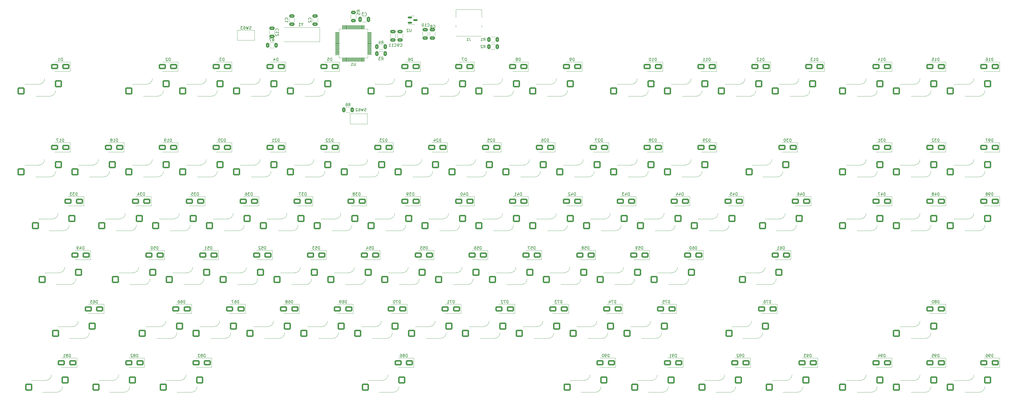
<source format=gbo>
G04 #@! TF.GenerationSoftware,KiCad,Pcbnew,7.0.2*
G04 #@! TF.CreationDate,2023-11-07T00:29:41+01:00*
G04 #@! TF.ProjectId,TKLTheSecond,544b4c54-6865-4536-9563-6f6e642e6b69,rev?*
G04 #@! TF.SameCoordinates,Original*
G04 #@! TF.FileFunction,Legend,Bot*
G04 #@! TF.FilePolarity,Positive*
%FSLAX46Y46*%
G04 Gerber Fmt 4.6, Leading zero omitted, Abs format (unit mm)*
G04 Created by KiCad (PCBNEW 7.0.2) date 2023-11-07 00:29:41*
%MOMM*%
%LPD*%
G01*
G04 APERTURE LIST*
G04 Aperture macros list*
%AMRoundRect*
0 Rectangle with rounded corners*
0 $1 Rounding radius*
0 $2 $3 $4 $5 $6 $7 $8 $9 X,Y pos of 4 corners*
0 Add a 4 corners polygon primitive as box body*
4,1,4,$2,$3,$4,$5,$6,$7,$8,$9,$2,$3,0*
0 Add four circle primitives for the rounded corners*
1,1,$1+$1,$2,$3*
1,1,$1+$1,$4,$5*
1,1,$1+$1,$6,$7*
1,1,$1+$1,$8,$9*
0 Add four rect primitives between the rounded corners*
20,1,$1+$1,$2,$3,$4,$5,0*
20,1,$1+$1,$4,$5,$6,$7,0*
20,1,$1+$1,$6,$7,$8,$9,0*
20,1,$1+$1,$8,$9,$2,$3,0*%
G04 Aperture macros list end*
%ADD10C,0.150000*%
%ADD11C,0.120000*%
%ADD12R,0.850000X0.850000*%
%ADD13O,0.850000X0.850000*%
%ADD14C,1.750000*%
%ADD15C,3.050000*%
%ADD16C,4.000000*%
%ADD17RoundRect,0.250000X1.025000X1.000000X-1.025000X1.000000X-1.025000X-1.000000X1.025000X-1.000000X0*%
%ADD18C,0.700000*%
%ADD19O,0.900000X1.700000*%
%ADD20O,0.900000X2.400000*%
%ADD21RoundRect,0.250000X1.000000X0.650000X-1.000000X0.650000X-1.000000X-0.650000X1.000000X-0.650000X0*%
%ADD22RoundRect,0.250000X-0.312500X-0.625000X0.312500X-0.625000X0.312500X0.625000X-0.312500X0.625000X0*%
%ADD23RoundRect,0.250000X-0.650000X0.325000X-0.650000X-0.325000X0.650000X-0.325000X0.650000X0.325000X0*%
%ADD24RoundRect,0.250000X0.650000X-0.325000X0.650000X0.325000X-0.650000X0.325000X-0.650000X-0.325000X0*%
%ADD25R,2.180000X1.600000*%
%ADD26RoundRect,0.075000X-0.700000X-0.075000X0.700000X-0.075000X0.700000X0.075000X-0.700000X0.075000X0*%
%ADD27RoundRect,0.075000X-0.075000X-0.700000X0.075000X-0.700000X0.075000X0.700000X-0.075000X0.700000X0*%
%ADD28R,4.500000X2.000000*%
%ADD29RoundRect,0.250000X0.625000X-0.312500X0.625000X0.312500X-0.625000X0.312500X-0.625000X-0.312500X0*%
%ADD30RoundRect,0.250000X0.325000X0.650000X-0.325000X0.650000X-0.325000X-0.650000X0.325000X-0.650000X0*%
%ADD31RoundRect,0.250000X0.312500X0.625000X-0.312500X0.625000X-0.312500X-0.625000X0.312500X-0.625000X0*%
%ADD32RoundRect,0.150000X-0.587500X-0.150000X0.587500X-0.150000X0.587500X0.150000X-0.587500X0.150000X0*%
G04 APERTURE END LIST*
D10*
X197974636Y-48203754D02*
X197974636Y-48918039D01*
X197974636Y-48918039D02*
X198022255Y-49060896D01*
X198022255Y-49060896D02*
X198117493Y-49156135D01*
X198117493Y-49156135D02*
X198260350Y-49203754D01*
X198260350Y-49203754D02*
X198355588Y-49203754D01*
X196974636Y-49203754D02*
X197546064Y-49203754D01*
X197260350Y-49203754D02*
X197260350Y-48203754D01*
X197260350Y-48203754D02*
X197355588Y-48346611D01*
X197355588Y-48346611D02*
X197450826Y-48441849D01*
X197450826Y-48441849D02*
X197546064Y-48489468D01*
X283011395Y-56303293D02*
X283011395Y-55303293D01*
X283011395Y-55303293D02*
X282773300Y-55303293D01*
X282773300Y-55303293D02*
X282630443Y-55350912D01*
X282630443Y-55350912D02*
X282535205Y-55446150D01*
X282535205Y-55446150D02*
X282487586Y-55541388D01*
X282487586Y-55541388D02*
X282439967Y-55731864D01*
X282439967Y-55731864D02*
X282439967Y-55874721D01*
X282439967Y-55874721D02*
X282487586Y-56065197D01*
X282487586Y-56065197D02*
X282535205Y-56160435D01*
X282535205Y-56160435D02*
X282630443Y-56255674D01*
X282630443Y-56255674D02*
X282773300Y-56303293D01*
X282773300Y-56303293D02*
X283011395Y-56303293D01*
X281487586Y-56303293D02*
X282059014Y-56303293D01*
X281773300Y-56303293D02*
X281773300Y-55303293D01*
X281773300Y-55303293D02*
X281868538Y-55446150D01*
X281868538Y-55446150D02*
X281963776Y-55541388D01*
X281963776Y-55541388D02*
X282059014Y-55589007D01*
X280535205Y-56303293D02*
X281106633Y-56303293D01*
X280820919Y-56303293D02*
X280820919Y-55303293D01*
X280820919Y-55303293D02*
X280916157Y-55446150D01*
X280916157Y-55446150D02*
X281011395Y-55541388D01*
X281011395Y-55541388D02*
X281106633Y-55589007D01*
X294917655Y-161078381D02*
X294917655Y-160078381D01*
X294917655Y-160078381D02*
X294679560Y-160078381D01*
X294679560Y-160078381D02*
X294536703Y-160126000D01*
X294536703Y-160126000D02*
X294441465Y-160221238D01*
X294441465Y-160221238D02*
X294393846Y-160316476D01*
X294393846Y-160316476D02*
X294346227Y-160506952D01*
X294346227Y-160506952D02*
X294346227Y-160649809D01*
X294346227Y-160649809D02*
X294393846Y-160840285D01*
X294393846Y-160840285D02*
X294441465Y-160935523D01*
X294441465Y-160935523D02*
X294536703Y-161030762D01*
X294536703Y-161030762D02*
X294679560Y-161078381D01*
X294679560Y-161078381D02*
X294917655Y-161078381D01*
X293870036Y-161078381D02*
X293679560Y-161078381D01*
X293679560Y-161078381D02*
X293584322Y-161030762D01*
X293584322Y-161030762D02*
X293536703Y-160983142D01*
X293536703Y-160983142D02*
X293441465Y-160840285D01*
X293441465Y-160840285D02*
X293393846Y-160649809D01*
X293393846Y-160649809D02*
X293393846Y-160268857D01*
X293393846Y-160268857D02*
X293441465Y-160173619D01*
X293441465Y-160173619D02*
X293489084Y-160126000D01*
X293489084Y-160126000D02*
X293584322Y-160078381D01*
X293584322Y-160078381D02*
X293774798Y-160078381D01*
X293774798Y-160078381D02*
X293870036Y-160126000D01*
X293870036Y-160126000D02*
X293917655Y-160173619D01*
X293917655Y-160173619D02*
X293965274Y-160268857D01*
X293965274Y-160268857D02*
X293965274Y-160506952D01*
X293965274Y-160506952D02*
X293917655Y-160602190D01*
X293917655Y-160602190D02*
X293870036Y-160649809D01*
X293870036Y-160649809D02*
X293774798Y-160697428D01*
X293774798Y-160697428D02*
X293584322Y-160697428D01*
X293584322Y-160697428D02*
X293489084Y-160649809D01*
X293489084Y-160649809D02*
X293441465Y-160602190D01*
X293441465Y-160602190D02*
X293393846Y-160506952D01*
X293012893Y-160173619D02*
X292965274Y-160126000D01*
X292965274Y-160126000D02*
X292870036Y-160078381D01*
X292870036Y-160078381D02*
X292631941Y-160078381D01*
X292631941Y-160078381D02*
X292536703Y-160126000D01*
X292536703Y-160126000D02*
X292489084Y-160173619D01*
X292489084Y-160173619D02*
X292441465Y-160268857D01*
X292441465Y-160268857D02*
X292441465Y-160364095D01*
X292441465Y-160364095D02*
X292489084Y-160506952D01*
X292489084Y-160506952D02*
X293060512Y-161078381D01*
X293060512Y-161078381D02*
X292441465Y-161078381D01*
X163948795Y-122978349D02*
X163948795Y-121978349D01*
X163948795Y-121978349D02*
X163710700Y-121978349D01*
X163710700Y-121978349D02*
X163567843Y-122025968D01*
X163567843Y-122025968D02*
X163472605Y-122121206D01*
X163472605Y-122121206D02*
X163424986Y-122216444D01*
X163424986Y-122216444D02*
X163377367Y-122406920D01*
X163377367Y-122406920D02*
X163377367Y-122549777D01*
X163377367Y-122549777D02*
X163424986Y-122740253D01*
X163424986Y-122740253D02*
X163472605Y-122835491D01*
X163472605Y-122835491D02*
X163567843Y-122930730D01*
X163567843Y-122930730D02*
X163710700Y-122978349D01*
X163710700Y-122978349D02*
X163948795Y-122978349D01*
X162472605Y-121978349D02*
X162948795Y-121978349D01*
X162948795Y-121978349D02*
X162996414Y-122454539D01*
X162996414Y-122454539D02*
X162948795Y-122406920D01*
X162948795Y-122406920D02*
X162853557Y-122359301D01*
X162853557Y-122359301D02*
X162615462Y-122359301D01*
X162615462Y-122359301D02*
X162520224Y-122406920D01*
X162520224Y-122406920D02*
X162472605Y-122454539D01*
X162472605Y-122454539D02*
X162424986Y-122549777D01*
X162424986Y-122549777D02*
X162424986Y-122787872D01*
X162424986Y-122787872D02*
X162472605Y-122883110D01*
X162472605Y-122883110D02*
X162520224Y-122930730D01*
X162520224Y-122930730D02*
X162615462Y-122978349D01*
X162615462Y-122978349D02*
X162853557Y-122978349D01*
X162853557Y-122978349D02*
X162948795Y-122930730D01*
X162948795Y-122930730D02*
X162996414Y-122883110D01*
X161567843Y-122311682D02*
X161567843Y-122978349D01*
X161805938Y-121930730D02*
X162044033Y-122645015D01*
X162044033Y-122645015D02*
X161424986Y-122645015D01*
X166771127Y-56080377D02*
X167104460Y-55604186D01*
X167342555Y-56080377D02*
X167342555Y-55080377D01*
X167342555Y-55080377D02*
X166961603Y-55080377D01*
X166961603Y-55080377D02*
X166866365Y-55127996D01*
X166866365Y-55127996D02*
X166818746Y-55175615D01*
X166818746Y-55175615D02*
X166771127Y-55270853D01*
X166771127Y-55270853D02*
X166771127Y-55413710D01*
X166771127Y-55413710D02*
X166818746Y-55508948D01*
X166818746Y-55508948D02*
X166866365Y-55556567D01*
X166866365Y-55556567D02*
X166961603Y-55604186D01*
X166961603Y-55604186D02*
X167342555Y-55604186D01*
X166437793Y-55080377D02*
X165818746Y-55080377D01*
X165818746Y-55080377D02*
X166152079Y-55461329D01*
X166152079Y-55461329D02*
X166009222Y-55461329D01*
X166009222Y-55461329D02*
X165913984Y-55508948D01*
X165913984Y-55508948D02*
X165866365Y-55556567D01*
X165866365Y-55556567D02*
X165818746Y-55651805D01*
X165818746Y-55651805D02*
X165818746Y-55889900D01*
X165818746Y-55889900D02*
X165866365Y-55985138D01*
X165866365Y-55985138D02*
X165913984Y-56032758D01*
X165913984Y-56032758D02*
X166009222Y-56080377D01*
X166009222Y-56080377D02*
X166294936Y-56080377D01*
X166294936Y-56080377D02*
X166390174Y-56032758D01*
X166390174Y-56032758D02*
X166437793Y-55985138D01*
X183014857Y-44055380D02*
X183062476Y-44103000D01*
X183062476Y-44103000D02*
X183205333Y-44150619D01*
X183205333Y-44150619D02*
X183300571Y-44150619D01*
X183300571Y-44150619D02*
X183443428Y-44103000D01*
X183443428Y-44103000D02*
X183538666Y-44007761D01*
X183538666Y-44007761D02*
X183586285Y-43912523D01*
X183586285Y-43912523D02*
X183633904Y-43722047D01*
X183633904Y-43722047D02*
X183633904Y-43579190D01*
X183633904Y-43579190D02*
X183586285Y-43388714D01*
X183586285Y-43388714D02*
X183538666Y-43293476D01*
X183538666Y-43293476D02*
X183443428Y-43198238D01*
X183443428Y-43198238D02*
X183300571Y-43150619D01*
X183300571Y-43150619D02*
X183205333Y-43150619D01*
X183205333Y-43150619D02*
X183062476Y-43198238D01*
X183062476Y-43198238D02*
X183014857Y-43245857D01*
X182062476Y-44150619D02*
X182633904Y-44150619D01*
X182348190Y-44150619D02*
X182348190Y-43150619D01*
X182348190Y-43150619D02*
X182443428Y-43293476D01*
X182443428Y-43293476D02*
X182538666Y-43388714D01*
X182538666Y-43388714D02*
X182633904Y-43436333D01*
X181443428Y-43150619D02*
X181348190Y-43150619D01*
X181348190Y-43150619D02*
X181252952Y-43198238D01*
X181252952Y-43198238D02*
X181205333Y-43245857D01*
X181205333Y-43245857D02*
X181157714Y-43341095D01*
X181157714Y-43341095D02*
X181110095Y-43531571D01*
X181110095Y-43531571D02*
X181110095Y-43769666D01*
X181110095Y-43769666D02*
X181157714Y-43960142D01*
X181157714Y-43960142D02*
X181205333Y-44055380D01*
X181205333Y-44055380D02*
X181252952Y-44103000D01*
X181252952Y-44103000D02*
X181348190Y-44150619D01*
X181348190Y-44150619D02*
X181443428Y-44150619D01*
X181443428Y-44150619D02*
X181538666Y-44103000D01*
X181538666Y-44103000D02*
X181586285Y-44055380D01*
X181586285Y-44055380D02*
X181633904Y-43960142D01*
X181633904Y-43960142D02*
X181681523Y-43769666D01*
X181681523Y-43769666D02*
X181681523Y-43531571D01*
X181681523Y-43531571D02*
X181633904Y-43341095D01*
X181633904Y-43341095D02*
X181586285Y-43245857D01*
X181586285Y-43245857D02*
X181538666Y-43198238D01*
X181538666Y-43198238D02*
X181443428Y-43150619D01*
X311586419Y-84878317D02*
X311586419Y-83878317D01*
X311586419Y-83878317D02*
X311348324Y-83878317D01*
X311348324Y-83878317D02*
X311205467Y-83925936D01*
X311205467Y-83925936D02*
X311110229Y-84021174D01*
X311110229Y-84021174D02*
X311062610Y-84116412D01*
X311062610Y-84116412D02*
X311014991Y-84306888D01*
X311014991Y-84306888D02*
X311014991Y-84449745D01*
X311014991Y-84449745D02*
X311062610Y-84640221D01*
X311062610Y-84640221D02*
X311110229Y-84735459D01*
X311110229Y-84735459D02*
X311205467Y-84830698D01*
X311205467Y-84830698D02*
X311348324Y-84878317D01*
X311348324Y-84878317D02*
X311586419Y-84878317D01*
X310681657Y-83878317D02*
X310062610Y-83878317D01*
X310062610Y-83878317D02*
X310395943Y-84259269D01*
X310395943Y-84259269D02*
X310253086Y-84259269D01*
X310253086Y-84259269D02*
X310157848Y-84306888D01*
X310157848Y-84306888D02*
X310110229Y-84354507D01*
X310110229Y-84354507D02*
X310062610Y-84449745D01*
X310062610Y-84449745D02*
X310062610Y-84687840D01*
X310062610Y-84687840D02*
X310110229Y-84783078D01*
X310110229Y-84783078D02*
X310157848Y-84830698D01*
X310157848Y-84830698D02*
X310253086Y-84878317D01*
X310253086Y-84878317D02*
X310538800Y-84878317D01*
X310538800Y-84878317D02*
X310634038Y-84830698D01*
X310634038Y-84830698D02*
X310681657Y-84783078D01*
X309443562Y-83878317D02*
X309348324Y-83878317D01*
X309348324Y-83878317D02*
X309253086Y-83925936D01*
X309253086Y-83925936D02*
X309205467Y-83973555D01*
X309205467Y-83973555D02*
X309157848Y-84068793D01*
X309157848Y-84068793D02*
X309110229Y-84259269D01*
X309110229Y-84259269D02*
X309110229Y-84497364D01*
X309110229Y-84497364D02*
X309157848Y-84687840D01*
X309157848Y-84687840D02*
X309205467Y-84783078D01*
X309205467Y-84783078D02*
X309253086Y-84830698D01*
X309253086Y-84830698D02*
X309348324Y-84878317D01*
X309348324Y-84878317D02*
X309443562Y-84878317D01*
X309443562Y-84878317D02*
X309538800Y-84830698D01*
X309538800Y-84830698D02*
X309586419Y-84783078D01*
X309586419Y-84783078D02*
X309634038Y-84687840D01*
X309634038Y-84687840D02*
X309681657Y-84497364D01*
X309681657Y-84497364D02*
X309681657Y-84259269D01*
X309681657Y-84259269D02*
X309634038Y-84068793D01*
X309634038Y-84068793D02*
X309586419Y-83973555D01*
X309586419Y-83973555D02*
X309538800Y-83925936D01*
X309538800Y-83925936D02*
X309443562Y-83878317D01*
X182998811Y-122978349D02*
X182998811Y-121978349D01*
X182998811Y-121978349D02*
X182760716Y-121978349D01*
X182760716Y-121978349D02*
X182617859Y-122025968D01*
X182617859Y-122025968D02*
X182522621Y-122121206D01*
X182522621Y-122121206D02*
X182475002Y-122216444D01*
X182475002Y-122216444D02*
X182427383Y-122406920D01*
X182427383Y-122406920D02*
X182427383Y-122549777D01*
X182427383Y-122549777D02*
X182475002Y-122740253D01*
X182475002Y-122740253D02*
X182522621Y-122835491D01*
X182522621Y-122835491D02*
X182617859Y-122930730D01*
X182617859Y-122930730D02*
X182760716Y-122978349D01*
X182760716Y-122978349D02*
X182998811Y-122978349D01*
X181522621Y-121978349D02*
X181998811Y-121978349D01*
X181998811Y-121978349D02*
X182046430Y-122454539D01*
X182046430Y-122454539D02*
X181998811Y-122406920D01*
X181998811Y-122406920D02*
X181903573Y-122359301D01*
X181903573Y-122359301D02*
X181665478Y-122359301D01*
X181665478Y-122359301D02*
X181570240Y-122406920D01*
X181570240Y-122406920D02*
X181522621Y-122454539D01*
X181522621Y-122454539D02*
X181475002Y-122549777D01*
X181475002Y-122549777D02*
X181475002Y-122787872D01*
X181475002Y-122787872D02*
X181522621Y-122883110D01*
X181522621Y-122883110D02*
X181570240Y-122930730D01*
X181570240Y-122930730D02*
X181665478Y-122978349D01*
X181665478Y-122978349D02*
X181903573Y-122978349D01*
X181903573Y-122978349D02*
X181998811Y-122930730D01*
X181998811Y-122930730D02*
X182046430Y-122883110D01*
X180570240Y-121978349D02*
X181046430Y-121978349D01*
X181046430Y-121978349D02*
X181094049Y-122454539D01*
X181094049Y-122454539D02*
X181046430Y-122406920D01*
X181046430Y-122406920D02*
X180951192Y-122359301D01*
X180951192Y-122359301D02*
X180713097Y-122359301D01*
X180713097Y-122359301D02*
X180617859Y-122406920D01*
X180617859Y-122406920D02*
X180570240Y-122454539D01*
X180570240Y-122454539D02*
X180522621Y-122549777D01*
X180522621Y-122549777D02*
X180522621Y-122787872D01*
X180522621Y-122787872D02*
X180570240Y-122883110D01*
X180570240Y-122883110D02*
X180617859Y-122930730D01*
X180617859Y-122930730D02*
X180713097Y-122978349D01*
X180713097Y-122978349D02*
X180951192Y-122978349D01*
X180951192Y-122978349D02*
X181046430Y-122930730D01*
X181046430Y-122930730D02*
X181094049Y-122883110D01*
X185078666Y-44563380D02*
X185126285Y-44611000D01*
X185126285Y-44611000D02*
X185269142Y-44658619D01*
X185269142Y-44658619D02*
X185364380Y-44658619D01*
X185364380Y-44658619D02*
X185507237Y-44611000D01*
X185507237Y-44611000D02*
X185602475Y-44515761D01*
X185602475Y-44515761D02*
X185650094Y-44420523D01*
X185650094Y-44420523D02*
X185697713Y-44230047D01*
X185697713Y-44230047D02*
X185697713Y-44087190D01*
X185697713Y-44087190D02*
X185650094Y-43896714D01*
X185650094Y-43896714D02*
X185602475Y-43801476D01*
X185602475Y-43801476D02*
X185507237Y-43706238D01*
X185507237Y-43706238D02*
X185364380Y-43658619D01*
X185364380Y-43658619D02*
X185269142Y-43658619D01*
X185269142Y-43658619D02*
X185126285Y-43706238D01*
X185126285Y-43706238D02*
X185078666Y-43753857D01*
X184507237Y-44087190D02*
X184602475Y-44039571D01*
X184602475Y-44039571D02*
X184650094Y-43991952D01*
X184650094Y-43991952D02*
X184697713Y-43896714D01*
X184697713Y-43896714D02*
X184697713Y-43849095D01*
X184697713Y-43849095D02*
X184650094Y-43753857D01*
X184650094Y-43753857D02*
X184602475Y-43706238D01*
X184602475Y-43706238D02*
X184507237Y-43658619D01*
X184507237Y-43658619D02*
X184316761Y-43658619D01*
X184316761Y-43658619D02*
X184221523Y-43706238D01*
X184221523Y-43706238D02*
X184173904Y-43753857D01*
X184173904Y-43753857D02*
X184126285Y-43849095D01*
X184126285Y-43849095D02*
X184126285Y-43896714D01*
X184126285Y-43896714D02*
X184173904Y-43991952D01*
X184173904Y-43991952D02*
X184221523Y-44039571D01*
X184221523Y-44039571D02*
X184316761Y-44087190D01*
X184316761Y-44087190D02*
X184507237Y-44087190D01*
X184507237Y-44087190D02*
X184602475Y-44134809D01*
X184602475Y-44134809D02*
X184650094Y-44182428D01*
X184650094Y-44182428D02*
X184697713Y-44277666D01*
X184697713Y-44277666D02*
X184697713Y-44468142D01*
X184697713Y-44468142D02*
X184650094Y-44563380D01*
X184650094Y-44563380D02*
X184602475Y-44611000D01*
X184602475Y-44611000D02*
X184507237Y-44658619D01*
X184507237Y-44658619D02*
X184316761Y-44658619D01*
X184316761Y-44658619D02*
X184221523Y-44611000D01*
X184221523Y-44611000D02*
X184173904Y-44563380D01*
X184173904Y-44563380D02*
X184126285Y-44468142D01*
X184126285Y-44468142D02*
X184126285Y-44277666D01*
X184126285Y-44277666D02*
X184173904Y-44182428D01*
X184173904Y-44182428D02*
X184221523Y-44134809D01*
X184221523Y-44134809D02*
X184316761Y-44087190D01*
X73461219Y-84878317D02*
X73461219Y-83878317D01*
X73461219Y-83878317D02*
X73223124Y-83878317D01*
X73223124Y-83878317D02*
X73080267Y-83925936D01*
X73080267Y-83925936D02*
X72985029Y-84021174D01*
X72985029Y-84021174D02*
X72937410Y-84116412D01*
X72937410Y-84116412D02*
X72889791Y-84306888D01*
X72889791Y-84306888D02*
X72889791Y-84449745D01*
X72889791Y-84449745D02*
X72937410Y-84640221D01*
X72937410Y-84640221D02*
X72985029Y-84735459D01*
X72985029Y-84735459D02*
X73080267Y-84830698D01*
X73080267Y-84830698D02*
X73223124Y-84878317D01*
X73223124Y-84878317D02*
X73461219Y-84878317D01*
X71937410Y-84878317D02*
X72508838Y-84878317D01*
X72223124Y-84878317D02*
X72223124Y-83878317D01*
X72223124Y-83878317D02*
X72318362Y-84021174D01*
X72318362Y-84021174D02*
X72413600Y-84116412D01*
X72413600Y-84116412D02*
X72508838Y-84164031D01*
X71365981Y-84306888D02*
X71461219Y-84259269D01*
X71461219Y-84259269D02*
X71508838Y-84211650D01*
X71508838Y-84211650D02*
X71556457Y-84116412D01*
X71556457Y-84116412D02*
X71556457Y-84068793D01*
X71556457Y-84068793D02*
X71508838Y-83973555D01*
X71508838Y-83973555D02*
X71461219Y-83925936D01*
X71461219Y-83925936D02*
X71365981Y-83878317D01*
X71365981Y-83878317D02*
X71175505Y-83878317D01*
X71175505Y-83878317D02*
X71080267Y-83925936D01*
X71080267Y-83925936D02*
X71032648Y-83973555D01*
X71032648Y-83973555D02*
X70985029Y-84068793D01*
X70985029Y-84068793D02*
X70985029Y-84116412D01*
X70985029Y-84116412D02*
X71032648Y-84211650D01*
X71032648Y-84211650D02*
X71080267Y-84259269D01*
X71080267Y-84259269D02*
X71175505Y-84306888D01*
X71175505Y-84306888D02*
X71365981Y-84306888D01*
X71365981Y-84306888D02*
X71461219Y-84354507D01*
X71461219Y-84354507D02*
X71508838Y-84402126D01*
X71508838Y-84402126D02*
X71556457Y-84497364D01*
X71556457Y-84497364D02*
X71556457Y-84687840D01*
X71556457Y-84687840D02*
X71508838Y-84783078D01*
X71508838Y-84783078D02*
X71461219Y-84830698D01*
X71461219Y-84830698D02*
X71365981Y-84878317D01*
X71365981Y-84878317D02*
X71175505Y-84878317D01*
X71175505Y-84878317D02*
X71080267Y-84830698D01*
X71080267Y-84830698D02*
X71032648Y-84783078D01*
X71032648Y-84783078D02*
X70985029Y-84687840D01*
X70985029Y-84687840D02*
X70985029Y-84497364D01*
X70985029Y-84497364D02*
X71032648Y-84402126D01*
X71032648Y-84402126D02*
X71080267Y-84354507D01*
X71080267Y-84354507D02*
X71175505Y-84306888D01*
X230623851Y-142028365D02*
X230623851Y-141028365D01*
X230623851Y-141028365D02*
X230385756Y-141028365D01*
X230385756Y-141028365D02*
X230242899Y-141075984D01*
X230242899Y-141075984D02*
X230147661Y-141171222D01*
X230147661Y-141171222D02*
X230100042Y-141266460D01*
X230100042Y-141266460D02*
X230052423Y-141456936D01*
X230052423Y-141456936D02*
X230052423Y-141599793D01*
X230052423Y-141599793D02*
X230100042Y-141790269D01*
X230100042Y-141790269D02*
X230147661Y-141885507D01*
X230147661Y-141885507D02*
X230242899Y-141980746D01*
X230242899Y-141980746D02*
X230385756Y-142028365D01*
X230385756Y-142028365D02*
X230623851Y-142028365D01*
X229719089Y-141028365D02*
X229052423Y-141028365D01*
X229052423Y-141028365D02*
X229480994Y-142028365D01*
X228766708Y-141028365D02*
X228147661Y-141028365D01*
X228147661Y-141028365D02*
X228480994Y-141409317D01*
X228480994Y-141409317D02*
X228338137Y-141409317D01*
X228338137Y-141409317D02*
X228242899Y-141456936D01*
X228242899Y-141456936D02*
X228195280Y-141504555D01*
X228195280Y-141504555D02*
X228147661Y-141599793D01*
X228147661Y-141599793D02*
X228147661Y-141837888D01*
X228147661Y-141837888D02*
X228195280Y-141933126D01*
X228195280Y-141933126D02*
X228242899Y-141980746D01*
X228242899Y-141980746D02*
X228338137Y-142028365D01*
X228338137Y-142028365D02*
X228623851Y-142028365D01*
X228623851Y-142028365D02*
X228719089Y-141980746D01*
X228719089Y-141980746D02*
X228766708Y-141933126D01*
X141842380Y-41743333D02*
X141890000Y-41695714D01*
X141890000Y-41695714D02*
X141937619Y-41552857D01*
X141937619Y-41552857D02*
X141937619Y-41457619D01*
X141937619Y-41457619D02*
X141890000Y-41314762D01*
X141890000Y-41314762D02*
X141794761Y-41219524D01*
X141794761Y-41219524D02*
X141699523Y-41171905D01*
X141699523Y-41171905D02*
X141509047Y-41124286D01*
X141509047Y-41124286D02*
X141366190Y-41124286D01*
X141366190Y-41124286D02*
X141175714Y-41171905D01*
X141175714Y-41171905D02*
X141080476Y-41219524D01*
X141080476Y-41219524D02*
X140985238Y-41314762D01*
X140985238Y-41314762D02*
X140937619Y-41457619D01*
X140937619Y-41457619D02*
X140937619Y-41552857D01*
X140937619Y-41552857D02*
X140985238Y-41695714D01*
X140985238Y-41695714D02*
X141032857Y-41743333D01*
X141032857Y-42124286D02*
X140985238Y-42171905D01*
X140985238Y-42171905D02*
X140937619Y-42267143D01*
X140937619Y-42267143D02*
X140937619Y-42505238D01*
X140937619Y-42505238D02*
X140985238Y-42600476D01*
X140985238Y-42600476D02*
X141032857Y-42648095D01*
X141032857Y-42648095D02*
X141128095Y-42695714D01*
X141128095Y-42695714D02*
X141223333Y-42695714D01*
X141223333Y-42695714D02*
X141366190Y-42648095D01*
X141366190Y-42648095D02*
X141937619Y-42076667D01*
X141937619Y-42076667D02*
X141937619Y-42695714D01*
X225861347Y-84878317D02*
X225861347Y-83878317D01*
X225861347Y-83878317D02*
X225623252Y-83878317D01*
X225623252Y-83878317D02*
X225480395Y-83925936D01*
X225480395Y-83925936D02*
X225385157Y-84021174D01*
X225385157Y-84021174D02*
X225337538Y-84116412D01*
X225337538Y-84116412D02*
X225289919Y-84306888D01*
X225289919Y-84306888D02*
X225289919Y-84449745D01*
X225289919Y-84449745D02*
X225337538Y-84640221D01*
X225337538Y-84640221D02*
X225385157Y-84735459D01*
X225385157Y-84735459D02*
X225480395Y-84830698D01*
X225480395Y-84830698D02*
X225623252Y-84878317D01*
X225623252Y-84878317D02*
X225861347Y-84878317D01*
X224908966Y-83973555D02*
X224861347Y-83925936D01*
X224861347Y-83925936D02*
X224766109Y-83878317D01*
X224766109Y-83878317D02*
X224528014Y-83878317D01*
X224528014Y-83878317D02*
X224432776Y-83925936D01*
X224432776Y-83925936D02*
X224385157Y-83973555D01*
X224385157Y-83973555D02*
X224337538Y-84068793D01*
X224337538Y-84068793D02*
X224337538Y-84164031D01*
X224337538Y-84164031D02*
X224385157Y-84306888D01*
X224385157Y-84306888D02*
X224956585Y-84878317D01*
X224956585Y-84878317D02*
X224337538Y-84878317D01*
X223480395Y-83878317D02*
X223670871Y-83878317D01*
X223670871Y-83878317D02*
X223766109Y-83925936D01*
X223766109Y-83925936D02*
X223813728Y-83973555D01*
X223813728Y-83973555D02*
X223908966Y-84116412D01*
X223908966Y-84116412D02*
X223956585Y-84306888D01*
X223956585Y-84306888D02*
X223956585Y-84687840D01*
X223956585Y-84687840D02*
X223908966Y-84783078D01*
X223908966Y-84783078D02*
X223861347Y-84830698D01*
X223861347Y-84830698D02*
X223766109Y-84878317D01*
X223766109Y-84878317D02*
X223575633Y-84878317D01*
X223575633Y-84878317D02*
X223480395Y-84830698D01*
X223480395Y-84830698D02*
X223432776Y-84783078D01*
X223432776Y-84783078D02*
X223385157Y-84687840D01*
X223385157Y-84687840D02*
X223385157Y-84449745D01*
X223385157Y-84449745D02*
X223432776Y-84354507D01*
X223432776Y-84354507D02*
X223480395Y-84306888D01*
X223480395Y-84306888D02*
X223575633Y-84259269D01*
X223575633Y-84259269D02*
X223766109Y-84259269D01*
X223766109Y-84259269D02*
X223861347Y-84306888D01*
X223861347Y-84306888D02*
X223908966Y-84354507D01*
X223908966Y-84354507D02*
X223956585Y-84449745D01*
X192523819Y-142028365D02*
X192523819Y-141028365D01*
X192523819Y-141028365D02*
X192285724Y-141028365D01*
X192285724Y-141028365D02*
X192142867Y-141075984D01*
X192142867Y-141075984D02*
X192047629Y-141171222D01*
X192047629Y-141171222D02*
X192000010Y-141266460D01*
X192000010Y-141266460D02*
X191952391Y-141456936D01*
X191952391Y-141456936D02*
X191952391Y-141599793D01*
X191952391Y-141599793D02*
X192000010Y-141790269D01*
X192000010Y-141790269D02*
X192047629Y-141885507D01*
X192047629Y-141885507D02*
X192142867Y-141980746D01*
X192142867Y-141980746D02*
X192285724Y-142028365D01*
X192285724Y-142028365D02*
X192523819Y-142028365D01*
X191619057Y-141028365D02*
X190952391Y-141028365D01*
X190952391Y-141028365D02*
X191380962Y-142028365D01*
X190047629Y-142028365D02*
X190619057Y-142028365D01*
X190333343Y-142028365D02*
X190333343Y-141028365D01*
X190333343Y-141028365D02*
X190428581Y-141171222D01*
X190428581Y-141171222D02*
X190523819Y-141266460D01*
X190523819Y-141266460D02*
X190619057Y-141314079D01*
X54411203Y-84878317D02*
X54411203Y-83878317D01*
X54411203Y-83878317D02*
X54173108Y-83878317D01*
X54173108Y-83878317D02*
X54030251Y-83925936D01*
X54030251Y-83925936D02*
X53935013Y-84021174D01*
X53935013Y-84021174D02*
X53887394Y-84116412D01*
X53887394Y-84116412D02*
X53839775Y-84306888D01*
X53839775Y-84306888D02*
X53839775Y-84449745D01*
X53839775Y-84449745D02*
X53887394Y-84640221D01*
X53887394Y-84640221D02*
X53935013Y-84735459D01*
X53935013Y-84735459D02*
X54030251Y-84830698D01*
X54030251Y-84830698D02*
X54173108Y-84878317D01*
X54173108Y-84878317D02*
X54411203Y-84878317D01*
X52887394Y-84878317D02*
X53458822Y-84878317D01*
X53173108Y-84878317D02*
X53173108Y-83878317D01*
X53173108Y-83878317D02*
X53268346Y-84021174D01*
X53268346Y-84021174D02*
X53363584Y-84116412D01*
X53363584Y-84116412D02*
X53458822Y-84164031D01*
X52554060Y-83878317D02*
X51887394Y-83878317D01*
X51887394Y-83878317D02*
X52315965Y-84878317D01*
X283011395Y-84878317D02*
X283011395Y-83878317D01*
X283011395Y-83878317D02*
X282773300Y-83878317D01*
X282773300Y-83878317D02*
X282630443Y-83925936D01*
X282630443Y-83925936D02*
X282535205Y-84021174D01*
X282535205Y-84021174D02*
X282487586Y-84116412D01*
X282487586Y-84116412D02*
X282439967Y-84306888D01*
X282439967Y-84306888D02*
X282439967Y-84449745D01*
X282439967Y-84449745D02*
X282487586Y-84640221D01*
X282487586Y-84640221D02*
X282535205Y-84735459D01*
X282535205Y-84735459D02*
X282630443Y-84830698D01*
X282630443Y-84830698D02*
X282773300Y-84878317D01*
X282773300Y-84878317D02*
X283011395Y-84878317D01*
X282059014Y-83973555D02*
X282011395Y-83925936D01*
X282011395Y-83925936D02*
X281916157Y-83878317D01*
X281916157Y-83878317D02*
X281678062Y-83878317D01*
X281678062Y-83878317D02*
X281582824Y-83925936D01*
X281582824Y-83925936D02*
X281535205Y-83973555D01*
X281535205Y-83973555D02*
X281487586Y-84068793D01*
X281487586Y-84068793D02*
X281487586Y-84164031D01*
X281487586Y-84164031D02*
X281535205Y-84306888D01*
X281535205Y-84306888D02*
X282106633Y-84878317D01*
X282106633Y-84878317D02*
X281487586Y-84878317D01*
X281011395Y-84878317D02*
X280820919Y-84878317D01*
X280820919Y-84878317D02*
X280725681Y-84830698D01*
X280725681Y-84830698D02*
X280678062Y-84783078D01*
X280678062Y-84783078D02*
X280582824Y-84640221D01*
X280582824Y-84640221D02*
X280535205Y-84449745D01*
X280535205Y-84449745D02*
X280535205Y-84068793D01*
X280535205Y-84068793D02*
X280582824Y-83973555D01*
X280582824Y-83973555D02*
X280630443Y-83925936D01*
X280630443Y-83925936D02*
X280725681Y-83878317D01*
X280725681Y-83878317D02*
X280916157Y-83878317D01*
X280916157Y-83878317D02*
X281011395Y-83925936D01*
X281011395Y-83925936D02*
X281059014Y-83973555D01*
X281059014Y-83973555D02*
X281106633Y-84068793D01*
X281106633Y-84068793D02*
X281106633Y-84306888D01*
X281106633Y-84306888D02*
X281059014Y-84402126D01*
X281059014Y-84402126D02*
X281011395Y-84449745D01*
X281011395Y-84449745D02*
X280916157Y-84497364D01*
X280916157Y-84497364D02*
X280725681Y-84497364D01*
X280725681Y-84497364D02*
X280630443Y-84449745D01*
X280630443Y-84449745D02*
X280582824Y-84402126D01*
X280582824Y-84402126D02*
X280535205Y-84306888D01*
X278248891Y-122978349D02*
X278248891Y-121978349D01*
X278248891Y-121978349D02*
X278010796Y-121978349D01*
X278010796Y-121978349D02*
X277867939Y-122025968D01*
X277867939Y-122025968D02*
X277772701Y-122121206D01*
X277772701Y-122121206D02*
X277725082Y-122216444D01*
X277725082Y-122216444D02*
X277677463Y-122406920D01*
X277677463Y-122406920D02*
X277677463Y-122549777D01*
X277677463Y-122549777D02*
X277725082Y-122740253D01*
X277725082Y-122740253D02*
X277772701Y-122835491D01*
X277772701Y-122835491D02*
X277867939Y-122930730D01*
X277867939Y-122930730D02*
X278010796Y-122978349D01*
X278010796Y-122978349D02*
X278248891Y-122978349D01*
X276820320Y-121978349D02*
X277010796Y-121978349D01*
X277010796Y-121978349D02*
X277106034Y-122025968D01*
X277106034Y-122025968D02*
X277153653Y-122073587D01*
X277153653Y-122073587D02*
X277248891Y-122216444D01*
X277248891Y-122216444D02*
X277296510Y-122406920D01*
X277296510Y-122406920D02*
X277296510Y-122787872D01*
X277296510Y-122787872D02*
X277248891Y-122883110D01*
X277248891Y-122883110D02*
X277201272Y-122930730D01*
X277201272Y-122930730D02*
X277106034Y-122978349D01*
X277106034Y-122978349D02*
X276915558Y-122978349D01*
X276915558Y-122978349D02*
X276820320Y-122930730D01*
X276820320Y-122930730D02*
X276772701Y-122883110D01*
X276772701Y-122883110D02*
X276725082Y-122787872D01*
X276725082Y-122787872D02*
X276725082Y-122549777D01*
X276725082Y-122549777D02*
X276772701Y-122454539D01*
X276772701Y-122454539D02*
X276820320Y-122406920D01*
X276820320Y-122406920D02*
X276915558Y-122359301D01*
X276915558Y-122359301D02*
X277106034Y-122359301D01*
X277106034Y-122359301D02*
X277201272Y-122406920D01*
X277201272Y-122406920D02*
X277248891Y-122454539D01*
X277248891Y-122454539D02*
X277296510Y-122549777D01*
X276106034Y-121978349D02*
X276010796Y-121978349D01*
X276010796Y-121978349D02*
X275915558Y-122025968D01*
X275915558Y-122025968D02*
X275867939Y-122073587D01*
X275867939Y-122073587D02*
X275820320Y-122168825D01*
X275820320Y-122168825D02*
X275772701Y-122359301D01*
X275772701Y-122359301D02*
X275772701Y-122597396D01*
X275772701Y-122597396D02*
X275820320Y-122787872D01*
X275820320Y-122787872D02*
X275867939Y-122883110D01*
X275867939Y-122883110D02*
X275915558Y-122930730D01*
X275915558Y-122930730D02*
X276010796Y-122978349D01*
X276010796Y-122978349D02*
X276106034Y-122978349D01*
X276106034Y-122978349D02*
X276201272Y-122930730D01*
X276201272Y-122930730D02*
X276248891Y-122883110D01*
X276248891Y-122883110D02*
X276296510Y-122787872D01*
X276296510Y-122787872D02*
X276344129Y-122597396D01*
X276344129Y-122597396D02*
X276344129Y-122359301D01*
X276344129Y-122359301D02*
X276296510Y-122168825D01*
X276296510Y-122168825D02*
X276248891Y-122073587D01*
X276248891Y-122073587D02*
X276201272Y-122025968D01*
X276201272Y-122025968D02*
X276106034Y-121978349D01*
X363973963Y-84878317D02*
X363973963Y-83878317D01*
X363973963Y-83878317D02*
X363735868Y-83878317D01*
X363735868Y-83878317D02*
X363593011Y-83925936D01*
X363593011Y-83925936D02*
X363497773Y-84021174D01*
X363497773Y-84021174D02*
X363450154Y-84116412D01*
X363450154Y-84116412D02*
X363402535Y-84306888D01*
X363402535Y-84306888D02*
X363402535Y-84449745D01*
X363402535Y-84449745D02*
X363450154Y-84640221D01*
X363450154Y-84640221D02*
X363497773Y-84735459D01*
X363497773Y-84735459D02*
X363593011Y-84830698D01*
X363593011Y-84830698D02*
X363735868Y-84878317D01*
X363735868Y-84878317D02*
X363973963Y-84878317D01*
X363069201Y-83878317D02*
X362450154Y-83878317D01*
X362450154Y-83878317D02*
X362783487Y-84259269D01*
X362783487Y-84259269D02*
X362640630Y-84259269D01*
X362640630Y-84259269D02*
X362545392Y-84306888D01*
X362545392Y-84306888D02*
X362497773Y-84354507D01*
X362497773Y-84354507D02*
X362450154Y-84449745D01*
X362450154Y-84449745D02*
X362450154Y-84687840D01*
X362450154Y-84687840D02*
X362497773Y-84783078D01*
X362497773Y-84783078D02*
X362545392Y-84830698D01*
X362545392Y-84830698D02*
X362640630Y-84878317D01*
X362640630Y-84878317D02*
X362926344Y-84878317D01*
X362926344Y-84878317D02*
X363021582Y-84830698D01*
X363021582Y-84830698D02*
X363069201Y-84783078D01*
X362069201Y-83973555D02*
X362021582Y-83925936D01*
X362021582Y-83925936D02*
X361926344Y-83878317D01*
X361926344Y-83878317D02*
X361688249Y-83878317D01*
X361688249Y-83878317D02*
X361593011Y-83925936D01*
X361593011Y-83925936D02*
X361545392Y-83973555D01*
X361545392Y-83973555D02*
X361497773Y-84068793D01*
X361497773Y-84068793D02*
X361497773Y-84164031D01*
X361497773Y-84164031D02*
X361545392Y-84306888D01*
X361545392Y-84306888D02*
X362116820Y-84878317D01*
X362116820Y-84878317D02*
X361497773Y-84878317D01*
X130233380Y-45585142D02*
X130281000Y-45537523D01*
X130281000Y-45537523D02*
X130328619Y-45394666D01*
X130328619Y-45394666D02*
X130328619Y-45299428D01*
X130328619Y-45299428D02*
X130281000Y-45156571D01*
X130281000Y-45156571D02*
X130185761Y-45061333D01*
X130185761Y-45061333D02*
X130090523Y-45013714D01*
X130090523Y-45013714D02*
X129900047Y-44966095D01*
X129900047Y-44966095D02*
X129757190Y-44966095D01*
X129757190Y-44966095D02*
X129566714Y-45013714D01*
X129566714Y-45013714D02*
X129471476Y-45061333D01*
X129471476Y-45061333D02*
X129376238Y-45156571D01*
X129376238Y-45156571D02*
X129328619Y-45299428D01*
X129328619Y-45299428D02*
X129328619Y-45394666D01*
X129328619Y-45394666D02*
X129376238Y-45537523D01*
X129376238Y-45537523D02*
X129423857Y-45585142D01*
X130328619Y-46537523D02*
X130328619Y-45966095D01*
X130328619Y-46251809D02*
X129328619Y-46251809D01*
X129328619Y-46251809D02*
X129471476Y-46156571D01*
X129471476Y-46156571D02*
X129566714Y-46061333D01*
X129566714Y-46061333D02*
X129614333Y-45966095D01*
X129423857Y-46918476D02*
X129376238Y-46966095D01*
X129376238Y-46966095D02*
X129328619Y-47061333D01*
X129328619Y-47061333D02*
X129328619Y-47299428D01*
X129328619Y-47299428D02*
X129376238Y-47394666D01*
X129376238Y-47394666D02*
X129423857Y-47442285D01*
X129423857Y-47442285D02*
X129519095Y-47489904D01*
X129519095Y-47489904D02*
X129614333Y-47489904D01*
X129614333Y-47489904D02*
X129757190Y-47442285D01*
X129757190Y-47442285D02*
X130328619Y-46870857D01*
X130328619Y-46870857D02*
X130328619Y-47489904D01*
X344923947Y-84878317D02*
X344923947Y-83878317D01*
X344923947Y-83878317D02*
X344685852Y-83878317D01*
X344685852Y-83878317D02*
X344542995Y-83925936D01*
X344542995Y-83925936D02*
X344447757Y-84021174D01*
X344447757Y-84021174D02*
X344400138Y-84116412D01*
X344400138Y-84116412D02*
X344352519Y-84306888D01*
X344352519Y-84306888D02*
X344352519Y-84449745D01*
X344352519Y-84449745D02*
X344400138Y-84640221D01*
X344400138Y-84640221D02*
X344447757Y-84735459D01*
X344447757Y-84735459D02*
X344542995Y-84830698D01*
X344542995Y-84830698D02*
X344685852Y-84878317D01*
X344685852Y-84878317D02*
X344923947Y-84878317D01*
X344019185Y-83878317D02*
X343400138Y-83878317D01*
X343400138Y-83878317D02*
X343733471Y-84259269D01*
X343733471Y-84259269D02*
X343590614Y-84259269D01*
X343590614Y-84259269D02*
X343495376Y-84306888D01*
X343495376Y-84306888D02*
X343447757Y-84354507D01*
X343447757Y-84354507D02*
X343400138Y-84449745D01*
X343400138Y-84449745D02*
X343400138Y-84687840D01*
X343400138Y-84687840D02*
X343447757Y-84783078D01*
X343447757Y-84783078D02*
X343495376Y-84830698D01*
X343495376Y-84830698D02*
X343590614Y-84878317D01*
X343590614Y-84878317D02*
X343876328Y-84878317D01*
X343876328Y-84878317D02*
X343971566Y-84830698D01*
X343971566Y-84830698D02*
X344019185Y-84783078D01*
X342447757Y-84878317D02*
X343019185Y-84878317D01*
X342733471Y-84878317D02*
X342733471Y-83878317D01*
X342733471Y-83878317D02*
X342828709Y-84021174D01*
X342828709Y-84021174D02*
X342923947Y-84116412D01*
X342923947Y-84116412D02*
X343019185Y-84164031D01*
X173394666Y-51167380D02*
X173442285Y-51215000D01*
X173442285Y-51215000D02*
X173585142Y-51262619D01*
X173585142Y-51262619D02*
X173680380Y-51262619D01*
X173680380Y-51262619D02*
X173823237Y-51215000D01*
X173823237Y-51215000D02*
X173918475Y-51119761D01*
X173918475Y-51119761D02*
X173966094Y-51024523D01*
X173966094Y-51024523D02*
X174013713Y-50834047D01*
X174013713Y-50834047D02*
X174013713Y-50691190D01*
X174013713Y-50691190D02*
X173966094Y-50500714D01*
X173966094Y-50500714D02*
X173918475Y-50405476D01*
X173918475Y-50405476D02*
X173823237Y-50310238D01*
X173823237Y-50310238D02*
X173680380Y-50262619D01*
X173680380Y-50262619D02*
X173585142Y-50262619D01*
X173585142Y-50262619D02*
X173442285Y-50310238D01*
X173442285Y-50310238D02*
X173394666Y-50357857D01*
X172918475Y-51262619D02*
X172727999Y-51262619D01*
X172727999Y-51262619D02*
X172632761Y-51215000D01*
X172632761Y-51215000D02*
X172585142Y-51167380D01*
X172585142Y-51167380D02*
X172489904Y-51024523D01*
X172489904Y-51024523D02*
X172442285Y-50834047D01*
X172442285Y-50834047D02*
X172442285Y-50453095D01*
X172442285Y-50453095D02*
X172489904Y-50357857D01*
X172489904Y-50357857D02*
X172537523Y-50310238D01*
X172537523Y-50310238D02*
X172632761Y-50262619D01*
X172632761Y-50262619D02*
X172823237Y-50262619D01*
X172823237Y-50262619D02*
X172918475Y-50310238D01*
X172918475Y-50310238D02*
X172966094Y-50357857D01*
X172966094Y-50357857D02*
X173013713Y-50453095D01*
X173013713Y-50453095D02*
X173013713Y-50691190D01*
X173013713Y-50691190D02*
X172966094Y-50786428D01*
X172966094Y-50786428D02*
X172918475Y-50834047D01*
X172918475Y-50834047D02*
X172823237Y-50881666D01*
X172823237Y-50881666D02*
X172632761Y-50881666D01*
X172632761Y-50881666D02*
X172537523Y-50834047D01*
X172537523Y-50834047D02*
X172489904Y-50786428D01*
X172489904Y-50786428D02*
X172442285Y-50691190D01*
X196810132Y-56303293D02*
X196810132Y-55303293D01*
X196810132Y-55303293D02*
X196572037Y-55303293D01*
X196572037Y-55303293D02*
X196429180Y-55350912D01*
X196429180Y-55350912D02*
X196333942Y-55446150D01*
X196333942Y-55446150D02*
X196286323Y-55541388D01*
X196286323Y-55541388D02*
X196238704Y-55731864D01*
X196238704Y-55731864D02*
X196238704Y-55874721D01*
X196238704Y-55874721D02*
X196286323Y-56065197D01*
X196286323Y-56065197D02*
X196333942Y-56160435D01*
X196333942Y-56160435D02*
X196429180Y-56255674D01*
X196429180Y-56255674D02*
X196572037Y-56303293D01*
X196572037Y-56303293D02*
X196810132Y-56303293D01*
X195905370Y-55303293D02*
X195238704Y-55303293D01*
X195238704Y-55303293D02*
X195667275Y-56303293D01*
X175855055Y-161078381D02*
X175855055Y-160078381D01*
X175855055Y-160078381D02*
X175616960Y-160078381D01*
X175616960Y-160078381D02*
X175474103Y-160126000D01*
X175474103Y-160126000D02*
X175378865Y-160221238D01*
X175378865Y-160221238D02*
X175331246Y-160316476D01*
X175331246Y-160316476D02*
X175283627Y-160506952D01*
X175283627Y-160506952D02*
X175283627Y-160649809D01*
X175283627Y-160649809D02*
X175331246Y-160840285D01*
X175331246Y-160840285D02*
X175378865Y-160935523D01*
X175378865Y-160935523D02*
X175474103Y-161030762D01*
X175474103Y-161030762D02*
X175616960Y-161078381D01*
X175616960Y-161078381D02*
X175855055Y-161078381D01*
X174712198Y-160506952D02*
X174807436Y-160459333D01*
X174807436Y-160459333D02*
X174855055Y-160411714D01*
X174855055Y-160411714D02*
X174902674Y-160316476D01*
X174902674Y-160316476D02*
X174902674Y-160268857D01*
X174902674Y-160268857D02*
X174855055Y-160173619D01*
X174855055Y-160173619D02*
X174807436Y-160126000D01*
X174807436Y-160126000D02*
X174712198Y-160078381D01*
X174712198Y-160078381D02*
X174521722Y-160078381D01*
X174521722Y-160078381D02*
X174426484Y-160126000D01*
X174426484Y-160126000D02*
X174378865Y-160173619D01*
X174378865Y-160173619D02*
X174331246Y-160268857D01*
X174331246Y-160268857D02*
X174331246Y-160316476D01*
X174331246Y-160316476D02*
X174378865Y-160411714D01*
X174378865Y-160411714D02*
X174426484Y-160459333D01*
X174426484Y-160459333D02*
X174521722Y-160506952D01*
X174521722Y-160506952D02*
X174712198Y-160506952D01*
X174712198Y-160506952D02*
X174807436Y-160554571D01*
X174807436Y-160554571D02*
X174855055Y-160602190D01*
X174855055Y-160602190D02*
X174902674Y-160697428D01*
X174902674Y-160697428D02*
X174902674Y-160887904D01*
X174902674Y-160887904D02*
X174855055Y-160983142D01*
X174855055Y-160983142D02*
X174807436Y-161030762D01*
X174807436Y-161030762D02*
X174712198Y-161078381D01*
X174712198Y-161078381D02*
X174521722Y-161078381D01*
X174521722Y-161078381D02*
X174426484Y-161030762D01*
X174426484Y-161030762D02*
X174378865Y-160983142D01*
X174378865Y-160983142D02*
X174331246Y-160887904D01*
X174331246Y-160887904D02*
X174331246Y-160697428D01*
X174331246Y-160697428D02*
X174378865Y-160602190D01*
X174378865Y-160602190D02*
X174426484Y-160554571D01*
X174426484Y-160554571D02*
X174521722Y-160506952D01*
X173474103Y-160078381D02*
X173664579Y-160078381D01*
X173664579Y-160078381D02*
X173759817Y-160126000D01*
X173759817Y-160126000D02*
X173807436Y-160173619D01*
X173807436Y-160173619D02*
X173902674Y-160316476D01*
X173902674Y-160316476D02*
X173950293Y-160506952D01*
X173950293Y-160506952D02*
X173950293Y-160887904D01*
X173950293Y-160887904D02*
X173902674Y-160983142D01*
X173902674Y-160983142D02*
X173855055Y-161030762D01*
X173855055Y-161030762D02*
X173759817Y-161078381D01*
X173759817Y-161078381D02*
X173569341Y-161078381D01*
X173569341Y-161078381D02*
X173474103Y-161030762D01*
X173474103Y-161030762D02*
X173426484Y-160983142D01*
X173426484Y-160983142D02*
X173378865Y-160887904D01*
X173378865Y-160887904D02*
X173378865Y-160649809D01*
X173378865Y-160649809D02*
X173426484Y-160554571D01*
X173426484Y-160554571D02*
X173474103Y-160506952D01*
X173474103Y-160506952D02*
X173569341Y-160459333D01*
X173569341Y-160459333D02*
X173759817Y-160459333D01*
X173759817Y-160459333D02*
X173855055Y-160506952D01*
X173855055Y-160506952D02*
X173902674Y-160554571D01*
X173902674Y-160554571D02*
X173950293Y-160649809D01*
X140136275Y-103928333D02*
X140136275Y-102928333D01*
X140136275Y-102928333D02*
X139898180Y-102928333D01*
X139898180Y-102928333D02*
X139755323Y-102975952D01*
X139755323Y-102975952D02*
X139660085Y-103071190D01*
X139660085Y-103071190D02*
X139612466Y-103166428D01*
X139612466Y-103166428D02*
X139564847Y-103356904D01*
X139564847Y-103356904D02*
X139564847Y-103499761D01*
X139564847Y-103499761D02*
X139612466Y-103690237D01*
X139612466Y-103690237D02*
X139660085Y-103785475D01*
X139660085Y-103785475D02*
X139755323Y-103880714D01*
X139755323Y-103880714D02*
X139898180Y-103928333D01*
X139898180Y-103928333D02*
X140136275Y-103928333D01*
X139231513Y-102928333D02*
X138612466Y-102928333D01*
X138612466Y-102928333D02*
X138945799Y-103309285D01*
X138945799Y-103309285D02*
X138802942Y-103309285D01*
X138802942Y-103309285D02*
X138707704Y-103356904D01*
X138707704Y-103356904D02*
X138660085Y-103404523D01*
X138660085Y-103404523D02*
X138612466Y-103499761D01*
X138612466Y-103499761D02*
X138612466Y-103737856D01*
X138612466Y-103737856D02*
X138660085Y-103833094D01*
X138660085Y-103833094D02*
X138707704Y-103880714D01*
X138707704Y-103880714D02*
X138802942Y-103928333D01*
X138802942Y-103928333D02*
X139088656Y-103928333D01*
X139088656Y-103928333D02*
X139183894Y-103880714D01*
X139183894Y-103880714D02*
X139231513Y-103833094D01*
X138279132Y-102928333D02*
X137612466Y-102928333D01*
X137612466Y-102928333D02*
X138041037Y-103928333D01*
X271105135Y-161078381D02*
X271105135Y-160078381D01*
X271105135Y-160078381D02*
X270867040Y-160078381D01*
X270867040Y-160078381D02*
X270724183Y-160126000D01*
X270724183Y-160126000D02*
X270628945Y-160221238D01*
X270628945Y-160221238D02*
X270581326Y-160316476D01*
X270581326Y-160316476D02*
X270533707Y-160506952D01*
X270533707Y-160506952D02*
X270533707Y-160649809D01*
X270533707Y-160649809D02*
X270581326Y-160840285D01*
X270581326Y-160840285D02*
X270628945Y-160935523D01*
X270628945Y-160935523D02*
X270724183Y-161030762D01*
X270724183Y-161030762D02*
X270867040Y-161078381D01*
X270867040Y-161078381D02*
X271105135Y-161078381D01*
X270057516Y-161078381D02*
X269867040Y-161078381D01*
X269867040Y-161078381D02*
X269771802Y-161030762D01*
X269771802Y-161030762D02*
X269724183Y-160983142D01*
X269724183Y-160983142D02*
X269628945Y-160840285D01*
X269628945Y-160840285D02*
X269581326Y-160649809D01*
X269581326Y-160649809D02*
X269581326Y-160268857D01*
X269581326Y-160268857D02*
X269628945Y-160173619D01*
X269628945Y-160173619D02*
X269676564Y-160126000D01*
X269676564Y-160126000D02*
X269771802Y-160078381D01*
X269771802Y-160078381D02*
X269962278Y-160078381D01*
X269962278Y-160078381D02*
X270057516Y-160126000D01*
X270057516Y-160126000D02*
X270105135Y-160173619D01*
X270105135Y-160173619D02*
X270152754Y-160268857D01*
X270152754Y-160268857D02*
X270152754Y-160506952D01*
X270152754Y-160506952D02*
X270105135Y-160602190D01*
X270105135Y-160602190D02*
X270057516Y-160649809D01*
X270057516Y-160649809D02*
X269962278Y-160697428D01*
X269962278Y-160697428D02*
X269771802Y-160697428D01*
X269771802Y-160697428D02*
X269676564Y-160649809D01*
X269676564Y-160649809D02*
X269628945Y-160602190D01*
X269628945Y-160602190D02*
X269581326Y-160506952D01*
X268628945Y-161078381D02*
X269200373Y-161078381D01*
X268914659Y-161078381D02*
X268914659Y-160078381D01*
X268914659Y-160078381D02*
X269009897Y-160221238D01*
X269009897Y-160221238D02*
X269105135Y-160316476D01*
X269105135Y-160316476D02*
X269200373Y-160364095D01*
X363973963Y-161078381D02*
X363973963Y-160078381D01*
X363973963Y-160078381D02*
X363735868Y-160078381D01*
X363735868Y-160078381D02*
X363593011Y-160126000D01*
X363593011Y-160126000D02*
X363497773Y-160221238D01*
X363497773Y-160221238D02*
X363450154Y-160316476D01*
X363450154Y-160316476D02*
X363402535Y-160506952D01*
X363402535Y-160506952D02*
X363402535Y-160649809D01*
X363402535Y-160649809D02*
X363450154Y-160840285D01*
X363450154Y-160840285D02*
X363497773Y-160935523D01*
X363497773Y-160935523D02*
X363593011Y-161030762D01*
X363593011Y-161030762D02*
X363735868Y-161078381D01*
X363735868Y-161078381D02*
X363973963Y-161078381D01*
X362926344Y-161078381D02*
X362735868Y-161078381D01*
X362735868Y-161078381D02*
X362640630Y-161030762D01*
X362640630Y-161030762D02*
X362593011Y-160983142D01*
X362593011Y-160983142D02*
X362497773Y-160840285D01*
X362497773Y-160840285D02*
X362450154Y-160649809D01*
X362450154Y-160649809D02*
X362450154Y-160268857D01*
X362450154Y-160268857D02*
X362497773Y-160173619D01*
X362497773Y-160173619D02*
X362545392Y-160126000D01*
X362545392Y-160126000D02*
X362640630Y-160078381D01*
X362640630Y-160078381D02*
X362831106Y-160078381D01*
X362831106Y-160078381D02*
X362926344Y-160126000D01*
X362926344Y-160126000D02*
X362973963Y-160173619D01*
X362973963Y-160173619D02*
X363021582Y-160268857D01*
X363021582Y-160268857D02*
X363021582Y-160506952D01*
X363021582Y-160506952D02*
X362973963Y-160602190D01*
X362973963Y-160602190D02*
X362926344Y-160649809D01*
X362926344Y-160649809D02*
X362831106Y-160697428D01*
X362831106Y-160697428D02*
X362640630Y-160697428D01*
X362640630Y-160697428D02*
X362545392Y-160649809D01*
X362545392Y-160649809D02*
X362497773Y-160602190D01*
X362497773Y-160602190D02*
X362450154Y-160506952D01*
X361545392Y-160078381D02*
X362021582Y-160078381D01*
X362021582Y-160078381D02*
X362069201Y-160554571D01*
X362069201Y-160554571D02*
X362021582Y-160506952D01*
X362021582Y-160506952D02*
X361926344Y-160459333D01*
X361926344Y-160459333D02*
X361688249Y-160459333D01*
X361688249Y-160459333D02*
X361593011Y-160506952D01*
X361593011Y-160506952D02*
X361545392Y-160554571D01*
X361545392Y-160554571D02*
X361497773Y-160649809D01*
X361497773Y-160649809D02*
X361497773Y-160887904D01*
X361497773Y-160887904D02*
X361545392Y-160983142D01*
X361545392Y-160983142D02*
X361593011Y-161030762D01*
X361593011Y-161030762D02*
X361688249Y-161078381D01*
X361688249Y-161078381D02*
X361926344Y-161078381D01*
X361926344Y-161078381D02*
X362021582Y-161030762D01*
X362021582Y-161030762D02*
X362069201Y-160983142D01*
X144898779Y-122978349D02*
X144898779Y-121978349D01*
X144898779Y-121978349D02*
X144660684Y-121978349D01*
X144660684Y-121978349D02*
X144517827Y-122025968D01*
X144517827Y-122025968D02*
X144422589Y-122121206D01*
X144422589Y-122121206D02*
X144374970Y-122216444D01*
X144374970Y-122216444D02*
X144327351Y-122406920D01*
X144327351Y-122406920D02*
X144327351Y-122549777D01*
X144327351Y-122549777D02*
X144374970Y-122740253D01*
X144374970Y-122740253D02*
X144422589Y-122835491D01*
X144422589Y-122835491D02*
X144517827Y-122930730D01*
X144517827Y-122930730D02*
X144660684Y-122978349D01*
X144660684Y-122978349D02*
X144898779Y-122978349D01*
X143422589Y-121978349D02*
X143898779Y-121978349D01*
X143898779Y-121978349D02*
X143946398Y-122454539D01*
X143946398Y-122454539D02*
X143898779Y-122406920D01*
X143898779Y-122406920D02*
X143803541Y-122359301D01*
X143803541Y-122359301D02*
X143565446Y-122359301D01*
X143565446Y-122359301D02*
X143470208Y-122406920D01*
X143470208Y-122406920D02*
X143422589Y-122454539D01*
X143422589Y-122454539D02*
X143374970Y-122549777D01*
X143374970Y-122549777D02*
X143374970Y-122787872D01*
X143374970Y-122787872D02*
X143422589Y-122883110D01*
X143422589Y-122883110D02*
X143470208Y-122930730D01*
X143470208Y-122930730D02*
X143565446Y-122978349D01*
X143565446Y-122978349D02*
X143803541Y-122978349D01*
X143803541Y-122978349D02*
X143898779Y-122930730D01*
X143898779Y-122930730D02*
X143946398Y-122883110D01*
X143041636Y-121978349D02*
X142422589Y-121978349D01*
X142422589Y-121978349D02*
X142755922Y-122359301D01*
X142755922Y-122359301D02*
X142613065Y-122359301D01*
X142613065Y-122359301D02*
X142517827Y-122406920D01*
X142517827Y-122406920D02*
X142470208Y-122454539D01*
X142470208Y-122454539D02*
X142422589Y-122549777D01*
X142422589Y-122549777D02*
X142422589Y-122787872D01*
X142422589Y-122787872D02*
X142470208Y-122883110D01*
X142470208Y-122883110D02*
X142517827Y-122930730D01*
X142517827Y-122930730D02*
X142613065Y-122978349D01*
X142613065Y-122978349D02*
X142898779Y-122978349D01*
X142898779Y-122978349D02*
X142994017Y-122930730D01*
X142994017Y-122930730D02*
X143041636Y-122883110D01*
X111561251Y-84878317D02*
X111561251Y-83878317D01*
X111561251Y-83878317D02*
X111323156Y-83878317D01*
X111323156Y-83878317D02*
X111180299Y-83925936D01*
X111180299Y-83925936D02*
X111085061Y-84021174D01*
X111085061Y-84021174D02*
X111037442Y-84116412D01*
X111037442Y-84116412D02*
X110989823Y-84306888D01*
X110989823Y-84306888D02*
X110989823Y-84449745D01*
X110989823Y-84449745D02*
X111037442Y-84640221D01*
X111037442Y-84640221D02*
X111085061Y-84735459D01*
X111085061Y-84735459D02*
X111180299Y-84830698D01*
X111180299Y-84830698D02*
X111323156Y-84878317D01*
X111323156Y-84878317D02*
X111561251Y-84878317D01*
X110608870Y-83973555D02*
X110561251Y-83925936D01*
X110561251Y-83925936D02*
X110466013Y-83878317D01*
X110466013Y-83878317D02*
X110227918Y-83878317D01*
X110227918Y-83878317D02*
X110132680Y-83925936D01*
X110132680Y-83925936D02*
X110085061Y-83973555D01*
X110085061Y-83973555D02*
X110037442Y-84068793D01*
X110037442Y-84068793D02*
X110037442Y-84164031D01*
X110037442Y-84164031D02*
X110085061Y-84306888D01*
X110085061Y-84306888D02*
X110656489Y-84878317D01*
X110656489Y-84878317D02*
X110037442Y-84878317D01*
X109418394Y-83878317D02*
X109323156Y-83878317D01*
X109323156Y-83878317D02*
X109227918Y-83925936D01*
X109227918Y-83925936D02*
X109180299Y-83973555D01*
X109180299Y-83973555D02*
X109132680Y-84068793D01*
X109132680Y-84068793D02*
X109085061Y-84259269D01*
X109085061Y-84259269D02*
X109085061Y-84497364D01*
X109085061Y-84497364D02*
X109132680Y-84687840D01*
X109132680Y-84687840D02*
X109180299Y-84783078D01*
X109180299Y-84783078D02*
X109227918Y-84830698D01*
X109227918Y-84830698D02*
X109323156Y-84878317D01*
X109323156Y-84878317D02*
X109418394Y-84878317D01*
X109418394Y-84878317D02*
X109513632Y-84830698D01*
X109513632Y-84830698D02*
X109561251Y-84783078D01*
X109561251Y-84783078D02*
X109608870Y-84687840D01*
X109608870Y-84687840D02*
X109656489Y-84497364D01*
X109656489Y-84497364D02*
X109656489Y-84259269D01*
X109656489Y-84259269D02*
X109608870Y-84068793D01*
X109608870Y-84068793D02*
X109561251Y-83973555D01*
X109561251Y-83973555D02*
X109513632Y-83925936D01*
X109513632Y-83925936D02*
X109418394Y-83878317D01*
X80604975Y-161078381D02*
X80604975Y-160078381D01*
X80604975Y-160078381D02*
X80366880Y-160078381D01*
X80366880Y-160078381D02*
X80224023Y-160126000D01*
X80224023Y-160126000D02*
X80128785Y-160221238D01*
X80128785Y-160221238D02*
X80081166Y-160316476D01*
X80081166Y-160316476D02*
X80033547Y-160506952D01*
X80033547Y-160506952D02*
X80033547Y-160649809D01*
X80033547Y-160649809D02*
X80081166Y-160840285D01*
X80081166Y-160840285D02*
X80128785Y-160935523D01*
X80128785Y-160935523D02*
X80224023Y-161030762D01*
X80224023Y-161030762D02*
X80366880Y-161078381D01*
X80366880Y-161078381D02*
X80604975Y-161078381D01*
X79462118Y-160506952D02*
X79557356Y-160459333D01*
X79557356Y-160459333D02*
X79604975Y-160411714D01*
X79604975Y-160411714D02*
X79652594Y-160316476D01*
X79652594Y-160316476D02*
X79652594Y-160268857D01*
X79652594Y-160268857D02*
X79604975Y-160173619D01*
X79604975Y-160173619D02*
X79557356Y-160126000D01*
X79557356Y-160126000D02*
X79462118Y-160078381D01*
X79462118Y-160078381D02*
X79271642Y-160078381D01*
X79271642Y-160078381D02*
X79176404Y-160126000D01*
X79176404Y-160126000D02*
X79128785Y-160173619D01*
X79128785Y-160173619D02*
X79081166Y-160268857D01*
X79081166Y-160268857D02*
X79081166Y-160316476D01*
X79081166Y-160316476D02*
X79128785Y-160411714D01*
X79128785Y-160411714D02*
X79176404Y-160459333D01*
X79176404Y-160459333D02*
X79271642Y-160506952D01*
X79271642Y-160506952D02*
X79462118Y-160506952D01*
X79462118Y-160506952D02*
X79557356Y-160554571D01*
X79557356Y-160554571D02*
X79604975Y-160602190D01*
X79604975Y-160602190D02*
X79652594Y-160697428D01*
X79652594Y-160697428D02*
X79652594Y-160887904D01*
X79652594Y-160887904D02*
X79604975Y-160983142D01*
X79604975Y-160983142D02*
X79557356Y-161030762D01*
X79557356Y-161030762D02*
X79462118Y-161078381D01*
X79462118Y-161078381D02*
X79271642Y-161078381D01*
X79271642Y-161078381D02*
X79176404Y-161030762D01*
X79176404Y-161030762D02*
X79128785Y-160983142D01*
X79128785Y-160983142D02*
X79081166Y-160887904D01*
X79081166Y-160887904D02*
X79081166Y-160697428D01*
X79081166Y-160697428D02*
X79128785Y-160602190D01*
X79128785Y-160602190D02*
X79176404Y-160554571D01*
X79176404Y-160554571D02*
X79271642Y-160506952D01*
X78700213Y-160173619D02*
X78652594Y-160126000D01*
X78652594Y-160126000D02*
X78557356Y-160078381D01*
X78557356Y-160078381D02*
X78319261Y-160078381D01*
X78319261Y-160078381D02*
X78224023Y-160126000D01*
X78224023Y-160126000D02*
X78176404Y-160173619D01*
X78176404Y-160173619D02*
X78128785Y-160268857D01*
X78128785Y-160268857D02*
X78128785Y-160364095D01*
X78128785Y-160364095D02*
X78176404Y-160506952D01*
X78176404Y-160506952D02*
X78747832Y-161078381D01*
X78747832Y-161078381D02*
X78128785Y-161078381D01*
X56792455Y-161078381D02*
X56792455Y-160078381D01*
X56792455Y-160078381D02*
X56554360Y-160078381D01*
X56554360Y-160078381D02*
X56411503Y-160126000D01*
X56411503Y-160126000D02*
X56316265Y-160221238D01*
X56316265Y-160221238D02*
X56268646Y-160316476D01*
X56268646Y-160316476D02*
X56221027Y-160506952D01*
X56221027Y-160506952D02*
X56221027Y-160649809D01*
X56221027Y-160649809D02*
X56268646Y-160840285D01*
X56268646Y-160840285D02*
X56316265Y-160935523D01*
X56316265Y-160935523D02*
X56411503Y-161030762D01*
X56411503Y-161030762D02*
X56554360Y-161078381D01*
X56554360Y-161078381D02*
X56792455Y-161078381D01*
X55649598Y-160506952D02*
X55744836Y-160459333D01*
X55744836Y-160459333D02*
X55792455Y-160411714D01*
X55792455Y-160411714D02*
X55840074Y-160316476D01*
X55840074Y-160316476D02*
X55840074Y-160268857D01*
X55840074Y-160268857D02*
X55792455Y-160173619D01*
X55792455Y-160173619D02*
X55744836Y-160126000D01*
X55744836Y-160126000D02*
X55649598Y-160078381D01*
X55649598Y-160078381D02*
X55459122Y-160078381D01*
X55459122Y-160078381D02*
X55363884Y-160126000D01*
X55363884Y-160126000D02*
X55316265Y-160173619D01*
X55316265Y-160173619D02*
X55268646Y-160268857D01*
X55268646Y-160268857D02*
X55268646Y-160316476D01*
X55268646Y-160316476D02*
X55316265Y-160411714D01*
X55316265Y-160411714D02*
X55363884Y-160459333D01*
X55363884Y-160459333D02*
X55459122Y-160506952D01*
X55459122Y-160506952D02*
X55649598Y-160506952D01*
X55649598Y-160506952D02*
X55744836Y-160554571D01*
X55744836Y-160554571D02*
X55792455Y-160602190D01*
X55792455Y-160602190D02*
X55840074Y-160697428D01*
X55840074Y-160697428D02*
X55840074Y-160887904D01*
X55840074Y-160887904D02*
X55792455Y-160983142D01*
X55792455Y-160983142D02*
X55744836Y-161030762D01*
X55744836Y-161030762D02*
X55649598Y-161078381D01*
X55649598Y-161078381D02*
X55459122Y-161078381D01*
X55459122Y-161078381D02*
X55363884Y-161030762D01*
X55363884Y-161030762D02*
X55316265Y-160983142D01*
X55316265Y-160983142D02*
X55268646Y-160887904D01*
X55268646Y-160887904D02*
X55268646Y-160697428D01*
X55268646Y-160697428D02*
X55316265Y-160602190D01*
X55316265Y-160602190D02*
X55363884Y-160554571D01*
X55363884Y-160554571D02*
X55459122Y-160506952D01*
X54316265Y-161078381D02*
X54887693Y-161078381D01*
X54601979Y-161078381D02*
X54601979Y-160078381D01*
X54601979Y-160078381D02*
X54697217Y-160221238D01*
X54697217Y-160221238D02*
X54792455Y-160316476D01*
X54792455Y-160316476D02*
X54887693Y-160364095D01*
X120663523Y-45059000D02*
X120520666Y-45106619D01*
X120520666Y-45106619D02*
X120282571Y-45106619D01*
X120282571Y-45106619D02*
X120187333Y-45059000D01*
X120187333Y-45059000D02*
X120139714Y-45011380D01*
X120139714Y-45011380D02*
X120092095Y-44916142D01*
X120092095Y-44916142D02*
X120092095Y-44820904D01*
X120092095Y-44820904D02*
X120139714Y-44725666D01*
X120139714Y-44725666D02*
X120187333Y-44678047D01*
X120187333Y-44678047D02*
X120282571Y-44630428D01*
X120282571Y-44630428D02*
X120473047Y-44582809D01*
X120473047Y-44582809D02*
X120568285Y-44535190D01*
X120568285Y-44535190D02*
X120615904Y-44487571D01*
X120615904Y-44487571D02*
X120663523Y-44392333D01*
X120663523Y-44392333D02*
X120663523Y-44297095D01*
X120663523Y-44297095D02*
X120615904Y-44201857D01*
X120615904Y-44201857D02*
X120568285Y-44154238D01*
X120568285Y-44154238D02*
X120473047Y-44106619D01*
X120473047Y-44106619D02*
X120234952Y-44106619D01*
X120234952Y-44106619D02*
X120092095Y-44154238D01*
X119758761Y-44106619D02*
X119520666Y-45106619D01*
X119520666Y-45106619D02*
X119330190Y-44392333D01*
X119330190Y-44392333D02*
X119139714Y-45106619D01*
X119139714Y-45106619D02*
X118901619Y-44106619D01*
X118092095Y-44106619D02*
X118282571Y-44106619D01*
X118282571Y-44106619D02*
X118377809Y-44154238D01*
X118377809Y-44154238D02*
X118425428Y-44201857D01*
X118425428Y-44201857D02*
X118520666Y-44344714D01*
X118520666Y-44344714D02*
X118568285Y-44535190D01*
X118568285Y-44535190D02*
X118568285Y-44916142D01*
X118568285Y-44916142D02*
X118520666Y-45011380D01*
X118520666Y-45011380D02*
X118473047Y-45059000D01*
X118473047Y-45059000D02*
X118377809Y-45106619D01*
X118377809Y-45106619D02*
X118187333Y-45106619D01*
X118187333Y-45106619D02*
X118092095Y-45059000D01*
X118092095Y-45059000D02*
X118044476Y-45011380D01*
X118044476Y-45011380D02*
X117996857Y-44916142D01*
X117996857Y-44916142D02*
X117996857Y-44678047D01*
X117996857Y-44678047D02*
X118044476Y-44582809D01*
X118044476Y-44582809D02*
X118092095Y-44535190D01*
X118092095Y-44535190D02*
X118187333Y-44487571D01*
X118187333Y-44487571D02*
X118377809Y-44487571D01*
X118377809Y-44487571D02*
X118473047Y-44535190D01*
X118473047Y-44535190D02*
X118520666Y-44582809D01*
X118520666Y-44582809D02*
X118568285Y-44678047D01*
X117663523Y-44106619D02*
X117044476Y-44106619D01*
X117044476Y-44106619D02*
X117377809Y-44487571D01*
X117377809Y-44487571D02*
X117234952Y-44487571D01*
X117234952Y-44487571D02*
X117139714Y-44535190D01*
X117139714Y-44535190D02*
X117092095Y-44582809D01*
X117092095Y-44582809D02*
X117044476Y-44678047D01*
X117044476Y-44678047D02*
X117044476Y-44916142D01*
X117044476Y-44916142D02*
X117092095Y-45011380D01*
X117092095Y-45011380D02*
X117139714Y-45059000D01*
X117139714Y-45059000D02*
X117234952Y-45106619D01*
X117234952Y-45106619D02*
X117520666Y-45106619D01*
X117520666Y-45106619D02*
X117615904Y-45059000D01*
X117615904Y-45059000D02*
X117663523Y-45011380D01*
X161321523Y-74075000D02*
X161178666Y-74122619D01*
X161178666Y-74122619D02*
X160940571Y-74122619D01*
X160940571Y-74122619D02*
X160845333Y-74075000D01*
X160845333Y-74075000D02*
X160797714Y-74027380D01*
X160797714Y-74027380D02*
X160750095Y-73932142D01*
X160750095Y-73932142D02*
X160750095Y-73836904D01*
X160750095Y-73836904D02*
X160797714Y-73741666D01*
X160797714Y-73741666D02*
X160845333Y-73694047D01*
X160845333Y-73694047D02*
X160940571Y-73646428D01*
X160940571Y-73646428D02*
X161131047Y-73598809D01*
X161131047Y-73598809D02*
X161226285Y-73551190D01*
X161226285Y-73551190D02*
X161273904Y-73503571D01*
X161273904Y-73503571D02*
X161321523Y-73408333D01*
X161321523Y-73408333D02*
X161321523Y-73313095D01*
X161321523Y-73313095D02*
X161273904Y-73217857D01*
X161273904Y-73217857D02*
X161226285Y-73170238D01*
X161226285Y-73170238D02*
X161131047Y-73122619D01*
X161131047Y-73122619D02*
X160892952Y-73122619D01*
X160892952Y-73122619D02*
X160750095Y-73170238D01*
X160416761Y-73122619D02*
X160178666Y-74122619D01*
X160178666Y-74122619D02*
X159988190Y-73408333D01*
X159988190Y-73408333D02*
X159797714Y-74122619D01*
X159797714Y-74122619D02*
X159559619Y-73122619D01*
X158750095Y-73122619D02*
X158940571Y-73122619D01*
X158940571Y-73122619D02*
X159035809Y-73170238D01*
X159035809Y-73170238D02*
X159083428Y-73217857D01*
X159083428Y-73217857D02*
X159178666Y-73360714D01*
X159178666Y-73360714D02*
X159226285Y-73551190D01*
X159226285Y-73551190D02*
X159226285Y-73932142D01*
X159226285Y-73932142D02*
X159178666Y-74027380D01*
X159178666Y-74027380D02*
X159131047Y-74075000D01*
X159131047Y-74075000D02*
X159035809Y-74122619D01*
X159035809Y-74122619D02*
X158845333Y-74122619D01*
X158845333Y-74122619D02*
X158750095Y-74075000D01*
X158750095Y-74075000D02*
X158702476Y-74027380D01*
X158702476Y-74027380D02*
X158654857Y-73932142D01*
X158654857Y-73932142D02*
X158654857Y-73694047D01*
X158654857Y-73694047D02*
X158702476Y-73598809D01*
X158702476Y-73598809D02*
X158750095Y-73551190D01*
X158750095Y-73551190D02*
X158845333Y-73503571D01*
X158845333Y-73503571D02*
X159035809Y-73503571D01*
X159035809Y-73503571D02*
X159131047Y-73551190D01*
X159131047Y-73551190D02*
X159178666Y-73598809D01*
X159178666Y-73598809D02*
X159226285Y-73694047D01*
X158273904Y-73217857D02*
X158226285Y-73170238D01*
X158226285Y-73170238D02*
X158131047Y-73122619D01*
X158131047Y-73122619D02*
X157892952Y-73122619D01*
X157892952Y-73122619D02*
X157797714Y-73170238D01*
X157797714Y-73170238D02*
X157750095Y-73217857D01*
X157750095Y-73217857D02*
X157702476Y-73313095D01*
X157702476Y-73313095D02*
X157702476Y-73408333D01*
X157702476Y-73408333D02*
X157750095Y-73551190D01*
X157750095Y-73551190D02*
X158321523Y-74122619D01*
X158321523Y-74122619D02*
X157702476Y-74122619D01*
X321111427Y-56303293D02*
X321111427Y-55303293D01*
X321111427Y-55303293D02*
X320873332Y-55303293D01*
X320873332Y-55303293D02*
X320730475Y-55350912D01*
X320730475Y-55350912D02*
X320635237Y-55446150D01*
X320635237Y-55446150D02*
X320587618Y-55541388D01*
X320587618Y-55541388D02*
X320539999Y-55731864D01*
X320539999Y-55731864D02*
X320539999Y-55874721D01*
X320539999Y-55874721D02*
X320587618Y-56065197D01*
X320587618Y-56065197D02*
X320635237Y-56160435D01*
X320635237Y-56160435D02*
X320730475Y-56255674D01*
X320730475Y-56255674D02*
X320873332Y-56303293D01*
X320873332Y-56303293D02*
X321111427Y-56303293D01*
X319587618Y-56303293D02*
X320159046Y-56303293D01*
X319873332Y-56303293D02*
X319873332Y-55303293D01*
X319873332Y-55303293D02*
X319968570Y-55446150D01*
X319968570Y-55446150D02*
X320063808Y-55541388D01*
X320063808Y-55541388D02*
X320159046Y-55589007D01*
X319254284Y-55303293D02*
X318635237Y-55303293D01*
X318635237Y-55303293D02*
X318968570Y-55684245D01*
X318968570Y-55684245D02*
X318825713Y-55684245D01*
X318825713Y-55684245D02*
X318730475Y-55731864D01*
X318730475Y-55731864D02*
X318682856Y-55779483D01*
X318682856Y-55779483D02*
X318635237Y-55874721D01*
X318635237Y-55874721D02*
X318635237Y-56112816D01*
X318635237Y-56112816D02*
X318682856Y-56208054D01*
X318682856Y-56208054D02*
X318730475Y-56255674D01*
X318730475Y-56255674D02*
X318825713Y-56303293D01*
X318825713Y-56303293D02*
X319111427Y-56303293D01*
X319111427Y-56303293D02*
X319206665Y-56255674D01*
X319206665Y-56255674D02*
X319254284Y-56208054D01*
X168711299Y-84878317D02*
X168711299Y-83878317D01*
X168711299Y-83878317D02*
X168473204Y-83878317D01*
X168473204Y-83878317D02*
X168330347Y-83925936D01*
X168330347Y-83925936D02*
X168235109Y-84021174D01*
X168235109Y-84021174D02*
X168187490Y-84116412D01*
X168187490Y-84116412D02*
X168139871Y-84306888D01*
X168139871Y-84306888D02*
X168139871Y-84449745D01*
X168139871Y-84449745D02*
X168187490Y-84640221D01*
X168187490Y-84640221D02*
X168235109Y-84735459D01*
X168235109Y-84735459D02*
X168330347Y-84830698D01*
X168330347Y-84830698D02*
X168473204Y-84878317D01*
X168473204Y-84878317D02*
X168711299Y-84878317D01*
X167758918Y-83973555D02*
X167711299Y-83925936D01*
X167711299Y-83925936D02*
X167616061Y-83878317D01*
X167616061Y-83878317D02*
X167377966Y-83878317D01*
X167377966Y-83878317D02*
X167282728Y-83925936D01*
X167282728Y-83925936D02*
X167235109Y-83973555D01*
X167235109Y-83973555D02*
X167187490Y-84068793D01*
X167187490Y-84068793D02*
X167187490Y-84164031D01*
X167187490Y-84164031D02*
X167235109Y-84306888D01*
X167235109Y-84306888D02*
X167806537Y-84878317D01*
X167806537Y-84878317D02*
X167187490Y-84878317D01*
X166854156Y-83878317D02*
X166235109Y-83878317D01*
X166235109Y-83878317D02*
X166568442Y-84259269D01*
X166568442Y-84259269D02*
X166425585Y-84259269D01*
X166425585Y-84259269D02*
X166330347Y-84306888D01*
X166330347Y-84306888D02*
X166282728Y-84354507D01*
X166282728Y-84354507D02*
X166235109Y-84449745D01*
X166235109Y-84449745D02*
X166235109Y-84687840D01*
X166235109Y-84687840D02*
X166282728Y-84783078D01*
X166282728Y-84783078D02*
X166330347Y-84830698D01*
X166330347Y-84830698D02*
X166425585Y-84878317D01*
X166425585Y-84878317D02*
X166711299Y-84878317D01*
X166711299Y-84878317D02*
X166806537Y-84830698D01*
X166806537Y-84830698D02*
X166854156Y-84783078D01*
X240148859Y-122978349D02*
X240148859Y-121978349D01*
X240148859Y-121978349D02*
X239910764Y-121978349D01*
X239910764Y-121978349D02*
X239767907Y-122025968D01*
X239767907Y-122025968D02*
X239672669Y-122121206D01*
X239672669Y-122121206D02*
X239625050Y-122216444D01*
X239625050Y-122216444D02*
X239577431Y-122406920D01*
X239577431Y-122406920D02*
X239577431Y-122549777D01*
X239577431Y-122549777D02*
X239625050Y-122740253D01*
X239625050Y-122740253D02*
X239672669Y-122835491D01*
X239672669Y-122835491D02*
X239767907Y-122930730D01*
X239767907Y-122930730D02*
X239910764Y-122978349D01*
X239910764Y-122978349D02*
X240148859Y-122978349D01*
X238672669Y-121978349D02*
X239148859Y-121978349D01*
X239148859Y-121978349D02*
X239196478Y-122454539D01*
X239196478Y-122454539D02*
X239148859Y-122406920D01*
X239148859Y-122406920D02*
X239053621Y-122359301D01*
X239053621Y-122359301D02*
X238815526Y-122359301D01*
X238815526Y-122359301D02*
X238720288Y-122406920D01*
X238720288Y-122406920D02*
X238672669Y-122454539D01*
X238672669Y-122454539D02*
X238625050Y-122549777D01*
X238625050Y-122549777D02*
X238625050Y-122787872D01*
X238625050Y-122787872D02*
X238672669Y-122883110D01*
X238672669Y-122883110D02*
X238720288Y-122930730D01*
X238720288Y-122930730D02*
X238815526Y-122978349D01*
X238815526Y-122978349D02*
X239053621Y-122978349D01*
X239053621Y-122978349D02*
X239148859Y-122930730D01*
X239148859Y-122930730D02*
X239196478Y-122883110D01*
X238053621Y-122406920D02*
X238148859Y-122359301D01*
X238148859Y-122359301D02*
X238196478Y-122311682D01*
X238196478Y-122311682D02*
X238244097Y-122216444D01*
X238244097Y-122216444D02*
X238244097Y-122168825D01*
X238244097Y-122168825D02*
X238196478Y-122073587D01*
X238196478Y-122073587D02*
X238148859Y-122025968D01*
X238148859Y-122025968D02*
X238053621Y-121978349D01*
X238053621Y-121978349D02*
X237863145Y-121978349D01*
X237863145Y-121978349D02*
X237767907Y-122025968D01*
X237767907Y-122025968D02*
X237720288Y-122073587D01*
X237720288Y-122073587D02*
X237672669Y-122168825D01*
X237672669Y-122168825D02*
X237672669Y-122216444D01*
X237672669Y-122216444D02*
X237720288Y-122311682D01*
X237720288Y-122311682D02*
X237767907Y-122359301D01*
X237767907Y-122359301D02*
X237863145Y-122406920D01*
X237863145Y-122406920D02*
X238053621Y-122406920D01*
X238053621Y-122406920D02*
X238148859Y-122454539D01*
X238148859Y-122454539D02*
X238196478Y-122502158D01*
X238196478Y-122502158D02*
X238244097Y-122597396D01*
X238244097Y-122597396D02*
X238244097Y-122787872D01*
X238244097Y-122787872D02*
X238196478Y-122883110D01*
X238196478Y-122883110D02*
X238148859Y-122930730D01*
X238148859Y-122930730D02*
X238053621Y-122978349D01*
X238053621Y-122978349D02*
X237863145Y-122978349D01*
X237863145Y-122978349D02*
X237767907Y-122930730D01*
X237767907Y-122930730D02*
X237720288Y-122883110D01*
X237720288Y-122883110D02*
X237672669Y-122787872D01*
X237672669Y-122787872D02*
X237672669Y-122597396D01*
X237672669Y-122597396D02*
X237720288Y-122502158D01*
X237720288Y-122502158D02*
X237767907Y-122454539D01*
X237767907Y-122454539D02*
X237863145Y-122406920D01*
X263961379Y-84878317D02*
X263961379Y-83878317D01*
X263961379Y-83878317D02*
X263723284Y-83878317D01*
X263723284Y-83878317D02*
X263580427Y-83925936D01*
X263580427Y-83925936D02*
X263485189Y-84021174D01*
X263485189Y-84021174D02*
X263437570Y-84116412D01*
X263437570Y-84116412D02*
X263389951Y-84306888D01*
X263389951Y-84306888D02*
X263389951Y-84449745D01*
X263389951Y-84449745D02*
X263437570Y-84640221D01*
X263437570Y-84640221D02*
X263485189Y-84735459D01*
X263485189Y-84735459D02*
X263580427Y-84830698D01*
X263580427Y-84830698D02*
X263723284Y-84878317D01*
X263723284Y-84878317D02*
X263961379Y-84878317D01*
X263008998Y-83973555D02*
X262961379Y-83925936D01*
X262961379Y-83925936D02*
X262866141Y-83878317D01*
X262866141Y-83878317D02*
X262628046Y-83878317D01*
X262628046Y-83878317D02*
X262532808Y-83925936D01*
X262532808Y-83925936D02*
X262485189Y-83973555D01*
X262485189Y-83973555D02*
X262437570Y-84068793D01*
X262437570Y-84068793D02*
X262437570Y-84164031D01*
X262437570Y-84164031D02*
X262485189Y-84306888D01*
X262485189Y-84306888D02*
X263056617Y-84878317D01*
X263056617Y-84878317D02*
X262437570Y-84878317D01*
X261866141Y-84306888D02*
X261961379Y-84259269D01*
X261961379Y-84259269D02*
X262008998Y-84211650D01*
X262008998Y-84211650D02*
X262056617Y-84116412D01*
X262056617Y-84116412D02*
X262056617Y-84068793D01*
X262056617Y-84068793D02*
X262008998Y-83973555D01*
X262008998Y-83973555D02*
X261961379Y-83925936D01*
X261961379Y-83925936D02*
X261866141Y-83878317D01*
X261866141Y-83878317D02*
X261675665Y-83878317D01*
X261675665Y-83878317D02*
X261580427Y-83925936D01*
X261580427Y-83925936D02*
X261532808Y-83973555D01*
X261532808Y-83973555D02*
X261485189Y-84068793D01*
X261485189Y-84068793D02*
X261485189Y-84116412D01*
X261485189Y-84116412D02*
X261532808Y-84211650D01*
X261532808Y-84211650D02*
X261580427Y-84259269D01*
X261580427Y-84259269D02*
X261675665Y-84306888D01*
X261675665Y-84306888D02*
X261866141Y-84306888D01*
X261866141Y-84306888D02*
X261961379Y-84354507D01*
X261961379Y-84354507D02*
X262008998Y-84402126D01*
X262008998Y-84402126D02*
X262056617Y-84497364D01*
X262056617Y-84497364D02*
X262056617Y-84687840D01*
X262056617Y-84687840D02*
X262008998Y-84783078D01*
X262008998Y-84783078D02*
X261961379Y-84830698D01*
X261961379Y-84830698D02*
X261866141Y-84878317D01*
X261866141Y-84878317D02*
X261675665Y-84878317D01*
X261675665Y-84878317D02*
X261580427Y-84830698D01*
X261580427Y-84830698D02*
X261532808Y-84783078D01*
X261532808Y-84783078D02*
X261485189Y-84687840D01*
X261485189Y-84687840D02*
X261485189Y-84497364D01*
X261485189Y-84497364D02*
X261532808Y-84402126D01*
X261532808Y-84402126D02*
X261580427Y-84354507D01*
X261580427Y-84354507D02*
X261675665Y-84306888D01*
X157606904Y-57027619D02*
X157606904Y-57837142D01*
X157606904Y-57837142D02*
X157559285Y-57932380D01*
X157559285Y-57932380D02*
X157511666Y-57980000D01*
X157511666Y-57980000D02*
X157416428Y-58027619D01*
X157416428Y-58027619D02*
X157225952Y-58027619D01*
X157225952Y-58027619D02*
X157130714Y-57980000D01*
X157130714Y-57980000D02*
X157083095Y-57932380D01*
X157083095Y-57932380D02*
X157035476Y-57837142D01*
X157035476Y-57837142D02*
X157035476Y-57027619D01*
X156035476Y-58027619D02*
X156606904Y-58027619D01*
X156321190Y-58027619D02*
X156321190Y-57027619D01*
X156321190Y-57027619D02*
X156416428Y-57170476D01*
X156416428Y-57170476D02*
X156511666Y-57265714D01*
X156511666Y-57265714D02*
X156606904Y-57313333D01*
X363973963Y-103928333D02*
X363973963Y-102928333D01*
X363973963Y-102928333D02*
X363735868Y-102928333D01*
X363735868Y-102928333D02*
X363593011Y-102975952D01*
X363593011Y-102975952D02*
X363497773Y-103071190D01*
X363497773Y-103071190D02*
X363450154Y-103166428D01*
X363450154Y-103166428D02*
X363402535Y-103356904D01*
X363402535Y-103356904D02*
X363402535Y-103499761D01*
X363402535Y-103499761D02*
X363450154Y-103690237D01*
X363450154Y-103690237D02*
X363497773Y-103785475D01*
X363497773Y-103785475D02*
X363593011Y-103880714D01*
X363593011Y-103880714D02*
X363735868Y-103928333D01*
X363735868Y-103928333D02*
X363973963Y-103928333D01*
X362545392Y-103261666D02*
X362545392Y-103928333D01*
X362783487Y-102880714D02*
X363021582Y-103594999D01*
X363021582Y-103594999D02*
X362402535Y-103594999D01*
X361878725Y-103356904D02*
X361973963Y-103309285D01*
X361973963Y-103309285D02*
X362021582Y-103261666D01*
X362021582Y-103261666D02*
X362069201Y-103166428D01*
X362069201Y-103166428D02*
X362069201Y-103118809D01*
X362069201Y-103118809D02*
X362021582Y-103023571D01*
X362021582Y-103023571D02*
X361973963Y-102975952D01*
X361973963Y-102975952D02*
X361878725Y-102928333D01*
X361878725Y-102928333D02*
X361688249Y-102928333D01*
X361688249Y-102928333D02*
X361593011Y-102975952D01*
X361593011Y-102975952D02*
X361545392Y-103023571D01*
X361545392Y-103023571D02*
X361497773Y-103118809D01*
X361497773Y-103118809D02*
X361497773Y-103166428D01*
X361497773Y-103166428D02*
X361545392Y-103261666D01*
X361545392Y-103261666D02*
X361593011Y-103309285D01*
X361593011Y-103309285D02*
X361688249Y-103356904D01*
X361688249Y-103356904D02*
X361878725Y-103356904D01*
X361878725Y-103356904D02*
X361973963Y-103404523D01*
X361973963Y-103404523D02*
X362021582Y-103452142D01*
X362021582Y-103452142D02*
X362069201Y-103547380D01*
X362069201Y-103547380D02*
X362069201Y-103737856D01*
X362069201Y-103737856D02*
X362021582Y-103833094D01*
X362021582Y-103833094D02*
X361973963Y-103880714D01*
X361973963Y-103880714D02*
X361878725Y-103928333D01*
X361878725Y-103928333D02*
X361688249Y-103928333D01*
X361688249Y-103928333D02*
X361593011Y-103880714D01*
X361593011Y-103880714D02*
X361545392Y-103833094D01*
X361545392Y-103833094D02*
X361497773Y-103737856D01*
X361497773Y-103737856D02*
X361497773Y-103547380D01*
X361497773Y-103547380D02*
X361545392Y-103452142D01*
X361545392Y-103452142D02*
X361593011Y-103404523D01*
X361593011Y-103404523D02*
X361688249Y-103356904D01*
X215860148Y-56303293D02*
X215860148Y-55303293D01*
X215860148Y-55303293D02*
X215622053Y-55303293D01*
X215622053Y-55303293D02*
X215479196Y-55350912D01*
X215479196Y-55350912D02*
X215383958Y-55446150D01*
X215383958Y-55446150D02*
X215336339Y-55541388D01*
X215336339Y-55541388D02*
X215288720Y-55731864D01*
X215288720Y-55731864D02*
X215288720Y-55874721D01*
X215288720Y-55874721D02*
X215336339Y-56065197D01*
X215336339Y-56065197D02*
X215383958Y-56160435D01*
X215383958Y-56160435D02*
X215479196Y-56255674D01*
X215479196Y-56255674D02*
X215622053Y-56303293D01*
X215622053Y-56303293D02*
X215860148Y-56303293D01*
X214717291Y-55731864D02*
X214812529Y-55684245D01*
X214812529Y-55684245D02*
X214860148Y-55636626D01*
X214860148Y-55636626D02*
X214907767Y-55541388D01*
X214907767Y-55541388D02*
X214907767Y-55493769D01*
X214907767Y-55493769D02*
X214860148Y-55398531D01*
X214860148Y-55398531D02*
X214812529Y-55350912D01*
X214812529Y-55350912D02*
X214717291Y-55303293D01*
X214717291Y-55303293D02*
X214526815Y-55303293D01*
X214526815Y-55303293D02*
X214431577Y-55350912D01*
X214431577Y-55350912D02*
X214383958Y-55398531D01*
X214383958Y-55398531D02*
X214336339Y-55493769D01*
X214336339Y-55493769D02*
X214336339Y-55541388D01*
X214336339Y-55541388D02*
X214383958Y-55636626D01*
X214383958Y-55636626D02*
X214431577Y-55684245D01*
X214431577Y-55684245D02*
X214526815Y-55731864D01*
X214526815Y-55731864D02*
X214717291Y-55731864D01*
X214717291Y-55731864D02*
X214812529Y-55779483D01*
X214812529Y-55779483D02*
X214860148Y-55827102D01*
X214860148Y-55827102D02*
X214907767Y-55922340D01*
X214907767Y-55922340D02*
X214907767Y-56112816D01*
X214907767Y-56112816D02*
X214860148Y-56208054D01*
X214860148Y-56208054D02*
X214812529Y-56255674D01*
X214812529Y-56255674D02*
X214717291Y-56303293D01*
X214717291Y-56303293D02*
X214526815Y-56303293D01*
X214526815Y-56303293D02*
X214431577Y-56255674D01*
X214431577Y-56255674D02*
X214383958Y-56208054D01*
X214383958Y-56208054D02*
X214336339Y-56112816D01*
X214336339Y-56112816D02*
X214336339Y-55922340D01*
X214336339Y-55922340D02*
X214383958Y-55827102D01*
X214383958Y-55827102D02*
X214431577Y-55779483D01*
X214431577Y-55779483D02*
X214526815Y-55731864D01*
X159186291Y-103928333D02*
X159186291Y-102928333D01*
X159186291Y-102928333D02*
X158948196Y-102928333D01*
X158948196Y-102928333D02*
X158805339Y-102975952D01*
X158805339Y-102975952D02*
X158710101Y-103071190D01*
X158710101Y-103071190D02*
X158662482Y-103166428D01*
X158662482Y-103166428D02*
X158614863Y-103356904D01*
X158614863Y-103356904D02*
X158614863Y-103499761D01*
X158614863Y-103499761D02*
X158662482Y-103690237D01*
X158662482Y-103690237D02*
X158710101Y-103785475D01*
X158710101Y-103785475D02*
X158805339Y-103880714D01*
X158805339Y-103880714D02*
X158948196Y-103928333D01*
X158948196Y-103928333D02*
X159186291Y-103928333D01*
X158281529Y-102928333D02*
X157662482Y-102928333D01*
X157662482Y-102928333D02*
X157995815Y-103309285D01*
X157995815Y-103309285D02*
X157852958Y-103309285D01*
X157852958Y-103309285D02*
X157757720Y-103356904D01*
X157757720Y-103356904D02*
X157710101Y-103404523D01*
X157710101Y-103404523D02*
X157662482Y-103499761D01*
X157662482Y-103499761D02*
X157662482Y-103737856D01*
X157662482Y-103737856D02*
X157710101Y-103833094D01*
X157710101Y-103833094D02*
X157757720Y-103880714D01*
X157757720Y-103880714D02*
X157852958Y-103928333D01*
X157852958Y-103928333D02*
X158138672Y-103928333D01*
X158138672Y-103928333D02*
X158233910Y-103880714D01*
X158233910Y-103880714D02*
X158281529Y-103833094D01*
X157091053Y-103356904D02*
X157186291Y-103309285D01*
X157186291Y-103309285D02*
X157233910Y-103261666D01*
X157233910Y-103261666D02*
X157281529Y-103166428D01*
X157281529Y-103166428D02*
X157281529Y-103118809D01*
X157281529Y-103118809D02*
X157233910Y-103023571D01*
X157233910Y-103023571D02*
X157186291Y-102975952D01*
X157186291Y-102975952D02*
X157091053Y-102928333D01*
X157091053Y-102928333D02*
X156900577Y-102928333D01*
X156900577Y-102928333D02*
X156805339Y-102975952D01*
X156805339Y-102975952D02*
X156757720Y-103023571D01*
X156757720Y-103023571D02*
X156710101Y-103118809D01*
X156710101Y-103118809D02*
X156710101Y-103166428D01*
X156710101Y-103166428D02*
X156757720Y-103261666D01*
X156757720Y-103261666D02*
X156805339Y-103309285D01*
X156805339Y-103309285D02*
X156900577Y-103356904D01*
X156900577Y-103356904D02*
X157091053Y-103356904D01*
X157091053Y-103356904D02*
X157186291Y-103404523D01*
X157186291Y-103404523D02*
X157233910Y-103452142D01*
X157233910Y-103452142D02*
X157281529Y-103547380D01*
X157281529Y-103547380D02*
X157281529Y-103737856D01*
X157281529Y-103737856D02*
X157233910Y-103833094D01*
X157233910Y-103833094D02*
X157186291Y-103880714D01*
X157186291Y-103880714D02*
X157091053Y-103928333D01*
X157091053Y-103928333D02*
X156900577Y-103928333D01*
X156900577Y-103928333D02*
X156805339Y-103880714D01*
X156805339Y-103880714D02*
X156757720Y-103833094D01*
X156757720Y-103833094D02*
X156710101Y-103737856D01*
X156710101Y-103737856D02*
X156710101Y-103547380D01*
X156710101Y-103547380D02*
X156757720Y-103452142D01*
X156757720Y-103452142D02*
X156805339Y-103404523D01*
X156805339Y-103404523D02*
X156900577Y-103356904D01*
X171330857Y-51167380D02*
X171378476Y-51215000D01*
X171378476Y-51215000D02*
X171521333Y-51262619D01*
X171521333Y-51262619D02*
X171616571Y-51262619D01*
X171616571Y-51262619D02*
X171759428Y-51215000D01*
X171759428Y-51215000D02*
X171854666Y-51119761D01*
X171854666Y-51119761D02*
X171902285Y-51024523D01*
X171902285Y-51024523D02*
X171949904Y-50834047D01*
X171949904Y-50834047D02*
X171949904Y-50691190D01*
X171949904Y-50691190D02*
X171902285Y-50500714D01*
X171902285Y-50500714D02*
X171854666Y-50405476D01*
X171854666Y-50405476D02*
X171759428Y-50310238D01*
X171759428Y-50310238D02*
X171616571Y-50262619D01*
X171616571Y-50262619D02*
X171521333Y-50262619D01*
X171521333Y-50262619D02*
X171378476Y-50310238D01*
X171378476Y-50310238D02*
X171330857Y-50357857D01*
X170378476Y-51262619D02*
X170949904Y-51262619D01*
X170664190Y-51262619D02*
X170664190Y-50262619D01*
X170664190Y-50262619D02*
X170759428Y-50405476D01*
X170759428Y-50405476D02*
X170854666Y-50500714D01*
X170854666Y-50500714D02*
X170949904Y-50548333D01*
X169426095Y-51262619D02*
X169997523Y-51262619D01*
X169711809Y-51262619D02*
X169711809Y-50262619D01*
X169711809Y-50262619D02*
X169807047Y-50405476D01*
X169807047Y-50405476D02*
X169902285Y-50500714D01*
X169902285Y-50500714D02*
X169997523Y-50548333D01*
X383023979Y-84878317D02*
X383023979Y-83878317D01*
X383023979Y-83878317D02*
X382785884Y-83878317D01*
X382785884Y-83878317D02*
X382643027Y-83925936D01*
X382643027Y-83925936D02*
X382547789Y-84021174D01*
X382547789Y-84021174D02*
X382500170Y-84116412D01*
X382500170Y-84116412D02*
X382452551Y-84306888D01*
X382452551Y-84306888D02*
X382452551Y-84449745D01*
X382452551Y-84449745D02*
X382500170Y-84640221D01*
X382500170Y-84640221D02*
X382547789Y-84735459D01*
X382547789Y-84735459D02*
X382643027Y-84830698D01*
X382643027Y-84830698D02*
X382785884Y-84878317D01*
X382785884Y-84878317D02*
X383023979Y-84878317D01*
X381976360Y-84878317D02*
X381785884Y-84878317D01*
X381785884Y-84878317D02*
X381690646Y-84830698D01*
X381690646Y-84830698D02*
X381643027Y-84783078D01*
X381643027Y-84783078D02*
X381547789Y-84640221D01*
X381547789Y-84640221D02*
X381500170Y-84449745D01*
X381500170Y-84449745D02*
X381500170Y-84068793D01*
X381500170Y-84068793D02*
X381547789Y-83973555D01*
X381547789Y-83973555D02*
X381595408Y-83925936D01*
X381595408Y-83925936D02*
X381690646Y-83878317D01*
X381690646Y-83878317D02*
X381881122Y-83878317D01*
X381881122Y-83878317D02*
X381976360Y-83925936D01*
X381976360Y-83925936D02*
X382023979Y-83973555D01*
X382023979Y-83973555D02*
X382071598Y-84068793D01*
X382071598Y-84068793D02*
X382071598Y-84306888D01*
X382071598Y-84306888D02*
X382023979Y-84402126D01*
X382023979Y-84402126D02*
X381976360Y-84449745D01*
X381976360Y-84449745D02*
X381881122Y-84497364D01*
X381881122Y-84497364D02*
X381690646Y-84497364D01*
X381690646Y-84497364D02*
X381595408Y-84449745D01*
X381595408Y-84449745D02*
X381547789Y-84402126D01*
X381547789Y-84402126D02*
X381500170Y-84306888D01*
X381166836Y-83878317D02*
X380500170Y-83878317D01*
X380500170Y-83878317D02*
X380928741Y-84878317D01*
X247292615Y-161078381D02*
X247292615Y-160078381D01*
X247292615Y-160078381D02*
X247054520Y-160078381D01*
X247054520Y-160078381D02*
X246911663Y-160126000D01*
X246911663Y-160126000D02*
X246816425Y-160221238D01*
X246816425Y-160221238D02*
X246768806Y-160316476D01*
X246768806Y-160316476D02*
X246721187Y-160506952D01*
X246721187Y-160506952D02*
X246721187Y-160649809D01*
X246721187Y-160649809D02*
X246768806Y-160840285D01*
X246768806Y-160840285D02*
X246816425Y-160935523D01*
X246816425Y-160935523D02*
X246911663Y-161030762D01*
X246911663Y-161030762D02*
X247054520Y-161078381D01*
X247054520Y-161078381D02*
X247292615Y-161078381D01*
X246244996Y-161078381D02*
X246054520Y-161078381D01*
X246054520Y-161078381D02*
X245959282Y-161030762D01*
X245959282Y-161030762D02*
X245911663Y-160983142D01*
X245911663Y-160983142D02*
X245816425Y-160840285D01*
X245816425Y-160840285D02*
X245768806Y-160649809D01*
X245768806Y-160649809D02*
X245768806Y-160268857D01*
X245768806Y-160268857D02*
X245816425Y-160173619D01*
X245816425Y-160173619D02*
X245864044Y-160126000D01*
X245864044Y-160126000D02*
X245959282Y-160078381D01*
X245959282Y-160078381D02*
X246149758Y-160078381D01*
X246149758Y-160078381D02*
X246244996Y-160126000D01*
X246244996Y-160126000D02*
X246292615Y-160173619D01*
X246292615Y-160173619D02*
X246340234Y-160268857D01*
X246340234Y-160268857D02*
X246340234Y-160506952D01*
X246340234Y-160506952D02*
X246292615Y-160602190D01*
X246292615Y-160602190D02*
X246244996Y-160649809D01*
X246244996Y-160649809D02*
X246149758Y-160697428D01*
X246149758Y-160697428D02*
X245959282Y-160697428D01*
X245959282Y-160697428D02*
X245864044Y-160649809D01*
X245864044Y-160649809D02*
X245816425Y-160602190D01*
X245816425Y-160602190D02*
X245768806Y-160506952D01*
X245149758Y-160078381D02*
X245054520Y-160078381D01*
X245054520Y-160078381D02*
X244959282Y-160126000D01*
X244959282Y-160126000D02*
X244911663Y-160173619D01*
X244911663Y-160173619D02*
X244864044Y-160268857D01*
X244864044Y-160268857D02*
X244816425Y-160459333D01*
X244816425Y-160459333D02*
X244816425Y-160697428D01*
X244816425Y-160697428D02*
X244864044Y-160887904D01*
X244864044Y-160887904D02*
X244911663Y-160983142D01*
X244911663Y-160983142D02*
X244959282Y-161030762D01*
X244959282Y-161030762D02*
X245054520Y-161078381D01*
X245054520Y-161078381D02*
X245149758Y-161078381D01*
X245149758Y-161078381D02*
X245244996Y-161030762D01*
X245244996Y-161030762D02*
X245292615Y-160983142D01*
X245292615Y-160983142D02*
X245340234Y-160887904D01*
X245340234Y-160887904D02*
X245387853Y-160697428D01*
X245387853Y-160697428D02*
X245387853Y-160459333D01*
X245387853Y-160459333D02*
X245340234Y-160268857D01*
X245340234Y-160268857D02*
X245292615Y-160173619D01*
X245292615Y-160173619D02*
X245244996Y-160126000D01*
X245244996Y-160126000D02*
X245149758Y-160078381D01*
X221098843Y-122978349D02*
X221098843Y-121978349D01*
X221098843Y-121978349D02*
X220860748Y-121978349D01*
X220860748Y-121978349D02*
X220717891Y-122025968D01*
X220717891Y-122025968D02*
X220622653Y-122121206D01*
X220622653Y-122121206D02*
X220575034Y-122216444D01*
X220575034Y-122216444D02*
X220527415Y-122406920D01*
X220527415Y-122406920D02*
X220527415Y-122549777D01*
X220527415Y-122549777D02*
X220575034Y-122740253D01*
X220575034Y-122740253D02*
X220622653Y-122835491D01*
X220622653Y-122835491D02*
X220717891Y-122930730D01*
X220717891Y-122930730D02*
X220860748Y-122978349D01*
X220860748Y-122978349D02*
X221098843Y-122978349D01*
X219622653Y-121978349D02*
X220098843Y-121978349D01*
X220098843Y-121978349D02*
X220146462Y-122454539D01*
X220146462Y-122454539D02*
X220098843Y-122406920D01*
X220098843Y-122406920D02*
X220003605Y-122359301D01*
X220003605Y-122359301D02*
X219765510Y-122359301D01*
X219765510Y-122359301D02*
X219670272Y-122406920D01*
X219670272Y-122406920D02*
X219622653Y-122454539D01*
X219622653Y-122454539D02*
X219575034Y-122549777D01*
X219575034Y-122549777D02*
X219575034Y-122787872D01*
X219575034Y-122787872D02*
X219622653Y-122883110D01*
X219622653Y-122883110D02*
X219670272Y-122930730D01*
X219670272Y-122930730D02*
X219765510Y-122978349D01*
X219765510Y-122978349D02*
X220003605Y-122978349D01*
X220003605Y-122978349D02*
X220098843Y-122930730D01*
X220098843Y-122930730D02*
X220146462Y-122883110D01*
X219241700Y-121978349D02*
X218575034Y-121978349D01*
X218575034Y-121978349D02*
X219003605Y-122978349D01*
X138721190Y-43426428D02*
X138721190Y-43902619D01*
X139054523Y-42902619D02*
X138721190Y-43426428D01*
X138721190Y-43426428D02*
X138387857Y-42902619D01*
X137530714Y-43902619D02*
X138102142Y-43902619D01*
X137816428Y-43902619D02*
X137816428Y-42902619D01*
X137816428Y-42902619D02*
X137911666Y-43045476D01*
X137911666Y-43045476D02*
X138006904Y-43140714D01*
X138006904Y-43140714D02*
X138102142Y-43188333D01*
X166785083Y-50246619D02*
X167118416Y-49770428D01*
X167356511Y-50246619D02*
X167356511Y-49246619D01*
X167356511Y-49246619D02*
X166975559Y-49246619D01*
X166975559Y-49246619D02*
X166880321Y-49294238D01*
X166880321Y-49294238D02*
X166832702Y-49341857D01*
X166832702Y-49341857D02*
X166785083Y-49437095D01*
X166785083Y-49437095D02*
X166785083Y-49579952D01*
X166785083Y-49579952D02*
X166832702Y-49675190D01*
X166832702Y-49675190D02*
X166880321Y-49722809D01*
X166880321Y-49722809D02*
X166975559Y-49770428D01*
X166975559Y-49770428D02*
X167356511Y-49770428D01*
X165927940Y-49579952D02*
X165927940Y-50246619D01*
X166166035Y-49199000D02*
X166404130Y-49913285D01*
X166404130Y-49913285D02*
X165785083Y-49913285D01*
X292536403Y-103928333D02*
X292536403Y-102928333D01*
X292536403Y-102928333D02*
X292298308Y-102928333D01*
X292298308Y-102928333D02*
X292155451Y-102975952D01*
X292155451Y-102975952D02*
X292060213Y-103071190D01*
X292060213Y-103071190D02*
X292012594Y-103166428D01*
X292012594Y-103166428D02*
X291964975Y-103356904D01*
X291964975Y-103356904D02*
X291964975Y-103499761D01*
X291964975Y-103499761D02*
X292012594Y-103690237D01*
X292012594Y-103690237D02*
X292060213Y-103785475D01*
X292060213Y-103785475D02*
X292155451Y-103880714D01*
X292155451Y-103880714D02*
X292298308Y-103928333D01*
X292298308Y-103928333D02*
X292536403Y-103928333D01*
X291107832Y-103261666D02*
X291107832Y-103928333D01*
X291345927Y-102880714D02*
X291584022Y-103594999D01*
X291584022Y-103594999D02*
X290964975Y-103594999D01*
X290107832Y-102928333D02*
X290584022Y-102928333D01*
X290584022Y-102928333D02*
X290631641Y-103404523D01*
X290631641Y-103404523D02*
X290584022Y-103356904D01*
X290584022Y-103356904D02*
X290488784Y-103309285D01*
X290488784Y-103309285D02*
X290250689Y-103309285D01*
X290250689Y-103309285D02*
X290155451Y-103356904D01*
X290155451Y-103356904D02*
X290107832Y-103404523D01*
X290107832Y-103404523D02*
X290060213Y-103499761D01*
X290060213Y-103499761D02*
X290060213Y-103737856D01*
X290060213Y-103737856D02*
X290107832Y-103833094D01*
X290107832Y-103833094D02*
X290155451Y-103880714D01*
X290155451Y-103880714D02*
X290250689Y-103928333D01*
X290250689Y-103928333D02*
X290488784Y-103928333D01*
X290488784Y-103928333D02*
X290584022Y-103880714D01*
X290584022Y-103880714D02*
X290631641Y-103833094D01*
X66317463Y-142028365D02*
X66317463Y-141028365D01*
X66317463Y-141028365D02*
X66079368Y-141028365D01*
X66079368Y-141028365D02*
X65936511Y-141075984D01*
X65936511Y-141075984D02*
X65841273Y-141171222D01*
X65841273Y-141171222D02*
X65793654Y-141266460D01*
X65793654Y-141266460D02*
X65746035Y-141456936D01*
X65746035Y-141456936D02*
X65746035Y-141599793D01*
X65746035Y-141599793D02*
X65793654Y-141790269D01*
X65793654Y-141790269D02*
X65841273Y-141885507D01*
X65841273Y-141885507D02*
X65936511Y-141980746D01*
X65936511Y-141980746D02*
X66079368Y-142028365D01*
X66079368Y-142028365D02*
X66317463Y-142028365D01*
X64888892Y-141028365D02*
X65079368Y-141028365D01*
X65079368Y-141028365D02*
X65174606Y-141075984D01*
X65174606Y-141075984D02*
X65222225Y-141123603D01*
X65222225Y-141123603D02*
X65317463Y-141266460D01*
X65317463Y-141266460D02*
X65365082Y-141456936D01*
X65365082Y-141456936D02*
X65365082Y-141837888D01*
X65365082Y-141837888D02*
X65317463Y-141933126D01*
X65317463Y-141933126D02*
X65269844Y-141980746D01*
X65269844Y-141980746D02*
X65174606Y-142028365D01*
X65174606Y-142028365D02*
X64984130Y-142028365D01*
X64984130Y-142028365D02*
X64888892Y-141980746D01*
X64888892Y-141980746D02*
X64841273Y-141933126D01*
X64841273Y-141933126D02*
X64793654Y-141837888D01*
X64793654Y-141837888D02*
X64793654Y-141599793D01*
X64793654Y-141599793D02*
X64841273Y-141504555D01*
X64841273Y-141504555D02*
X64888892Y-141456936D01*
X64888892Y-141456936D02*
X64984130Y-141409317D01*
X64984130Y-141409317D02*
X65174606Y-141409317D01*
X65174606Y-141409317D02*
X65269844Y-141456936D01*
X65269844Y-141456936D02*
X65317463Y-141504555D01*
X65317463Y-141504555D02*
X65365082Y-141599793D01*
X63888892Y-141028365D02*
X64365082Y-141028365D01*
X64365082Y-141028365D02*
X64412701Y-141504555D01*
X64412701Y-141504555D02*
X64365082Y-141456936D01*
X64365082Y-141456936D02*
X64269844Y-141409317D01*
X64269844Y-141409317D02*
X64031749Y-141409317D01*
X64031749Y-141409317D02*
X63936511Y-141456936D01*
X63936511Y-141456936D02*
X63888892Y-141504555D01*
X63888892Y-141504555D02*
X63841273Y-141599793D01*
X63841273Y-141599793D02*
X63841273Y-141837888D01*
X63841273Y-141837888D02*
X63888892Y-141933126D01*
X63888892Y-141933126D02*
X63936511Y-141980746D01*
X63936511Y-141980746D02*
X64031749Y-142028365D01*
X64031749Y-142028365D02*
X64269844Y-142028365D01*
X64269844Y-142028365D02*
X64365082Y-141980746D01*
X64365082Y-141980746D02*
X64412701Y-141933126D01*
X135373771Y-142028365D02*
X135373771Y-141028365D01*
X135373771Y-141028365D02*
X135135676Y-141028365D01*
X135135676Y-141028365D02*
X134992819Y-141075984D01*
X134992819Y-141075984D02*
X134897581Y-141171222D01*
X134897581Y-141171222D02*
X134849962Y-141266460D01*
X134849962Y-141266460D02*
X134802343Y-141456936D01*
X134802343Y-141456936D02*
X134802343Y-141599793D01*
X134802343Y-141599793D02*
X134849962Y-141790269D01*
X134849962Y-141790269D02*
X134897581Y-141885507D01*
X134897581Y-141885507D02*
X134992819Y-141980746D01*
X134992819Y-141980746D02*
X135135676Y-142028365D01*
X135135676Y-142028365D02*
X135373771Y-142028365D01*
X133945200Y-141028365D02*
X134135676Y-141028365D01*
X134135676Y-141028365D02*
X134230914Y-141075984D01*
X134230914Y-141075984D02*
X134278533Y-141123603D01*
X134278533Y-141123603D02*
X134373771Y-141266460D01*
X134373771Y-141266460D02*
X134421390Y-141456936D01*
X134421390Y-141456936D02*
X134421390Y-141837888D01*
X134421390Y-141837888D02*
X134373771Y-141933126D01*
X134373771Y-141933126D02*
X134326152Y-141980746D01*
X134326152Y-141980746D02*
X134230914Y-142028365D01*
X134230914Y-142028365D02*
X134040438Y-142028365D01*
X134040438Y-142028365D02*
X133945200Y-141980746D01*
X133945200Y-141980746D02*
X133897581Y-141933126D01*
X133897581Y-141933126D02*
X133849962Y-141837888D01*
X133849962Y-141837888D02*
X133849962Y-141599793D01*
X133849962Y-141599793D02*
X133897581Y-141504555D01*
X133897581Y-141504555D02*
X133945200Y-141456936D01*
X133945200Y-141456936D02*
X134040438Y-141409317D01*
X134040438Y-141409317D02*
X134230914Y-141409317D01*
X134230914Y-141409317D02*
X134326152Y-141456936D01*
X134326152Y-141456936D02*
X134373771Y-141504555D01*
X134373771Y-141504555D02*
X134421390Y-141599793D01*
X133278533Y-141456936D02*
X133373771Y-141409317D01*
X133373771Y-141409317D02*
X133421390Y-141361698D01*
X133421390Y-141361698D02*
X133469009Y-141266460D01*
X133469009Y-141266460D02*
X133469009Y-141218841D01*
X133469009Y-141218841D02*
X133421390Y-141123603D01*
X133421390Y-141123603D02*
X133373771Y-141075984D01*
X133373771Y-141075984D02*
X133278533Y-141028365D01*
X133278533Y-141028365D02*
X133088057Y-141028365D01*
X133088057Y-141028365D02*
X132992819Y-141075984D01*
X132992819Y-141075984D02*
X132945200Y-141123603D01*
X132945200Y-141123603D02*
X132897581Y-141218841D01*
X132897581Y-141218841D02*
X132897581Y-141266460D01*
X132897581Y-141266460D02*
X132945200Y-141361698D01*
X132945200Y-141361698D02*
X132992819Y-141409317D01*
X132992819Y-141409317D02*
X133088057Y-141456936D01*
X133088057Y-141456936D02*
X133278533Y-141456936D01*
X133278533Y-141456936D02*
X133373771Y-141504555D01*
X133373771Y-141504555D02*
X133421390Y-141552174D01*
X133421390Y-141552174D02*
X133469009Y-141647412D01*
X133469009Y-141647412D02*
X133469009Y-141837888D01*
X133469009Y-141837888D02*
X133421390Y-141933126D01*
X133421390Y-141933126D02*
X133373771Y-141980746D01*
X133373771Y-141980746D02*
X133278533Y-142028365D01*
X133278533Y-142028365D02*
X133088057Y-142028365D01*
X133088057Y-142028365D02*
X132992819Y-141980746D01*
X132992819Y-141980746D02*
X132945200Y-141933126D01*
X132945200Y-141933126D02*
X132897581Y-141837888D01*
X132897581Y-141837888D02*
X132897581Y-141647412D01*
X132897581Y-141647412D02*
X132945200Y-141552174D01*
X132945200Y-141552174D02*
X132992819Y-141504555D01*
X132992819Y-141504555D02*
X133088057Y-141456936D01*
X216336339Y-103928333D02*
X216336339Y-102928333D01*
X216336339Y-102928333D02*
X216098244Y-102928333D01*
X216098244Y-102928333D02*
X215955387Y-102975952D01*
X215955387Y-102975952D02*
X215860149Y-103071190D01*
X215860149Y-103071190D02*
X215812530Y-103166428D01*
X215812530Y-103166428D02*
X215764911Y-103356904D01*
X215764911Y-103356904D02*
X215764911Y-103499761D01*
X215764911Y-103499761D02*
X215812530Y-103690237D01*
X215812530Y-103690237D02*
X215860149Y-103785475D01*
X215860149Y-103785475D02*
X215955387Y-103880714D01*
X215955387Y-103880714D02*
X216098244Y-103928333D01*
X216098244Y-103928333D02*
X216336339Y-103928333D01*
X214907768Y-103261666D02*
X214907768Y-103928333D01*
X215145863Y-102880714D02*
X215383958Y-103594999D01*
X215383958Y-103594999D02*
X214764911Y-103594999D01*
X213860149Y-103928333D02*
X214431577Y-103928333D01*
X214145863Y-103928333D02*
X214145863Y-102928333D01*
X214145863Y-102928333D02*
X214241101Y-103071190D01*
X214241101Y-103071190D02*
X214336339Y-103166428D01*
X214336339Y-103166428D02*
X214431577Y-103214047D01*
X53935012Y-56303293D02*
X53935012Y-55303293D01*
X53935012Y-55303293D02*
X53696917Y-55303293D01*
X53696917Y-55303293D02*
X53554060Y-55350912D01*
X53554060Y-55350912D02*
X53458822Y-55446150D01*
X53458822Y-55446150D02*
X53411203Y-55541388D01*
X53411203Y-55541388D02*
X53363584Y-55731864D01*
X53363584Y-55731864D02*
X53363584Y-55874721D01*
X53363584Y-55874721D02*
X53411203Y-56065197D01*
X53411203Y-56065197D02*
X53458822Y-56160435D01*
X53458822Y-56160435D02*
X53554060Y-56255674D01*
X53554060Y-56255674D02*
X53696917Y-56303293D01*
X53696917Y-56303293D02*
X53935012Y-56303293D01*
X52411203Y-56303293D02*
X52982631Y-56303293D01*
X52696917Y-56303293D02*
X52696917Y-55303293D01*
X52696917Y-55303293D02*
X52792155Y-55446150D01*
X52792155Y-55446150D02*
X52887393Y-55541388D01*
X52887393Y-55541388D02*
X52982631Y-55589007D01*
X159127619Y-38949333D02*
X158651428Y-38616000D01*
X159127619Y-38377905D02*
X158127619Y-38377905D01*
X158127619Y-38377905D02*
X158127619Y-38758857D01*
X158127619Y-38758857D02*
X158175238Y-38854095D01*
X158175238Y-38854095D02*
X158222857Y-38901714D01*
X158222857Y-38901714D02*
X158318095Y-38949333D01*
X158318095Y-38949333D02*
X158460952Y-38949333D01*
X158460952Y-38949333D02*
X158556190Y-38901714D01*
X158556190Y-38901714D02*
X158603809Y-38854095D01*
X158603809Y-38854095D02*
X158651428Y-38758857D01*
X158651428Y-38758857D02*
X158651428Y-38377905D01*
X158127619Y-39854095D02*
X158127619Y-39377905D01*
X158127619Y-39377905D02*
X158603809Y-39330286D01*
X158603809Y-39330286D02*
X158556190Y-39377905D01*
X158556190Y-39377905D02*
X158508571Y-39473143D01*
X158508571Y-39473143D02*
X158508571Y-39711238D01*
X158508571Y-39711238D02*
X158556190Y-39806476D01*
X158556190Y-39806476D02*
X158603809Y-39854095D01*
X158603809Y-39854095D02*
X158699047Y-39901714D01*
X158699047Y-39901714D02*
X158937142Y-39901714D01*
X158937142Y-39901714D02*
X159032380Y-39854095D01*
X159032380Y-39854095D02*
X159080000Y-39806476D01*
X159080000Y-39806476D02*
X159127619Y-39711238D01*
X159127619Y-39711238D02*
X159127619Y-39473143D01*
X159127619Y-39473143D02*
X159080000Y-39377905D01*
X159080000Y-39377905D02*
X159032380Y-39330286D01*
X316348923Y-103928333D02*
X316348923Y-102928333D01*
X316348923Y-102928333D02*
X316110828Y-102928333D01*
X316110828Y-102928333D02*
X315967971Y-102975952D01*
X315967971Y-102975952D02*
X315872733Y-103071190D01*
X315872733Y-103071190D02*
X315825114Y-103166428D01*
X315825114Y-103166428D02*
X315777495Y-103356904D01*
X315777495Y-103356904D02*
X315777495Y-103499761D01*
X315777495Y-103499761D02*
X315825114Y-103690237D01*
X315825114Y-103690237D02*
X315872733Y-103785475D01*
X315872733Y-103785475D02*
X315967971Y-103880714D01*
X315967971Y-103880714D02*
X316110828Y-103928333D01*
X316110828Y-103928333D02*
X316348923Y-103928333D01*
X314920352Y-103261666D02*
X314920352Y-103928333D01*
X315158447Y-102880714D02*
X315396542Y-103594999D01*
X315396542Y-103594999D02*
X314777495Y-103594999D01*
X313967971Y-102928333D02*
X314158447Y-102928333D01*
X314158447Y-102928333D02*
X314253685Y-102975952D01*
X314253685Y-102975952D02*
X314301304Y-103023571D01*
X314301304Y-103023571D02*
X314396542Y-103166428D01*
X314396542Y-103166428D02*
X314444161Y-103356904D01*
X314444161Y-103356904D02*
X314444161Y-103737856D01*
X314444161Y-103737856D02*
X314396542Y-103833094D01*
X314396542Y-103833094D02*
X314348923Y-103880714D01*
X314348923Y-103880714D02*
X314253685Y-103928333D01*
X314253685Y-103928333D02*
X314063209Y-103928333D01*
X314063209Y-103928333D02*
X313967971Y-103880714D01*
X313967971Y-103880714D02*
X313920352Y-103833094D01*
X313920352Y-103833094D02*
X313872733Y-103737856D01*
X313872733Y-103737856D02*
X313872733Y-103499761D01*
X313872733Y-103499761D02*
X313920352Y-103404523D01*
X313920352Y-103404523D02*
X313967971Y-103356904D01*
X313967971Y-103356904D02*
X314063209Y-103309285D01*
X314063209Y-103309285D02*
X314253685Y-103309285D01*
X314253685Y-103309285D02*
X314348923Y-103356904D01*
X314348923Y-103356904D02*
X314396542Y-103404523D01*
X314396542Y-103404523D02*
X314444161Y-103499761D01*
X383023979Y-161078381D02*
X383023979Y-160078381D01*
X383023979Y-160078381D02*
X382785884Y-160078381D01*
X382785884Y-160078381D02*
X382643027Y-160126000D01*
X382643027Y-160126000D02*
X382547789Y-160221238D01*
X382547789Y-160221238D02*
X382500170Y-160316476D01*
X382500170Y-160316476D02*
X382452551Y-160506952D01*
X382452551Y-160506952D02*
X382452551Y-160649809D01*
X382452551Y-160649809D02*
X382500170Y-160840285D01*
X382500170Y-160840285D02*
X382547789Y-160935523D01*
X382547789Y-160935523D02*
X382643027Y-161030762D01*
X382643027Y-161030762D02*
X382785884Y-161078381D01*
X382785884Y-161078381D02*
X383023979Y-161078381D01*
X381976360Y-161078381D02*
X381785884Y-161078381D01*
X381785884Y-161078381D02*
X381690646Y-161030762D01*
X381690646Y-161030762D02*
X381643027Y-160983142D01*
X381643027Y-160983142D02*
X381547789Y-160840285D01*
X381547789Y-160840285D02*
X381500170Y-160649809D01*
X381500170Y-160649809D02*
X381500170Y-160268857D01*
X381500170Y-160268857D02*
X381547789Y-160173619D01*
X381547789Y-160173619D02*
X381595408Y-160126000D01*
X381595408Y-160126000D02*
X381690646Y-160078381D01*
X381690646Y-160078381D02*
X381881122Y-160078381D01*
X381881122Y-160078381D02*
X381976360Y-160126000D01*
X381976360Y-160126000D02*
X382023979Y-160173619D01*
X382023979Y-160173619D02*
X382071598Y-160268857D01*
X382071598Y-160268857D02*
X382071598Y-160506952D01*
X382071598Y-160506952D02*
X382023979Y-160602190D01*
X382023979Y-160602190D02*
X381976360Y-160649809D01*
X381976360Y-160649809D02*
X381881122Y-160697428D01*
X381881122Y-160697428D02*
X381690646Y-160697428D01*
X381690646Y-160697428D02*
X381595408Y-160649809D01*
X381595408Y-160649809D02*
X381547789Y-160602190D01*
X381547789Y-160602190D02*
X381500170Y-160506952D01*
X380643027Y-160078381D02*
X380833503Y-160078381D01*
X380833503Y-160078381D02*
X380928741Y-160126000D01*
X380928741Y-160126000D02*
X380976360Y-160173619D01*
X380976360Y-160173619D02*
X381071598Y-160316476D01*
X381071598Y-160316476D02*
X381119217Y-160506952D01*
X381119217Y-160506952D02*
X381119217Y-160887904D01*
X381119217Y-160887904D02*
X381071598Y-160983142D01*
X381071598Y-160983142D02*
X381023979Y-161030762D01*
X381023979Y-161030762D02*
X380928741Y-161078381D01*
X380928741Y-161078381D02*
X380738265Y-161078381D01*
X380738265Y-161078381D02*
X380643027Y-161030762D01*
X380643027Y-161030762D02*
X380595408Y-160983142D01*
X380595408Y-160983142D02*
X380547789Y-160887904D01*
X380547789Y-160887904D02*
X380547789Y-160649809D01*
X380547789Y-160649809D02*
X380595408Y-160554571D01*
X380595408Y-160554571D02*
X380643027Y-160506952D01*
X380643027Y-160506952D02*
X380738265Y-160459333D01*
X380738265Y-160459333D02*
X380928741Y-160459333D01*
X380928741Y-160459333D02*
X381023979Y-160506952D01*
X381023979Y-160506952D02*
X381071598Y-160554571D01*
X381071598Y-160554571D02*
X381119217Y-160649809D01*
X318730175Y-161078381D02*
X318730175Y-160078381D01*
X318730175Y-160078381D02*
X318492080Y-160078381D01*
X318492080Y-160078381D02*
X318349223Y-160126000D01*
X318349223Y-160126000D02*
X318253985Y-160221238D01*
X318253985Y-160221238D02*
X318206366Y-160316476D01*
X318206366Y-160316476D02*
X318158747Y-160506952D01*
X318158747Y-160506952D02*
X318158747Y-160649809D01*
X318158747Y-160649809D02*
X318206366Y-160840285D01*
X318206366Y-160840285D02*
X318253985Y-160935523D01*
X318253985Y-160935523D02*
X318349223Y-161030762D01*
X318349223Y-161030762D02*
X318492080Y-161078381D01*
X318492080Y-161078381D02*
X318730175Y-161078381D01*
X317682556Y-161078381D02*
X317492080Y-161078381D01*
X317492080Y-161078381D02*
X317396842Y-161030762D01*
X317396842Y-161030762D02*
X317349223Y-160983142D01*
X317349223Y-160983142D02*
X317253985Y-160840285D01*
X317253985Y-160840285D02*
X317206366Y-160649809D01*
X317206366Y-160649809D02*
X317206366Y-160268857D01*
X317206366Y-160268857D02*
X317253985Y-160173619D01*
X317253985Y-160173619D02*
X317301604Y-160126000D01*
X317301604Y-160126000D02*
X317396842Y-160078381D01*
X317396842Y-160078381D02*
X317587318Y-160078381D01*
X317587318Y-160078381D02*
X317682556Y-160126000D01*
X317682556Y-160126000D02*
X317730175Y-160173619D01*
X317730175Y-160173619D02*
X317777794Y-160268857D01*
X317777794Y-160268857D02*
X317777794Y-160506952D01*
X317777794Y-160506952D02*
X317730175Y-160602190D01*
X317730175Y-160602190D02*
X317682556Y-160649809D01*
X317682556Y-160649809D02*
X317587318Y-160697428D01*
X317587318Y-160697428D02*
X317396842Y-160697428D01*
X317396842Y-160697428D02*
X317301604Y-160649809D01*
X317301604Y-160649809D02*
X317253985Y-160602190D01*
X317253985Y-160602190D02*
X317206366Y-160506952D01*
X316873032Y-160078381D02*
X316253985Y-160078381D01*
X316253985Y-160078381D02*
X316587318Y-160459333D01*
X316587318Y-160459333D02*
X316444461Y-160459333D01*
X316444461Y-160459333D02*
X316349223Y-160506952D01*
X316349223Y-160506952D02*
X316301604Y-160554571D01*
X316301604Y-160554571D02*
X316253985Y-160649809D01*
X316253985Y-160649809D02*
X316253985Y-160887904D01*
X316253985Y-160887904D02*
X316301604Y-160983142D01*
X316301604Y-160983142D02*
X316349223Y-161030762D01*
X316349223Y-161030762D02*
X316444461Y-161078381D01*
X316444461Y-161078381D02*
X316730175Y-161078381D01*
X316730175Y-161078381D02*
X316825413Y-161030762D01*
X316825413Y-161030762D02*
X316873032Y-160983142D01*
X130135076Y-56303293D02*
X130135076Y-55303293D01*
X130135076Y-55303293D02*
X129896981Y-55303293D01*
X129896981Y-55303293D02*
X129754124Y-55350912D01*
X129754124Y-55350912D02*
X129658886Y-55446150D01*
X129658886Y-55446150D02*
X129611267Y-55541388D01*
X129611267Y-55541388D02*
X129563648Y-55731864D01*
X129563648Y-55731864D02*
X129563648Y-55874721D01*
X129563648Y-55874721D02*
X129611267Y-56065197D01*
X129611267Y-56065197D02*
X129658886Y-56160435D01*
X129658886Y-56160435D02*
X129754124Y-56255674D01*
X129754124Y-56255674D02*
X129896981Y-56303293D01*
X129896981Y-56303293D02*
X130135076Y-56303293D01*
X128706505Y-55636626D02*
X128706505Y-56303293D01*
X128944600Y-55255674D02*
X129182695Y-55969959D01*
X129182695Y-55969959D02*
X128563648Y-55969959D01*
X309205167Y-122978349D02*
X309205167Y-121978349D01*
X309205167Y-121978349D02*
X308967072Y-121978349D01*
X308967072Y-121978349D02*
X308824215Y-122025968D01*
X308824215Y-122025968D02*
X308728977Y-122121206D01*
X308728977Y-122121206D02*
X308681358Y-122216444D01*
X308681358Y-122216444D02*
X308633739Y-122406920D01*
X308633739Y-122406920D02*
X308633739Y-122549777D01*
X308633739Y-122549777D02*
X308681358Y-122740253D01*
X308681358Y-122740253D02*
X308728977Y-122835491D01*
X308728977Y-122835491D02*
X308824215Y-122930730D01*
X308824215Y-122930730D02*
X308967072Y-122978349D01*
X308967072Y-122978349D02*
X309205167Y-122978349D01*
X307776596Y-121978349D02*
X307967072Y-121978349D01*
X307967072Y-121978349D02*
X308062310Y-122025968D01*
X308062310Y-122025968D02*
X308109929Y-122073587D01*
X308109929Y-122073587D02*
X308205167Y-122216444D01*
X308205167Y-122216444D02*
X308252786Y-122406920D01*
X308252786Y-122406920D02*
X308252786Y-122787872D01*
X308252786Y-122787872D02*
X308205167Y-122883110D01*
X308205167Y-122883110D02*
X308157548Y-122930730D01*
X308157548Y-122930730D02*
X308062310Y-122978349D01*
X308062310Y-122978349D02*
X307871834Y-122978349D01*
X307871834Y-122978349D02*
X307776596Y-122930730D01*
X307776596Y-122930730D02*
X307728977Y-122883110D01*
X307728977Y-122883110D02*
X307681358Y-122787872D01*
X307681358Y-122787872D02*
X307681358Y-122549777D01*
X307681358Y-122549777D02*
X307728977Y-122454539D01*
X307728977Y-122454539D02*
X307776596Y-122406920D01*
X307776596Y-122406920D02*
X307871834Y-122359301D01*
X307871834Y-122359301D02*
X308062310Y-122359301D01*
X308062310Y-122359301D02*
X308157548Y-122406920D01*
X308157548Y-122406920D02*
X308205167Y-122454539D01*
X308205167Y-122454539D02*
X308252786Y-122549777D01*
X306728977Y-122978349D02*
X307300405Y-122978349D01*
X307014691Y-122978349D02*
X307014691Y-121978349D01*
X307014691Y-121978349D02*
X307109929Y-122121206D01*
X307109929Y-122121206D02*
X307205167Y-122216444D01*
X307205167Y-122216444D02*
X307300405Y-122264063D01*
X59173707Y-103928333D02*
X59173707Y-102928333D01*
X59173707Y-102928333D02*
X58935612Y-102928333D01*
X58935612Y-102928333D02*
X58792755Y-102975952D01*
X58792755Y-102975952D02*
X58697517Y-103071190D01*
X58697517Y-103071190D02*
X58649898Y-103166428D01*
X58649898Y-103166428D02*
X58602279Y-103356904D01*
X58602279Y-103356904D02*
X58602279Y-103499761D01*
X58602279Y-103499761D02*
X58649898Y-103690237D01*
X58649898Y-103690237D02*
X58697517Y-103785475D01*
X58697517Y-103785475D02*
X58792755Y-103880714D01*
X58792755Y-103880714D02*
X58935612Y-103928333D01*
X58935612Y-103928333D02*
X59173707Y-103928333D01*
X58268945Y-102928333D02*
X57649898Y-102928333D01*
X57649898Y-102928333D02*
X57983231Y-103309285D01*
X57983231Y-103309285D02*
X57840374Y-103309285D01*
X57840374Y-103309285D02*
X57745136Y-103356904D01*
X57745136Y-103356904D02*
X57697517Y-103404523D01*
X57697517Y-103404523D02*
X57649898Y-103499761D01*
X57649898Y-103499761D02*
X57649898Y-103737856D01*
X57649898Y-103737856D02*
X57697517Y-103833094D01*
X57697517Y-103833094D02*
X57745136Y-103880714D01*
X57745136Y-103880714D02*
X57840374Y-103928333D01*
X57840374Y-103928333D02*
X58126088Y-103928333D01*
X58126088Y-103928333D02*
X58221326Y-103880714D01*
X58221326Y-103880714D02*
X58268945Y-103833094D01*
X57316564Y-102928333D02*
X56697517Y-102928333D01*
X56697517Y-102928333D02*
X57030850Y-103309285D01*
X57030850Y-103309285D02*
X56887993Y-103309285D01*
X56887993Y-103309285D02*
X56792755Y-103356904D01*
X56792755Y-103356904D02*
X56745136Y-103404523D01*
X56745136Y-103404523D02*
X56697517Y-103499761D01*
X56697517Y-103499761D02*
X56697517Y-103737856D01*
X56697517Y-103737856D02*
X56745136Y-103833094D01*
X56745136Y-103833094D02*
X56792755Y-103880714D01*
X56792755Y-103880714D02*
X56887993Y-103928333D01*
X56887993Y-103928333D02*
X57173707Y-103928333D01*
X57173707Y-103928333D02*
X57268945Y-103880714D01*
X57268945Y-103880714D02*
X57316564Y-103833094D01*
X344923947Y-161078381D02*
X344923947Y-160078381D01*
X344923947Y-160078381D02*
X344685852Y-160078381D01*
X344685852Y-160078381D02*
X344542995Y-160126000D01*
X344542995Y-160126000D02*
X344447757Y-160221238D01*
X344447757Y-160221238D02*
X344400138Y-160316476D01*
X344400138Y-160316476D02*
X344352519Y-160506952D01*
X344352519Y-160506952D02*
X344352519Y-160649809D01*
X344352519Y-160649809D02*
X344400138Y-160840285D01*
X344400138Y-160840285D02*
X344447757Y-160935523D01*
X344447757Y-160935523D02*
X344542995Y-161030762D01*
X344542995Y-161030762D02*
X344685852Y-161078381D01*
X344685852Y-161078381D02*
X344923947Y-161078381D01*
X343876328Y-161078381D02*
X343685852Y-161078381D01*
X343685852Y-161078381D02*
X343590614Y-161030762D01*
X343590614Y-161030762D02*
X343542995Y-160983142D01*
X343542995Y-160983142D02*
X343447757Y-160840285D01*
X343447757Y-160840285D02*
X343400138Y-160649809D01*
X343400138Y-160649809D02*
X343400138Y-160268857D01*
X343400138Y-160268857D02*
X343447757Y-160173619D01*
X343447757Y-160173619D02*
X343495376Y-160126000D01*
X343495376Y-160126000D02*
X343590614Y-160078381D01*
X343590614Y-160078381D02*
X343781090Y-160078381D01*
X343781090Y-160078381D02*
X343876328Y-160126000D01*
X343876328Y-160126000D02*
X343923947Y-160173619D01*
X343923947Y-160173619D02*
X343971566Y-160268857D01*
X343971566Y-160268857D02*
X343971566Y-160506952D01*
X343971566Y-160506952D02*
X343923947Y-160602190D01*
X343923947Y-160602190D02*
X343876328Y-160649809D01*
X343876328Y-160649809D02*
X343781090Y-160697428D01*
X343781090Y-160697428D02*
X343590614Y-160697428D01*
X343590614Y-160697428D02*
X343495376Y-160649809D01*
X343495376Y-160649809D02*
X343447757Y-160602190D01*
X343447757Y-160602190D02*
X343400138Y-160506952D01*
X342542995Y-160411714D02*
X342542995Y-161078381D01*
X342781090Y-160030762D02*
X343019185Y-160745047D01*
X343019185Y-160745047D02*
X342400138Y-160745047D01*
X160873303Y-40176171D02*
X160920922Y-40223791D01*
X160920922Y-40223791D02*
X161063779Y-40271410D01*
X161063779Y-40271410D02*
X161159017Y-40271410D01*
X161159017Y-40271410D02*
X161301874Y-40223791D01*
X161301874Y-40223791D02*
X161397112Y-40128552D01*
X161397112Y-40128552D02*
X161444731Y-40033314D01*
X161444731Y-40033314D02*
X161492350Y-39842838D01*
X161492350Y-39842838D02*
X161492350Y-39699981D01*
X161492350Y-39699981D02*
X161444731Y-39509505D01*
X161444731Y-39509505D02*
X161397112Y-39414267D01*
X161397112Y-39414267D02*
X161301874Y-39319029D01*
X161301874Y-39319029D02*
X161159017Y-39271410D01*
X161159017Y-39271410D02*
X161063779Y-39271410D01*
X161063779Y-39271410D02*
X160920922Y-39319029D01*
X160920922Y-39319029D02*
X160873303Y-39366648D01*
X160539969Y-39271410D02*
X159920922Y-39271410D01*
X159920922Y-39271410D02*
X160254255Y-39652362D01*
X160254255Y-39652362D02*
X160111398Y-39652362D01*
X160111398Y-39652362D02*
X160016160Y-39699981D01*
X160016160Y-39699981D02*
X159968541Y-39747600D01*
X159968541Y-39747600D02*
X159920922Y-39842838D01*
X159920922Y-39842838D02*
X159920922Y-40080933D01*
X159920922Y-40080933D02*
X159968541Y-40176171D01*
X159968541Y-40176171D02*
X160016160Y-40223791D01*
X160016160Y-40223791D02*
X160111398Y-40271410D01*
X160111398Y-40271410D02*
X160397112Y-40271410D01*
X160397112Y-40271410D02*
X160492350Y-40223791D01*
X160492350Y-40223791D02*
X160539969Y-40176171D01*
X130611267Y-84878317D02*
X130611267Y-83878317D01*
X130611267Y-83878317D02*
X130373172Y-83878317D01*
X130373172Y-83878317D02*
X130230315Y-83925936D01*
X130230315Y-83925936D02*
X130135077Y-84021174D01*
X130135077Y-84021174D02*
X130087458Y-84116412D01*
X130087458Y-84116412D02*
X130039839Y-84306888D01*
X130039839Y-84306888D02*
X130039839Y-84449745D01*
X130039839Y-84449745D02*
X130087458Y-84640221D01*
X130087458Y-84640221D02*
X130135077Y-84735459D01*
X130135077Y-84735459D02*
X130230315Y-84830698D01*
X130230315Y-84830698D02*
X130373172Y-84878317D01*
X130373172Y-84878317D02*
X130611267Y-84878317D01*
X129658886Y-83973555D02*
X129611267Y-83925936D01*
X129611267Y-83925936D02*
X129516029Y-83878317D01*
X129516029Y-83878317D02*
X129277934Y-83878317D01*
X129277934Y-83878317D02*
X129182696Y-83925936D01*
X129182696Y-83925936D02*
X129135077Y-83973555D01*
X129135077Y-83973555D02*
X129087458Y-84068793D01*
X129087458Y-84068793D02*
X129087458Y-84164031D01*
X129087458Y-84164031D02*
X129135077Y-84306888D01*
X129135077Y-84306888D02*
X129706505Y-84878317D01*
X129706505Y-84878317D02*
X129087458Y-84878317D01*
X128135077Y-84878317D02*
X128706505Y-84878317D01*
X128420791Y-84878317D02*
X128420791Y-83878317D01*
X128420791Y-83878317D02*
X128516029Y-84021174D01*
X128516029Y-84021174D02*
X128611267Y-84116412D01*
X128611267Y-84116412D02*
X128706505Y-84164031D01*
X304442663Y-142028365D02*
X304442663Y-141028365D01*
X304442663Y-141028365D02*
X304204568Y-141028365D01*
X304204568Y-141028365D02*
X304061711Y-141075984D01*
X304061711Y-141075984D02*
X303966473Y-141171222D01*
X303966473Y-141171222D02*
X303918854Y-141266460D01*
X303918854Y-141266460D02*
X303871235Y-141456936D01*
X303871235Y-141456936D02*
X303871235Y-141599793D01*
X303871235Y-141599793D02*
X303918854Y-141790269D01*
X303918854Y-141790269D02*
X303966473Y-141885507D01*
X303966473Y-141885507D02*
X304061711Y-141980746D01*
X304061711Y-141980746D02*
X304204568Y-142028365D01*
X304204568Y-142028365D02*
X304442663Y-142028365D01*
X303537901Y-141028365D02*
X302871235Y-141028365D01*
X302871235Y-141028365D02*
X303299806Y-142028365D01*
X302061711Y-141028365D02*
X302252187Y-141028365D01*
X302252187Y-141028365D02*
X302347425Y-141075984D01*
X302347425Y-141075984D02*
X302395044Y-141123603D01*
X302395044Y-141123603D02*
X302490282Y-141266460D01*
X302490282Y-141266460D02*
X302537901Y-141456936D01*
X302537901Y-141456936D02*
X302537901Y-141837888D01*
X302537901Y-141837888D02*
X302490282Y-141933126D01*
X302490282Y-141933126D02*
X302442663Y-141980746D01*
X302442663Y-141980746D02*
X302347425Y-142028365D01*
X302347425Y-142028365D02*
X302156949Y-142028365D01*
X302156949Y-142028365D02*
X302061711Y-141980746D01*
X302061711Y-141980746D02*
X302014092Y-141933126D01*
X302014092Y-141933126D02*
X301966473Y-141837888D01*
X301966473Y-141837888D02*
X301966473Y-141599793D01*
X301966473Y-141599793D02*
X302014092Y-141504555D01*
X302014092Y-141504555D02*
X302061711Y-141456936D01*
X302061711Y-141456936D02*
X302156949Y-141409317D01*
X302156949Y-141409317D02*
X302347425Y-141409317D01*
X302347425Y-141409317D02*
X302442663Y-141456936D01*
X302442663Y-141456936D02*
X302490282Y-141504555D01*
X302490282Y-141504555D02*
X302537901Y-141599793D01*
X206811331Y-84878317D02*
X206811331Y-83878317D01*
X206811331Y-83878317D02*
X206573236Y-83878317D01*
X206573236Y-83878317D02*
X206430379Y-83925936D01*
X206430379Y-83925936D02*
X206335141Y-84021174D01*
X206335141Y-84021174D02*
X206287522Y-84116412D01*
X206287522Y-84116412D02*
X206239903Y-84306888D01*
X206239903Y-84306888D02*
X206239903Y-84449745D01*
X206239903Y-84449745D02*
X206287522Y-84640221D01*
X206287522Y-84640221D02*
X206335141Y-84735459D01*
X206335141Y-84735459D02*
X206430379Y-84830698D01*
X206430379Y-84830698D02*
X206573236Y-84878317D01*
X206573236Y-84878317D02*
X206811331Y-84878317D01*
X205858950Y-83973555D02*
X205811331Y-83925936D01*
X205811331Y-83925936D02*
X205716093Y-83878317D01*
X205716093Y-83878317D02*
X205477998Y-83878317D01*
X205477998Y-83878317D02*
X205382760Y-83925936D01*
X205382760Y-83925936D02*
X205335141Y-83973555D01*
X205335141Y-83973555D02*
X205287522Y-84068793D01*
X205287522Y-84068793D02*
X205287522Y-84164031D01*
X205287522Y-84164031D02*
X205335141Y-84306888D01*
X205335141Y-84306888D02*
X205906569Y-84878317D01*
X205906569Y-84878317D02*
X205287522Y-84878317D01*
X204382760Y-83878317D02*
X204858950Y-83878317D01*
X204858950Y-83878317D02*
X204906569Y-84354507D01*
X204906569Y-84354507D02*
X204858950Y-84306888D01*
X204858950Y-84306888D02*
X204763712Y-84259269D01*
X204763712Y-84259269D02*
X204525617Y-84259269D01*
X204525617Y-84259269D02*
X204430379Y-84306888D01*
X204430379Y-84306888D02*
X204382760Y-84354507D01*
X204382760Y-84354507D02*
X204335141Y-84449745D01*
X204335141Y-84449745D02*
X204335141Y-84687840D01*
X204335141Y-84687840D02*
X204382760Y-84783078D01*
X204382760Y-84783078D02*
X204430379Y-84830698D01*
X204430379Y-84830698D02*
X204525617Y-84878317D01*
X204525617Y-84878317D02*
X204763712Y-84878317D01*
X204763712Y-84878317D02*
X204858950Y-84830698D01*
X204858950Y-84830698D02*
X204906569Y-84783078D01*
X363973963Y-56303293D02*
X363973963Y-55303293D01*
X363973963Y-55303293D02*
X363735868Y-55303293D01*
X363735868Y-55303293D02*
X363593011Y-55350912D01*
X363593011Y-55350912D02*
X363497773Y-55446150D01*
X363497773Y-55446150D02*
X363450154Y-55541388D01*
X363450154Y-55541388D02*
X363402535Y-55731864D01*
X363402535Y-55731864D02*
X363402535Y-55874721D01*
X363402535Y-55874721D02*
X363450154Y-56065197D01*
X363450154Y-56065197D02*
X363497773Y-56160435D01*
X363497773Y-56160435D02*
X363593011Y-56255674D01*
X363593011Y-56255674D02*
X363735868Y-56303293D01*
X363735868Y-56303293D02*
X363973963Y-56303293D01*
X362450154Y-56303293D02*
X363021582Y-56303293D01*
X362735868Y-56303293D02*
X362735868Y-55303293D01*
X362735868Y-55303293D02*
X362831106Y-55446150D01*
X362831106Y-55446150D02*
X362926344Y-55541388D01*
X362926344Y-55541388D02*
X363021582Y-55589007D01*
X361545392Y-55303293D02*
X362021582Y-55303293D01*
X362021582Y-55303293D02*
X362069201Y-55779483D01*
X362069201Y-55779483D02*
X362021582Y-55731864D01*
X362021582Y-55731864D02*
X361926344Y-55684245D01*
X361926344Y-55684245D02*
X361688249Y-55684245D01*
X361688249Y-55684245D02*
X361593011Y-55731864D01*
X361593011Y-55731864D02*
X361545392Y-55779483D01*
X361545392Y-55779483D02*
X361497773Y-55874721D01*
X361497773Y-55874721D02*
X361497773Y-56112816D01*
X361497773Y-56112816D02*
X361545392Y-56208054D01*
X361545392Y-56208054D02*
X361593011Y-56255674D01*
X361593011Y-56255674D02*
X361688249Y-56303293D01*
X361688249Y-56303293D02*
X361926344Y-56303293D01*
X361926344Y-56303293D02*
X362021582Y-56255674D01*
X362021582Y-56255674D02*
X362069201Y-56208054D01*
X116323755Y-142028365D02*
X116323755Y-141028365D01*
X116323755Y-141028365D02*
X116085660Y-141028365D01*
X116085660Y-141028365D02*
X115942803Y-141075984D01*
X115942803Y-141075984D02*
X115847565Y-141171222D01*
X115847565Y-141171222D02*
X115799946Y-141266460D01*
X115799946Y-141266460D02*
X115752327Y-141456936D01*
X115752327Y-141456936D02*
X115752327Y-141599793D01*
X115752327Y-141599793D02*
X115799946Y-141790269D01*
X115799946Y-141790269D02*
X115847565Y-141885507D01*
X115847565Y-141885507D02*
X115942803Y-141980746D01*
X115942803Y-141980746D02*
X116085660Y-142028365D01*
X116085660Y-142028365D02*
X116323755Y-142028365D01*
X114895184Y-141028365D02*
X115085660Y-141028365D01*
X115085660Y-141028365D02*
X115180898Y-141075984D01*
X115180898Y-141075984D02*
X115228517Y-141123603D01*
X115228517Y-141123603D02*
X115323755Y-141266460D01*
X115323755Y-141266460D02*
X115371374Y-141456936D01*
X115371374Y-141456936D02*
X115371374Y-141837888D01*
X115371374Y-141837888D02*
X115323755Y-141933126D01*
X115323755Y-141933126D02*
X115276136Y-141980746D01*
X115276136Y-141980746D02*
X115180898Y-142028365D01*
X115180898Y-142028365D02*
X114990422Y-142028365D01*
X114990422Y-142028365D02*
X114895184Y-141980746D01*
X114895184Y-141980746D02*
X114847565Y-141933126D01*
X114847565Y-141933126D02*
X114799946Y-141837888D01*
X114799946Y-141837888D02*
X114799946Y-141599793D01*
X114799946Y-141599793D02*
X114847565Y-141504555D01*
X114847565Y-141504555D02*
X114895184Y-141456936D01*
X114895184Y-141456936D02*
X114990422Y-141409317D01*
X114990422Y-141409317D02*
X115180898Y-141409317D01*
X115180898Y-141409317D02*
X115276136Y-141456936D01*
X115276136Y-141456936D02*
X115323755Y-141504555D01*
X115323755Y-141504555D02*
X115371374Y-141599793D01*
X114466612Y-141028365D02*
X113799946Y-141028365D01*
X113799946Y-141028365D02*
X114228517Y-142028365D01*
X383023979Y-56303293D02*
X383023979Y-55303293D01*
X383023979Y-55303293D02*
X382785884Y-55303293D01*
X382785884Y-55303293D02*
X382643027Y-55350912D01*
X382643027Y-55350912D02*
X382547789Y-55446150D01*
X382547789Y-55446150D02*
X382500170Y-55541388D01*
X382500170Y-55541388D02*
X382452551Y-55731864D01*
X382452551Y-55731864D02*
X382452551Y-55874721D01*
X382452551Y-55874721D02*
X382500170Y-56065197D01*
X382500170Y-56065197D02*
X382547789Y-56160435D01*
X382547789Y-56160435D02*
X382643027Y-56255674D01*
X382643027Y-56255674D02*
X382785884Y-56303293D01*
X382785884Y-56303293D02*
X383023979Y-56303293D01*
X381500170Y-56303293D02*
X382071598Y-56303293D01*
X381785884Y-56303293D02*
X381785884Y-55303293D01*
X381785884Y-55303293D02*
X381881122Y-55446150D01*
X381881122Y-55446150D02*
X381976360Y-55541388D01*
X381976360Y-55541388D02*
X382071598Y-55589007D01*
X380643027Y-55303293D02*
X380833503Y-55303293D01*
X380833503Y-55303293D02*
X380928741Y-55350912D01*
X380928741Y-55350912D02*
X380976360Y-55398531D01*
X380976360Y-55398531D02*
X381071598Y-55541388D01*
X381071598Y-55541388D02*
X381119217Y-55731864D01*
X381119217Y-55731864D02*
X381119217Y-56112816D01*
X381119217Y-56112816D02*
X381071598Y-56208054D01*
X381071598Y-56208054D02*
X381023979Y-56255674D01*
X381023979Y-56255674D02*
X380928741Y-56303293D01*
X380928741Y-56303293D02*
X380738265Y-56303293D01*
X380738265Y-56303293D02*
X380643027Y-56255674D01*
X380643027Y-56255674D02*
X380595408Y-56208054D01*
X380595408Y-56208054D02*
X380547789Y-56112816D01*
X380547789Y-56112816D02*
X380547789Y-55874721D01*
X380547789Y-55874721D02*
X380595408Y-55779483D01*
X380595408Y-55779483D02*
X380643027Y-55731864D01*
X380643027Y-55731864D02*
X380738265Y-55684245D01*
X380738265Y-55684245D02*
X380928741Y-55684245D01*
X380928741Y-55684245D02*
X381023979Y-55731864D01*
X381023979Y-55731864D02*
X381071598Y-55779483D01*
X381071598Y-55779483D02*
X381119217Y-55874721D01*
X254436371Y-103928333D02*
X254436371Y-102928333D01*
X254436371Y-102928333D02*
X254198276Y-102928333D01*
X254198276Y-102928333D02*
X254055419Y-102975952D01*
X254055419Y-102975952D02*
X253960181Y-103071190D01*
X253960181Y-103071190D02*
X253912562Y-103166428D01*
X253912562Y-103166428D02*
X253864943Y-103356904D01*
X253864943Y-103356904D02*
X253864943Y-103499761D01*
X253864943Y-103499761D02*
X253912562Y-103690237D01*
X253912562Y-103690237D02*
X253960181Y-103785475D01*
X253960181Y-103785475D02*
X254055419Y-103880714D01*
X254055419Y-103880714D02*
X254198276Y-103928333D01*
X254198276Y-103928333D02*
X254436371Y-103928333D01*
X253007800Y-103261666D02*
X253007800Y-103928333D01*
X253245895Y-102880714D02*
X253483990Y-103594999D01*
X253483990Y-103594999D02*
X252864943Y-103594999D01*
X252579228Y-102928333D02*
X251960181Y-102928333D01*
X251960181Y-102928333D02*
X252293514Y-103309285D01*
X252293514Y-103309285D02*
X252150657Y-103309285D01*
X252150657Y-103309285D02*
X252055419Y-103356904D01*
X252055419Y-103356904D02*
X252007800Y-103404523D01*
X252007800Y-103404523D02*
X251960181Y-103499761D01*
X251960181Y-103499761D02*
X251960181Y-103737856D01*
X251960181Y-103737856D02*
X252007800Y-103833094D01*
X252007800Y-103833094D02*
X252055419Y-103880714D01*
X252055419Y-103880714D02*
X252150657Y-103928333D01*
X252150657Y-103928333D02*
X252436371Y-103928333D01*
X252436371Y-103928333D02*
X252531609Y-103880714D01*
X252531609Y-103880714D02*
X252579228Y-103833094D01*
X87748731Y-122978349D02*
X87748731Y-121978349D01*
X87748731Y-121978349D02*
X87510636Y-121978349D01*
X87510636Y-121978349D02*
X87367779Y-122025968D01*
X87367779Y-122025968D02*
X87272541Y-122121206D01*
X87272541Y-122121206D02*
X87224922Y-122216444D01*
X87224922Y-122216444D02*
X87177303Y-122406920D01*
X87177303Y-122406920D02*
X87177303Y-122549777D01*
X87177303Y-122549777D02*
X87224922Y-122740253D01*
X87224922Y-122740253D02*
X87272541Y-122835491D01*
X87272541Y-122835491D02*
X87367779Y-122930730D01*
X87367779Y-122930730D02*
X87510636Y-122978349D01*
X87510636Y-122978349D02*
X87748731Y-122978349D01*
X86272541Y-121978349D02*
X86748731Y-121978349D01*
X86748731Y-121978349D02*
X86796350Y-122454539D01*
X86796350Y-122454539D02*
X86748731Y-122406920D01*
X86748731Y-122406920D02*
X86653493Y-122359301D01*
X86653493Y-122359301D02*
X86415398Y-122359301D01*
X86415398Y-122359301D02*
X86320160Y-122406920D01*
X86320160Y-122406920D02*
X86272541Y-122454539D01*
X86272541Y-122454539D02*
X86224922Y-122549777D01*
X86224922Y-122549777D02*
X86224922Y-122787872D01*
X86224922Y-122787872D02*
X86272541Y-122883110D01*
X86272541Y-122883110D02*
X86320160Y-122930730D01*
X86320160Y-122930730D02*
X86415398Y-122978349D01*
X86415398Y-122978349D02*
X86653493Y-122978349D01*
X86653493Y-122978349D02*
X86748731Y-122930730D01*
X86748731Y-122930730D02*
X86796350Y-122883110D01*
X85605874Y-121978349D02*
X85510636Y-121978349D01*
X85510636Y-121978349D02*
X85415398Y-122025968D01*
X85415398Y-122025968D02*
X85367779Y-122073587D01*
X85367779Y-122073587D02*
X85320160Y-122168825D01*
X85320160Y-122168825D02*
X85272541Y-122359301D01*
X85272541Y-122359301D02*
X85272541Y-122597396D01*
X85272541Y-122597396D02*
X85320160Y-122787872D01*
X85320160Y-122787872D02*
X85367779Y-122883110D01*
X85367779Y-122883110D02*
X85415398Y-122930730D01*
X85415398Y-122930730D02*
X85510636Y-122978349D01*
X85510636Y-122978349D02*
X85605874Y-122978349D01*
X85605874Y-122978349D02*
X85701112Y-122930730D01*
X85701112Y-122930730D02*
X85748731Y-122883110D01*
X85748731Y-122883110D02*
X85796350Y-122787872D01*
X85796350Y-122787872D02*
X85843969Y-122597396D01*
X85843969Y-122597396D02*
X85843969Y-122359301D01*
X85843969Y-122359301D02*
X85796350Y-122168825D01*
X85796350Y-122168825D02*
X85748731Y-122073587D01*
X85748731Y-122073587D02*
X85701112Y-122025968D01*
X85701112Y-122025968D02*
X85605874Y-121978349D01*
X234910164Y-56303293D02*
X234910164Y-55303293D01*
X234910164Y-55303293D02*
X234672069Y-55303293D01*
X234672069Y-55303293D02*
X234529212Y-55350912D01*
X234529212Y-55350912D02*
X234433974Y-55446150D01*
X234433974Y-55446150D02*
X234386355Y-55541388D01*
X234386355Y-55541388D02*
X234338736Y-55731864D01*
X234338736Y-55731864D02*
X234338736Y-55874721D01*
X234338736Y-55874721D02*
X234386355Y-56065197D01*
X234386355Y-56065197D02*
X234433974Y-56160435D01*
X234433974Y-56160435D02*
X234529212Y-56255674D01*
X234529212Y-56255674D02*
X234672069Y-56303293D01*
X234672069Y-56303293D02*
X234910164Y-56303293D01*
X233862545Y-56303293D02*
X233672069Y-56303293D01*
X233672069Y-56303293D02*
X233576831Y-56255674D01*
X233576831Y-56255674D02*
X233529212Y-56208054D01*
X233529212Y-56208054D02*
X233433974Y-56065197D01*
X233433974Y-56065197D02*
X233386355Y-55874721D01*
X233386355Y-55874721D02*
X233386355Y-55493769D01*
X233386355Y-55493769D02*
X233433974Y-55398531D01*
X233433974Y-55398531D02*
X233481593Y-55350912D01*
X233481593Y-55350912D02*
X233576831Y-55303293D01*
X233576831Y-55303293D02*
X233767307Y-55303293D01*
X233767307Y-55303293D02*
X233862545Y-55350912D01*
X233862545Y-55350912D02*
X233910164Y-55398531D01*
X233910164Y-55398531D02*
X233957783Y-55493769D01*
X233957783Y-55493769D02*
X233957783Y-55731864D01*
X233957783Y-55731864D02*
X233910164Y-55827102D01*
X233910164Y-55827102D02*
X233862545Y-55874721D01*
X233862545Y-55874721D02*
X233767307Y-55922340D01*
X233767307Y-55922340D02*
X233576831Y-55922340D01*
X233576831Y-55922340D02*
X233481593Y-55874721D01*
X233481593Y-55874721D02*
X233433974Y-55827102D01*
X233433974Y-55827102D02*
X233386355Y-55731864D01*
X149185092Y-56303293D02*
X149185092Y-55303293D01*
X149185092Y-55303293D02*
X148946997Y-55303293D01*
X148946997Y-55303293D02*
X148804140Y-55350912D01*
X148804140Y-55350912D02*
X148708902Y-55446150D01*
X148708902Y-55446150D02*
X148661283Y-55541388D01*
X148661283Y-55541388D02*
X148613664Y-55731864D01*
X148613664Y-55731864D02*
X148613664Y-55874721D01*
X148613664Y-55874721D02*
X148661283Y-56065197D01*
X148661283Y-56065197D02*
X148708902Y-56160435D01*
X148708902Y-56160435D02*
X148804140Y-56255674D01*
X148804140Y-56255674D02*
X148946997Y-56303293D01*
X148946997Y-56303293D02*
X149185092Y-56303293D01*
X147708902Y-55303293D02*
X148185092Y-55303293D01*
X148185092Y-55303293D02*
X148232711Y-55779483D01*
X148232711Y-55779483D02*
X148185092Y-55731864D01*
X148185092Y-55731864D02*
X148089854Y-55684245D01*
X148089854Y-55684245D02*
X147851759Y-55684245D01*
X147851759Y-55684245D02*
X147756521Y-55731864D01*
X147756521Y-55731864D02*
X147708902Y-55779483D01*
X147708902Y-55779483D02*
X147661283Y-55874721D01*
X147661283Y-55874721D02*
X147661283Y-56112816D01*
X147661283Y-56112816D02*
X147708902Y-56208054D01*
X147708902Y-56208054D02*
X147756521Y-56255674D01*
X147756521Y-56255674D02*
X147851759Y-56303293D01*
X147851759Y-56303293D02*
X148089854Y-56303293D01*
X148089854Y-56303293D02*
X148185092Y-56255674D01*
X148185092Y-56255674D02*
X148232711Y-56208054D01*
X92511235Y-84878317D02*
X92511235Y-83878317D01*
X92511235Y-83878317D02*
X92273140Y-83878317D01*
X92273140Y-83878317D02*
X92130283Y-83925936D01*
X92130283Y-83925936D02*
X92035045Y-84021174D01*
X92035045Y-84021174D02*
X91987426Y-84116412D01*
X91987426Y-84116412D02*
X91939807Y-84306888D01*
X91939807Y-84306888D02*
X91939807Y-84449745D01*
X91939807Y-84449745D02*
X91987426Y-84640221D01*
X91987426Y-84640221D02*
X92035045Y-84735459D01*
X92035045Y-84735459D02*
X92130283Y-84830698D01*
X92130283Y-84830698D02*
X92273140Y-84878317D01*
X92273140Y-84878317D02*
X92511235Y-84878317D01*
X90987426Y-84878317D02*
X91558854Y-84878317D01*
X91273140Y-84878317D02*
X91273140Y-83878317D01*
X91273140Y-83878317D02*
X91368378Y-84021174D01*
X91368378Y-84021174D02*
X91463616Y-84116412D01*
X91463616Y-84116412D02*
X91558854Y-84164031D01*
X90511235Y-84878317D02*
X90320759Y-84878317D01*
X90320759Y-84878317D02*
X90225521Y-84830698D01*
X90225521Y-84830698D02*
X90177902Y-84783078D01*
X90177902Y-84783078D02*
X90082664Y-84640221D01*
X90082664Y-84640221D02*
X90035045Y-84449745D01*
X90035045Y-84449745D02*
X90035045Y-84068793D01*
X90035045Y-84068793D02*
X90082664Y-83973555D01*
X90082664Y-83973555D02*
X90130283Y-83925936D01*
X90130283Y-83925936D02*
X90225521Y-83878317D01*
X90225521Y-83878317D02*
X90415997Y-83878317D01*
X90415997Y-83878317D02*
X90511235Y-83925936D01*
X90511235Y-83925936D02*
X90558854Y-83973555D01*
X90558854Y-83973555D02*
X90606473Y-84068793D01*
X90606473Y-84068793D02*
X90606473Y-84306888D01*
X90606473Y-84306888D02*
X90558854Y-84402126D01*
X90558854Y-84402126D02*
X90511235Y-84449745D01*
X90511235Y-84449745D02*
X90415997Y-84497364D01*
X90415997Y-84497364D02*
X90225521Y-84497364D01*
X90225521Y-84497364D02*
X90130283Y-84449745D01*
X90130283Y-84449745D02*
X90082664Y-84402126D01*
X90082664Y-84402126D02*
X90035045Y-84306888D01*
X102036243Y-103928333D02*
X102036243Y-102928333D01*
X102036243Y-102928333D02*
X101798148Y-102928333D01*
X101798148Y-102928333D02*
X101655291Y-102975952D01*
X101655291Y-102975952D02*
X101560053Y-103071190D01*
X101560053Y-103071190D02*
X101512434Y-103166428D01*
X101512434Y-103166428D02*
X101464815Y-103356904D01*
X101464815Y-103356904D02*
X101464815Y-103499761D01*
X101464815Y-103499761D02*
X101512434Y-103690237D01*
X101512434Y-103690237D02*
X101560053Y-103785475D01*
X101560053Y-103785475D02*
X101655291Y-103880714D01*
X101655291Y-103880714D02*
X101798148Y-103928333D01*
X101798148Y-103928333D02*
X102036243Y-103928333D01*
X101131481Y-102928333D02*
X100512434Y-102928333D01*
X100512434Y-102928333D02*
X100845767Y-103309285D01*
X100845767Y-103309285D02*
X100702910Y-103309285D01*
X100702910Y-103309285D02*
X100607672Y-103356904D01*
X100607672Y-103356904D02*
X100560053Y-103404523D01*
X100560053Y-103404523D02*
X100512434Y-103499761D01*
X100512434Y-103499761D02*
X100512434Y-103737856D01*
X100512434Y-103737856D02*
X100560053Y-103833094D01*
X100560053Y-103833094D02*
X100607672Y-103880714D01*
X100607672Y-103880714D02*
X100702910Y-103928333D01*
X100702910Y-103928333D02*
X100988624Y-103928333D01*
X100988624Y-103928333D02*
X101083862Y-103880714D01*
X101083862Y-103880714D02*
X101131481Y-103833094D01*
X99607672Y-102928333D02*
X100083862Y-102928333D01*
X100083862Y-102928333D02*
X100131481Y-103404523D01*
X100131481Y-103404523D02*
X100083862Y-103356904D01*
X100083862Y-103356904D02*
X99988624Y-103309285D01*
X99988624Y-103309285D02*
X99750529Y-103309285D01*
X99750529Y-103309285D02*
X99655291Y-103356904D01*
X99655291Y-103356904D02*
X99607672Y-103404523D01*
X99607672Y-103404523D02*
X99560053Y-103499761D01*
X99560053Y-103499761D02*
X99560053Y-103737856D01*
X99560053Y-103737856D02*
X99607672Y-103833094D01*
X99607672Y-103833094D02*
X99655291Y-103880714D01*
X99655291Y-103880714D02*
X99750529Y-103928333D01*
X99750529Y-103928333D02*
X99988624Y-103928333D01*
X99988624Y-103928333D02*
X100083862Y-103880714D01*
X100083862Y-103880714D02*
X100131481Y-103833094D01*
X61554959Y-122978349D02*
X61554959Y-121978349D01*
X61554959Y-121978349D02*
X61316864Y-121978349D01*
X61316864Y-121978349D02*
X61174007Y-122025968D01*
X61174007Y-122025968D02*
X61078769Y-122121206D01*
X61078769Y-122121206D02*
X61031150Y-122216444D01*
X61031150Y-122216444D02*
X60983531Y-122406920D01*
X60983531Y-122406920D02*
X60983531Y-122549777D01*
X60983531Y-122549777D02*
X61031150Y-122740253D01*
X61031150Y-122740253D02*
X61078769Y-122835491D01*
X61078769Y-122835491D02*
X61174007Y-122930730D01*
X61174007Y-122930730D02*
X61316864Y-122978349D01*
X61316864Y-122978349D02*
X61554959Y-122978349D01*
X60126388Y-122311682D02*
X60126388Y-122978349D01*
X60364483Y-121930730D02*
X60602578Y-122645015D01*
X60602578Y-122645015D02*
X59983531Y-122645015D01*
X59554959Y-122978349D02*
X59364483Y-122978349D01*
X59364483Y-122978349D02*
X59269245Y-122930730D01*
X59269245Y-122930730D02*
X59221626Y-122883110D01*
X59221626Y-122883110D02*
X59126388Y-122740253D01*
X59126388Y-122740253D02*
X59078769Y-122549777D01*
X59078769Y-122549777D02*
X59078769Y-122168825D01*
X59078769Y-122168825D02*
X59126388Y-122073587D01*
X59126388Y-122073587D02*
X59174007Y-122025968D01*
X59174007Y-122025968D02*
X59269245Y-121978349D01*
X59269245Y-121978349D02*
X59459721Y-121978349D01*
X59459721Y-121978349D02*
X59554959Y-122025968D01*
X59554959Y-122025968D02*
X59602578Y-122073587D01*
X59602578Y-122073587D02*
X59650197Y-122168825D01*
X59650197Y-122168825D02*
X59650197Y-122406920D01*
X59650197Y-122406920D02*
X59602578Y-122502158D01*
X59602578Y-122502158D02*
X59554959Y-122549777D01*
X59554959Y-122549777D02*
X59459721Y-122597396D01*
X59459721Y-122597396D02*
X59269245Y-122597396D01*
X59269245Y-122597396D02*
X59174007Y-122549777D01*
X59174007Y-122549777D02*
X59126388Y-122502158D01*
X59126388Y-122502158D02*
X59078769Y-122406920D01*
X149661283Y-84878317D02*
X149661283Y-83878317D01*
X149661283Y-83878317D02*
X149423188Y-83878317D01*
X149423188Y-83878317D02*
X149280331Y-83925936D01*
X149280331Y-83925936D02*
X149185093Y-84021174D01*
X149185093Y-84021174D02*
X149137474Y-84116412D01*
X149137474Y-84116412D02*
X149089855Y-84306888D01*
X149089855Y-84306888D02*
X149089855Y-84449745D01*
X149089855Y-84449745D02*
X149137474Y-84640221D01*
X149137474Y-84640221D02*
X149185093Y-84735459D01*
X149185093Y-84735459D02*
X149280331Y-84830698D01*
X149280331Y-84830698D02*
X149423188Y-84878317D01*
X149423188Y-84878317D02*
X149661283Y-84878317D01*
X148708902Y-83973555D02*
X148661283Y-83925936D01*
X148661283Y-83925936D02*
X148566045Y-83878317D01*
X148566045Y-83878317D02*
X148327950Y-83878317D01*
X148327950Y-83878317D02*
X148232712Y-83925936D01*
X148232712Y-83925936D02*
X148185093Y-83973555D01*
X148185093Y-83973555D02*
X148137474Y-84068793D01*
X148137474Y-84068793D02*
X148137474Y-84164031D01*
X148137474Y-84164031D02*
X148185093Y-84306888D01*
X148185093Y-84306888D02*
X148756521Y-84878317D01*
X148756521Y-84878317D02*
X148137474Y-84878317D01*
X147756521Y-83973555D02*
X147708902Y-83925936D01*
X147708902Y-83925936D02*
X147613664Y-83878317D01*
X147613664Y-83878317D02*
X147375569Y-83878317D01*
X147375569Y-83878317D02*
X147280331Y-83925936D01*
X147280331Y-83925936D02*
X147232712Y-83973555D01*
X147232712Y-83973555D02*
X147185093Y-84068793D01*
X147185093Y-84068793D02*
X147185093Y-84164031D01*
X147185093Y-84164031D02*
X147232712Y-84306888D01*
X147232712Y-84306888D02*
X147804140Y-84878317D01*
X147804140Y-84878317D02*
X147185093Y-84878317D01*
X128182666Y-49442619D02*
X128515999Y-48966428D01*
X128754094Y-49442619D02*
X128754094Y-48442619D01*
X128754094Y-48442619D02*
X128373142Y-48442619D01*
X128373142Y-48442619D02*
X128277904Y-48490238D01*
X128277904Y-48490238D02*
X128230285Y-48537857D01*
X128230285Y-48537857D02*
X128182666Y-48633095D01*
X128182666Y-48633095D02*
X128182666Y-48775952D01*
X128182666Y-48775952D02*
X128230285Y-48871190D01*
X128230285Y-48871190D02*
X128277904Y-48918809D01*
X128277904Y-48918809D02*
X128373142Y-48966428D01*
X128373142Y-48966428D02*
X128754094Y-48966428D01*
X127849332Y-48442619D02*
X127182666Y-48442619D01*
X127182666Y-48442619D02*
X127611237Y-49442619D01*
X173473803Y-142028365D02*
X173473803Y-141028365D01*
X173473803Y-141028365D02*
X173235708Y-141028365D01*
X173235708Y-141028365D02*
X173092851Y-141075984D01*
X173092851Y-141075984D02*
X172997613Y-141171222D01*
X172997613Y-141171222D02*
X172949994Y-141266460D01*
X172949994Y-141266460D02*
X172902375Y-141456936D01*
X172902375Y-141456936D02*
X172902375Y-141599793D01*
X172902375Y-141599793D02*
X172949994Y-141790269D01*
X172949994Y-141790269D02*
X172997613Y-141885507D01*
X172997613Y-141885507D02*
X173092851Y-141980746D01*
X173092851Y-141980746D02*
X173235708Y-142028365D01*
X173235708Y-142028365D02*
X173473803Y-142028365D01*
X172569041Y-141028365D02*
X171902375Y-141028365D01*
X171902375Y-141028365D02*
X172330946Y-142028365D01*
X171330946Y-141028365D02*
X171235708Y-141028365D01*
X171235708Y-141028365D02*
X171140470Y-141075984D01*
X171140470Y-141075984D02*
X171092851Y-141123603D01*
X171092851Y-141123603D02*
X171045232Y-141218841D01*
X171045232Y-141218841D02*
X170997613Y-141409317D01*
X170997613Y-141409317D02*
X170997613Y-141647412D01*
X170997613Y-141647412D02*
X171045232Y-141837888D01*
X171045232Y-141837888D02*
X171092851Y-141933126D01*
X171092851Y-141933126D02*
X171140470Y-141980746D01*
X171140470Y-141980746D02*
X171235708Y-142028365D01*
X171235708Y-142028365D02*
X171330946Y-142028365D01*
X171330946Y-142028365D02*
X171426184Y-141980746D01*
X171426184Y-141980746D02*
X171473803Y-141933126D01*
X171473803Y-141933126D02*
X171521422Y-141837888D01*
X171521422Y-141837888D02*
X171569041Y-141647412D01*
X171569041Y-141647412D02*
X171569041Y-141409317D01*
X171569041Y-141409317D02*
X171521422Y-141218841D01*
X171521422Y-141218841D02*
X171473803Y-141123603D01*
X171473803Y-141123603D02*
X171426184Y-141075984D01*
X171426184Y-141075984D02*
X171330946Y-141028365D01*
X235386355Y-103928333D02*
X235386355Y-102928333D01*
X235386355Y-102928333D02*
X235148260Y-102928333D01*
X235148260Y-102928333D02*
X235005403Y-102975952D01*
X235005403Y-102975952D02*
X234910165Y-103071190D01*
X234910165Y-103071190D02*
X234862546Y-103166428D01*
X234862546Y-103166428D02*
X234814927Y-103356904D01*
X234814927Y-103356904D02*
X234814927Y-103499761D01*
X234814927Y-103499761D02*
X234862546Y-103690237D01*
X234862546Y-103690237D02*
X234910165Y-103785475D01*
X234910165Y-103785475D02*
X235005403Y-103880714D01*
X235005403Y-103880714D02*
X235148260Y-103928333D01*
X235148260Y-103928333D02*
X235386355Y-103928333D01*
X233957784Y-103261666D02*
X233957784Y-103928333D01*
X234195879Y-102880714D02*
X234433974Y-103594999D01*
X234433974Y-103594999D02*
X233814927Y-103594999D01*
X233481593Y-103023571D02*
X233433974Y-102975952D01*
X233433974Y-102975952D02*
X233338736Y-102928333D01*
X233338736Y-102928333D02*
X233100641Y-102928333D01*
X233100641Y-102928333D02*
X233005403Y-102975952D01*
X233005403Y-102975952D02*
X232957784Y-103023571D01*
X232957784Y-103023571D02*
X232910165Y-103118809D01*
X232910165Y-103118809D02*
X232910165Y-103214047D01*
X232910165Y-103214047D02*
X232957784Y-103356904D01*
X232957784Y-103356904D02*
X233529212Y-103928333D01*
X233529212Y-103928333D02*
X232910165Y-103928333D01*
X104417495Y-161078381D02*
X104417495Y-160078381D01*
X104417495Y-160078381D02*
X104179400Y-160078381D01*
X104179400Y-160078381D02*
X104036543Y-160126000D01*
X104036543Y-160126000D02*
X103941305Y-160221238D01*
X103941305Y-160221238D02*
X103893686Y-160316476D01*
X103893686Y-160316476D02*
X103846067Y-160506952D01*
X103846067Y-160506952D02*
X103846067Y-160649809D01*
X103846067Y-160649809D02*
X103893686Y-160840285D01*
X103893686Y-160840285D02*
X103941305Y-160935523D01*
X103941305Y-160935523D02*
X104036543Y-161030762D01*
X104036543Y-161030762D02*
X104179400Y-161078381D01*
X104179400Y-161078381D02*
X104417495Y-161078381D01*
X103274638Y-160506952D02*
X103369876Y-160459333D01*
X103369876Y-160459333D02*
X103417495Y-160411714D01*
X103417495Y-160411714D02*
X103465114Y-160316476D01*
X103465114Y-160316476D02*
X103465114Y-160268857D01*
X103465114Y-160268857D02*
X103417495Y-160173619D01*
X103417495Y-160173619D02*
X103369876Y-160126000D01*
X103369876Y-160126000D02*
X103274638Y-160078381D01*
X103274638Y-160078381D02*
X103084162Y-160078381D01*
X103084162Y-160078381D02*
X102988924Y-160126000D01*
X102988924Y-160126000D02*
X102941305Y-160173619D01*
X102941305Y-160173619D02*
X102893686Y-160268857D01*
X102893686Y-160268857D02*
X102893686Y-160316476D01*
X102893686Y-160316476D02*
X102941305Y-160411714D01*
X102941305Y-160411714D02*
X102988924Y-160459333D01*
X102988924Y-160459333D02*
X103084162Y-160506952D01*
X103084162Y-160506952D02*
X103274638Y-160506952D01*
X103274638Y-160506952D02*
X103369876Y-160554571D01*
X103369876Y-160554571D02*
X103417495Y-160602190D01*
X103417495Y-160602190D02*
X103465114Y-160697428D01*
X103465114Y-160697428D02*
X103465114Y-160887904D01*
X103465114Y-160887904D02*
X103417495Y-160983142D01*
X103417495Y-160983142D02*
X103369876Y-161030762D01*
X103369876Y-161030762D02*
X103274638Y-161078381D01*
X103274638Y-161078381D02*
X103084162Y-161078381D01*
X103084162Y-161078381D02*
X102988924Y-161030762D01*
X102988924Y-161030762D02*
X102941305Y-160983142D01*
X102941305Y-160983142D02*
X102893686Y-160887904D01*
X102893686Y-160887904D02*
X102893686Y-160697428D01*
X102893686Y-160697428D02*
X102941305Y-160602190D01*
X102941305Y-160602190D02*
X102988924Y-160554571D01*
X102988924Y-160554571D02*
X103084162Y-160506952D01*
X102560352Y-160078381D02*
X101941305Y-160078381D01*
X101941305Y-160078381D02*
X102274638Y-160459333D01*
X102274638Y-160459333D02*
X102131781Y-160459333D01*
X102131781Y-160459333D02*
X102036543Y-160506952D01*
X102036543Y-160506952D02*
X101988924Y-160554571D01*
X101988924Y-160554571D02*
X101941305Y-160649809D01*
X101941305Y-160649809D02*
X101941305Y-160887904D01*
X101941305Y-160887904D02*
X101988924Y-160983142D01*
X101988924Y-160983142D02*
X102036543Y-161030762D01*
X102036543Y-161030762D02*
X102131781Y-161078381D01*
X102131781Y-161078381D02*
X102417495Y-161078381D01*
X102417495Y-161078381D02*
X102512733Y-161030762D01*
X102512733Y-161030762D02*
X102560352Y-160983142D01*
X187761315Y-84878317D02*
X187761315Y-83878317D01*
X187761315Y-83878317D02*
X187523220Y-83878317D01*
X187523220Y-83878317D02*
X187380363Y-83925936D01*
X187380363Y-83925936D02*
X187285125Y-84021174D01*
X187285125Y-84021174D02*
X187237506Y-84116412D01*
X187237506Y-84116412D02*
X187189887Y-84306888D01*
X187189887Y-84306888D02*
X187189887Y-84449745D01*
X187189887Y-84449745D02*
X187237506Y-84640221D01*
X187237506Y-84640221D02*
X187285125Y-84735459D01*
X187285125Y-84735459D02*
X187380363Y-84830698D01*
X187380363Y-84830698D02*
X187523220Y-84878317D01*
X187523220Y-84878317D02*
X187761315Y-84878317D01*
X186808934Y-83973555D02*
X186761315Y-83925936D01*
X186761315Y-83925936D02*
X186666077Y-83878317D01*
X186666077Y-83878317D02*
X186427982Y-83878317D01*
X186427982Y-83878317D02*
X186332744Y-83925936D01*
X186332744Y-83925936D02*
X186285125Y-83973555D01*
X186285125Y-83973555D02*
X186237506Y-84068793D01*
X186237506Y-84068793D02*
X186237506Y-84164031D01*
X186237506Y-84164031D02*
X186285125Y-84306888D01*
X186285125Y-84306888D02*
X186856553Y-84878317D01*
X186856553Y-84878317D02*
X186237506Y-84878317D01*
X185380363Y-84211650D02*
X185380363Y-84878317D01*
X185618458Y-83830698D02*
X185856553Y-84544983D01*
X185856553Y-84544983D02*
X185237506Y-84544983D01*
X97273739Y-142028365D02*
X97273739Y-141028365D01*
X97273739Y-141028365D02*
X97035644Y-141028365D01*
X97035644Y-141028365D02*
X96892787Y-141075984D01*
X96892787Y-141075984D02*
X96797549Y-141171222D01*
X96797549Y-141171222D02*
X96749930Y-141266460D01*
X96749930Y-141266460D02*
X96702311Y-141456936D01*
X96702311Y-141456936D02*
X96702311Y-141599793D01*
X96702311Y-141599793D02*
X96749930Y-141790269D01*
X96749930Y-141790269D02*
X96797549Y-141885507D01*
X96797549Y-141885507D02*
X96892787Y-141980746D01*
X96892787Y-141980746D02*
X97035644Y-142028365D01*
X97035644Y-142028365D02*
X97273739Y-142028365D01*
X95845168Y-141028365D02*
X96035644Y-141028365D01*
X96035644Y-141028365D02*
X96130882Y-141075984D01*
X96130882Y-141075984D02*
X96178501Y-141123603D01*
X96178501Y-141123603D02*
X96273739Y-141266460D01*
X96273739Y-141266460D02*
X96321358Y-141456936D01*
X96321358Y-141456936D02*
X96321358Y-141837888D01*
X96321358Y-141837888D02*
X96273739Y-141933126D01*
X96273739Y-141933126D02*
X96226120Y-141980746D01*
X96226120Y-141980746D02*
X96130882Y-142028365D01*
X96130882Y-142028365D02*
X95940406Y-142028365D01*
X95940406Y-142028365D02*
X95845168Y-141980746D01*
X95845168Y-141980746D02*
X95797549Y-141933126D01*
X95797549Y-141933126D02*
X95749930Y-141837888D01*
X95749930Y-141837888D02*
X95749930Y-141599793D01*
X95749930Y-141599793D02*
X95797549Y-141504555D01*
X95797549Y-141504555D02*
X95845168Y-141456936D01*
X95845168Y-141456936D02*
X95940406Y-141409317D01*
X95940406Y-141409317D02*
X96130882Y-141409317D01*
X96130882Y-141409317D02*
X96226120Y-141456936D01*
X96226120Y-141456936D02*
X96273739Y-141504555D01*
X96273739Y-141504555D02*
X96321358Y-141599793D01*
X94892787Y-141028365D02*
X95083263Y-141028365D01*
X95083263Y-141028365D02*
X95178501Y-141075984D01*
X95178501Y-141075984D02*
X95226120Y-141123603D01*
X95226120Y-141123603D02*
X95321358Y-141266460D01*
X95321358Y-141266460D02*
X95368977Y-141456936D01*
X95368977Y-141456936D02*
X95368977Y-141837888D01*
X95368977Y-141837888D02*
X95321358Y-141933126D01*
X95321358Y-141933126D02*
X95273739Y-141980746D01*
X95273739Y-141980746D02*
X95178501Y-142028365D01*
X95178501Y-142028365D02*
X94988025Y-142028365D01*
X94988025Y-142028365D02*
X94892787Y-141980746D01*
X94892787Y-141980746D02*
X94845168Y-141933126D01*
X94845168Y-141933126D02*
X94797549Y-141837888D01*
X94797549Y-141837888D02*
X94797549Y-141599793D01*
X94797549Y-141599793D02*
X94845168Y-141504555D01*
X94845168Y-141504555D02*
X94892787Y-141456936D01*
X94892787Y-141456936D02*
X94988025Y-141409317D01*
X94988025Y-141409317D02*
X95178501Y-141409317D01*
X95178501Y-141409317D02*
X95273739Y-141456936D01*
X95273739Y-141456936D02*
X95321358Y-141504555D01*
X95321358Y-141504555D02*
X95368977Y-141599793D01*
X154423787Y-142028365D02*
X154423787Y-141028365D01*
X154423787Y-141028365D02*
X154185692Y-141028365D01*
X154185692Y-141028365D02*
X154042835Y-141075984D01*
X154042835Y-141075984D02*
X153947597Y-141171222D01*
X153947597Y-141171222D02*
X153899978Y-141266460D01*
X153899978Y-141266460D02*
X153852359Y-141456936D01*
X153852359Y-141456936D02*
X153852359Y-141599793D01*
X153852359Y-141599793D02*
X153899978Y-141790269D01*
X153899978Y-141790269D02*
X153947597Y-141885507D01*
X153947597Y-141885507D02*
X154042835Y-141980746D01*
X154042835Y-141980746D02*
X154185692Y-142028365D01*
X154185692Y-142028365D02*
X154423787Y-142028365D01*
X152995216Y-141028365D02*
X153185692Y-141028365D01*
X153185692Y-141028365D02*
X153280930Y-141075984D01*
X153280930Y-141075984D02*
X153328549Y-141123603D01*
X153328549Y-141123603D02*
X153423787Y-141266460D01*
X153423787Y-141266460D02*
X153471406Y-141456936D01*
X153471406Y-141456936D02*
X153471406Y-141837888D01*
X153471406Y-141837888D02*
X153423787Y-141933126D01*
X153423787Y-141933126D02*
X153376168Y-141980746D01*
X153376168Y-141980746D02*
X153280930Y-142028365D01*
X153280930Y-142028365D02*
X153090454Y-142028365D01*
X153090454Y-142028365D02*
X152995216Y-141980746D01*
X152995216Y-141980746D02*
X152947597Y-141933126D01*
X152947597Y-141933126D02*
X152899978Y-141837888D01*
X152899978Y-141837888D02*
X152899978Y-141599793D01*
X152899978Y-141599793D02*
X152947597Y-141504555D01*
X152947597Y-141504555D02*
X152995216Y-141456936D01*
X152995216Y-141456936D02*
X153090454Y-141409317D01*
X153090454Y-141409317D02*
X153280930Y-141409317D01*
X153280930Y-141409317D02*
X153376168Y-141456936D01*
X153376168Y-141456936D02*
X153423787Y-141504555D01*
X153423787Y-141504555D02*
X153471406Y-141599793D01*
X152423787Y-142028365D02*
X152233311Y-142028365D01*
X152233311Y-142028365D02*
X152138073Y-141980746D01*
X152138073Y-141980746D02*
X152090454Y-141933126D01*
X152090454Y-141933126D02*
X151995216Y-141790269D01*
X151995216Y-141790269D02*
X151947597Y-141599793D01*
X151947597Y-141599793D02*
X151947597Y-141218841D01*
X151947597Y-141218841D02*
X151995216Y-141123603D01*
X151995216Y-141123603D02*
X152042835Y-141075984D01*
X152042835Y-141075984D02*
X152138073Y-141028365D01*
X152138073Y-141028365D02*
X152328549Y-141028365D01*
X152328549Y-141028365D02*
X152423787Y-141075984D01*
X152423787Y-141075984D02*
X152471406Y-141123603D01*
X152471406Y-141123603D02*
X152519025Y-141218841D01*
X152519025Y-141218841D02*
X152519025Y-141456936D01*
X152519025Y-141456936D02*
X152471406Y-141552174D01*
X152471406Y-141552174D02*
X152423787Y-141599793D01*
X152423787Y-141599793D02*
X152328549Y-141647412D01*
X152328549Y-141647412D02*
X152138073Y-141647412D01*
X152138073Y-141647412D02*
X152042835Y-141599793D01*
X152042835Y-141599793D02*
X151995216Y-141552174D01*
X151995216Y-141552174D02*
X151947597Y-141456936D01*
X125848763Y-122978349D02*
X125848763Y-121978349D01*
X125848763Y-121978349D02*
X125610668Y-121978349D01*
X125610668Y-121978349D02*
X125467811Y-122025968D01*
X125467811Y-122025968D02*
X125372573Y-122121206D01*
X125372573Y-122121206D02*
X125324954Y-122216444D01*
X125324954Y-122216444D02*
X125277335Y-122406920D01*
X125277335Y-122406920D02*
X125277335Y-122549777D01*
X125277335Y-122549777D02*
X125324954Y-122740253D01*
X125324954Y-122740253D02*
X125372573Y-122835491D01*
X125372573Y-122835491D02*
X125467811Y-122930730D01*
X125467811Y-122930730D02*
X125610668Y-122978349D01*
X125610668Y-122978349D02*
X125848763Y-122978349D01*
X124372573Y-121978349D02*
X124848763Y-121978349D01*
X124848763Y-121978349D02*
X124896382Y-122454539D01*
X124896382Y-122454539D02*
X124848763Y-122406920D01*
X124848763Y-122406920D02*
X124753525Y-122359301D01*
X124753525Y-122359301D02*
X124515430Y-122359301D01*
X124515430Y-122359301D02*
X124420192Y-122406920D01*
X124420192Y-122406920D02*
X124372573Y-122454539D01*
X124372573Y-122454539D02*
X124324954Y-122549777D01*
X124324954Y-122549777D02*
X124324954Y-122787872D01*
X124324954Y-122787872D02*
X124372573Y-122883110D01*
X124372573Y-122883110D02*
X124420192Y-122930730D01*
X124420192Y-122930730D02*
X124515430Y-122978349D01*
X124515430Y-122978349D02*
X124753525Y-122978349D01*
X124753525Y-122978349D02*
X124848763Y-122930730D01*
X124848763Y-122930730D02*
X124896382Y-122883110D01*
X123944001Y-122073587D02*
X123896382Y-122025968D01*
X123896382Y-122025968D02*
X123801144Y-121978349D01*
X123801144Y-121978349D02*
X123563049Y-121978349D01*
X123563049Y-121978349D02*
X123467811Y-122025968D01*
X123467811Y-122025968D02*
X123420192Y-122073587D01*
X123420192Y-122073587D02*
X123372573Y-122168825D01*
X123372573Y-122168825D02*
X123372573Y-122264063D01*
X123372573Y-122264063D02*
X123420192Y-122406920D01*
X123420192Y-122406920D02*
X123991620Y-122978349D01*
X123991620Y-122978349D02*
X123372573Y-122978349D01*
X344923947Y-56303293D02*
X344923947Y-55303293D01*
X344923947Y-55303293D02*
X344685852Y-55303293D01*
X344685852Y-55303293D02*
X344542995Y-55350912D01*
X344542995Y-55350912D02*
X344447757Y-55446150D01*
X344447757Y-55446150D02*
X344400138Y-55541388D01*
X344400138Y-55541388D02*
X344352519Y-55731864D01*
X344352519Y-55731864D02*
X344352519Y-55874721D01*
X344352519Y-55874721D02*
X344400138Y-56065197D01*
X344400138Y-56065197D02*
X344447757Y-56160435D01*
X344447757Y-56160435D02*
X344542995Y-56255674D01*
X344542995Y-56255674D02*
X344685852Y-56303293D01*
X344685852Y-56303293D02*
X344923947Y-56303293D01*
X343400138Y-56303293D02*
X343971566Y-56303293D01*
X343685852Y-56303293D02*
X343685852Y-55303293D01*
X343685852Y-55303293D02*
X343781090Y-55446150D01*
X343781090Y-55446150D02*
X343876328Y-55541388D01*
X343876328Y-55541388D02*
X343971566Y-55589007D01*
X342542995Y-55636626D02*
X342542995Y-56303293D01*
X342781090Y-55255674D02*
X343019185Y-55969959D01*
X343019185Y-55969959D02*
X342400138Y-55969959D01*
X302061411Y-56303293D02*
X302061411Y-55303293D01*
X302061411Y-55303293D02*
X301823316Y-55303293D01*
X301823316Y-55303293D02*
X301680459Y-55350912D01*
X301680459Y-55350912D02*
X301585221Y-55446150D01*
X301585221Y-55446150D02*
X301537602Y-55541388D01*
X301537602Y-55541388D02*
X301489983Y-55731864D01*
X301489983Y-55731864D02*
X301489983Y-55874721D01*
X301489983Y-55874721D02*
X301537602Y-56065197D01*
X301537602Y-56065197D02*
X301585221Y-56160435D01*
X301585221Y-56160435D02*
X301680459Y-56255674D01*
X301680459Y-56255674D02*
X301823316Y-56303293D01*
X301823316Y-56303293D02*
X302061411Y-56303293D01*
X300537602Y-56303293D02*
X301109030Y-56303293D01*
X300823316Y-56303293D02*
X300823316Y-55303293D01*
X300823316Y-55303293D02*
X300918554Y-55446150D01*
X300918554Y-55446150D02*
X301013792Y-55541388D01*
X301013792Y-55541388D02*
X301109030Y-55589007D01*
X300156649Y-55398531D02*
X300109030Y-55350912D01*
X300109030Y-55350912D02*
X300013792Y-55303293D01*
X300013792Y-55303293D02*
X299775697Y-55303293D01*
X299775697Y-55303293D02*
X299680459Y-55350912D01*
X299680459Y-55350912D02*
X299632840Y-55398531D01*
X299632840Y-55398531D02*
X299585221Y-55493769D01*
X299585221Y-55493769D02*
X299585221Y-55589007D01*
X299585221Y-55589007D02*
X299632840Y-55731864D01*
X299632840Y-55731864D02*
X300204268Y-56303293D01*
X300204268Y-56303293D02*
X299585221Y-56303293D01*
X273486387Y-103928333D02*
X273486387Y-102928333D01*
X273486387Y-102928333D02*
X273248292Y-102928333D01*
X273248292Y-102928333D02*
X273105435Y-102975952D01*
X273105435Y-102975952D02*
X273010197Y-103071190D01*
X273010197Y-103071190D02*
X272962578Y-103166428D01*
X272962578Y-103166428D02*
X272914959Y-103356904D01*
X272914959Y-103356904D02*
X272914959Y-103499761D01*
X272914959Y-103499761D02*
X272962578Y-103690237D01*
X272962578Y-103690237D02*
X273010197Y-103785475D01*
X273010197Y-103785475D02*
X273105435Y-103880714D01*
X273105435Y-103880714D02*
X273248292Y-103928333D01*
X273248292Y-103928333D02*
X273486387Y-103928333D01*
X272057816Y-103261666D02*
X272057816Y-103928333D01*
X272295911Y-102880714D02*
X272534006Y-103594999D01*
X272534006Y-103594999D02*
X271914959Y-103594999D01*
X271105435Y-103261666D02*
X271105435Y-103928333D01*
X271343530Y-102880714D02*
X271581625Y-103594999D01*
X271581625Y-103594999D02*
X270962578Y-103594999D01*
X177291904Y-45042619D02*
X177291904Y-45852142D01*
X177291904Y-45852142D02*
X177244285Y-45947380D01*
X177244285Y-45947380D02*
X177196666Y-45995000D01*
X177196666Y-45995000D02*
X177101428Y-46042619D01*
X177101428Y-46042619D02*
X176910952Y-46042619D01*
X176910952Y-46042619D02*
X176815714Y-45995000D01*
X176815714Y-45995000D02*
X176768095Y-45947380D01*
X176768095Y-45947380D02*
X176720476Y-45852142D01*
X176720476Y-45852142D02*
X176720476Y-45042619D01*
X176291904Y-45137857D02*
X176244285Y-45090238D01*
X176244285Y-45090238D02*
X176149047Y-45042619D01*
X176149047Y-45042619D02*
X175910952Y-45042619D01*
X175910952Y-45042619D02*
X175815714Y-45090238D01*
X175815714Y-45090238D02*
X175768095Y-45137857D01*
X175768095Y-45137857D02*
X175720476Y-45233095D01*
X175720476Y-45233095D02*
X175720476Y-45328333D01*
X175720476Y-45328333D02*
X175768095Y-45471190D01*
X175768095Y-45471190D02*
X176339523Y-46042619D01*
X176339523Y-46042619D02*
X175720476Y-46042619D01*
X259198875Y-122978349D02*
X259198875Y-121978349D01*
X259198875Y-121978349D02*
X258960780Y-121978349D01*
X258960780Y-121978349D02*
X258817923Y-122025968D01*
X258817923Y-122025968D02*
X258722685Y-122121206D01*
X258722685Y-122121206D02*
X258675066Y-122216444D01*
X258675066Y-122216444D02*
X258627447Y-122406920D01*
X258627447Y-122406920D02*
X258627447Y-122549777D01*
X258627447Y-122549777D02*
X258675066Y-122740253D01*
X258675066Y-122740253D02*
X258722685Y-122835491D01*
X258722685Y-122835491D02*
X258817923Y-122930730D01*
X258817923Y-122930730D02*
X258960780Y-122978349D01*
X258960780Y-122978349D02*
X259198875Y-122978349D01*
X257722685Y-121978349D02*
X258198875Y-121978349D01*
X258198875Y-121978349D02*
X258246494Y-122454539D01*
X258246494Y-122454539D02*
X258198875Y-122406920D01*
X258198875Y-122406920D02*
X258103637Y-122359301D01*
X258103637Y-122359301D02*
X257865542Y-122359301D01*
X257865542Y-122359301D02*
X257770304Y-122406920D01*
X257770304Y-122406920D02*
X257722685Y-122454539D01*
X257722685Y-122454539D02*
X257675066Y-122549777D01*
X257675066Y-122549777D02*
X257675066Y-122787872D01*
X257675066Y-122787872D02*
X257722685Y-122883110D01*
X257722685Y-122883110D02*
X257770304Y-122930730D01*
X257770304Y-122930730D02*
X257865542Y-122978349D01*
X257865542Y-122978349D02*
X258103637Y-122978349D01*
X258103637Y-122978349D02*
X258198875Y-122930730D01*
X258198875Y-122930730D02*
X258246494Y-122883110D01*
X257198875Y-122978349D02*
X257008399Y-122978349D01*
X257008399Y-122978349D02*
X256913161Y-122930730D01*
X256913161Y-122930730D02*
X256865542Y-122883110D01*
X256865542Y-122883110D02*
X256770304Y-122740253D01*
X256770304Y-122740253D02*
X256722685Y-122549777D01*
X256722685Y-122549777D02*
X256722685Y-122168825D01*
X256722685Y-122168825D02*
X256770304Y-122073587D01*
X256770304Y-122073587D02*
X256817923Y-122025968D01*
X256817923Y-122025968D02*
X256913161Y-121978349D01*
X256913161Y-121978349D02*
X257103637Y-121978349D01*
X257103637Y-121978349D02*
X257198875Y-122025968D01*
X257198875Y-122025968D02*
X257246494Y-122073587D01*
X257246494Y-122073587D02*
X257294113Y-122168825D01*
X257294113Y-122168825D02*
X257294113Y-122406920D01*
X257294113Y-122406920D02*
X257246494Y-122502158D01*
X257246494Y-122502158D02*
X257198875Y-122549777D01*
X257198875Y-122549777D02*
X257103637Y-122597396D01*
X257103637Y-122597396D02*
X256913161Y-122597396D01*
X256913161Y-122597396D02*
X256817923Y-122549777D01*
X256817923Y-122549777D02*
X256770304Y-122502158D01*
X256770304Y-122502158D02*
X256722685Y-122406920D01*
X178236307Y-103928333D02*
X178236307Y-102928333D01*
X178236307Y-102928333D02*
X177998212Y-102928333D01*
X177998212Y-102928333D02*
X177855355Y-102975952D01*
X177855355Y-102975952D02*
X177760117Y-103071190D01*
X177760117Y-103071190D02*
X177712498Y-103166428D01*
X177712498Y-103166428D02*
X177664879Y-103356904D01*
X177664879Y-103356904D02*
X177664879Y-103499761D01*
X177664879Y-103499761D02*
X177712498Y-103690237D01*
X177712498Y-103690237D02*
X177760117Y-103785475D01*
X177760117Y-103785475D02*
X177855355Y-103880714D01*
X177855355Y-103880714D02*
X177998212Y-103928333D01*
X177998212Y-103928333D02*
X178236307Y-103928333D01*
X177331545Y-102928333D02*
X176712498Y-102928333D01*
X176712498Y-102928333D02*
X177045831Y-103309285D01*
X177045831Y-103309285D02*
X176902974Y-103309285D01*
X176902974Y-103309285D02*
X176807736Y-103356904D01*
X176807736Y-103356904D02*
X176760117Y-103404523D01*
X176760117Y-103404523D02*
X176712498Y-103499761D01*
X176712498Y-103499761D02*
X176712498Y-103737856D01*
X176712498Y-103737856D02*
X176760117Y-103833094D01*
X176760117Y-103833094D02*
X176807736Y-103880714D01*
X176807736Y-103880714D02*
X176902974Y-103928333D01*
X176902974Y-103928333D02*
X177188688Y-103928333D01*
X177188688Y-103928333D02*
X177283926Y-103880714D01*
X177283926Y-103880714D02*
X177331545Y-103833094D01*
X176236307Y-103928333D02*
X176045831Y-103928333D01*
X176045831Y-103928333D02*
X175950593Y-103880714D01*
X175950593Y-103880714D02*
X175902974Y-103833094D01*
X175902974Y-103833094D02*
X175807736Y-103690237D01*
X175807736Y-103690237D02*
X175760117Y-103499761D01*
X175760117Y-103499761D02*
X175760117Y-103118809D01*
X175760117Y-103118809D02*
X175807736Y-103023571D01*
X175807736Y-103023571D02*
X175855355Y-102975952D01*
X175855355Y-102975952D02*
X175950593Y-102928333D01*
X175950593Y-102928333D02*
X176141069Y-102928333D01*
X176141069Y-102928333D02*
X176236307Y-102975952D01*
X176236307Y-102975952D02*
X176283926Y-103023571D01*
X176283926Y-103023571D02*
X176331545Y-103118809D01*
X176331545Y-103118809D02*
X176331545Y-103356904D01*
X176331545Y-103356904D02*
X176283926Y-103452142D01*
X176283926Y-103452142D02*
X176236307Y-103499761D01*
X176236307Y-103499761D02*
X176141069Y-103547380D01*
X176141069Y-103547380D02*
X175950593Y-103547380D01*
X175950593Y-103547380D02*
X175855355Y-103499761D01*
X175855355Y-103499761D02*
X175807736Y-103452142D01*
X175807736Y-103452142D02*
X175760117Y-103356904D01*
X344923947Y-103928333D02*
X344923947Y-102928333D01*
X344923947Y-102928333D02*
X344685852Y-102928333D01*
X344685852Y-102928333D02*
X344542995Y-102975952D01*
X344542995Y-102975952D02*
X344447757Y-103071190D01*
X344447757Y-103071190D02*
X344400138Y-103166428D01*
X344400138Y-103166428D02*
X344352519Y-103356904D01*
X344352519Y-103356904D02*
X344352519Y-103499761D01*
X344352519Y-103499761D02*
X344400138Y-103690237D01*
X344400138Y-103690237D02*
X344447757Y-103785475D01*
X344447757Y-103785475D02*
X344542995Y-103880714D01*
X344542995Y-103880714D02*
X344685852Y-103928333D01*
X344685852Y-103928333D02*
X344923947Y-103928333D01*
X343495376Y-103261666D02*
X343495376Y-103928333D01*
X343733471Y-102880714D02*
X343971566Y-103594999D01*
X343971566Y-103594999D02*
X343352519Y-103594999D01*
X343066804Y-102928333D02*
X342400138Y-102928333D01*
X342400138Y-102928333D02*
X342828709Y-103928333D01*
X202858666Y-49230619D02*
X203191999Y-48754428D01*
X203430094Y-49230619D02*
X203430094Y-48230619D01*
X203430094Y-48230619D02*
X203049142Y-48230619D01*
X203049142Y-48230619D02*
X202953904Y-48278238D01*
X202953904Y-48278238D02*
X202906285Y-48325857D01*
X202906285Y-48325857D02*
X202858666Y-48421095D01*
X202858666Y-48421095D02*
X202858666Y-48563952D01*
X202858666Y-48563952D02*
X202906285Y-48659190D01*
X202906285Y-48659190D02*
X202953904Y-48706809D01*
X202953904Y-48706809D02*
X203049142Y-48754428D01*
X203049142Y-48754428D02*
X203430094Y-48754428D01*
X201906285Y-49230619D02*
X202477713Y-49230619D01*
X202191999Y-49230619D02*
X202191999Y-48230619D01*
X202191999Y-48230619D02*
X202287237Y-48373476D01*
X202287237Y-48373476D02*
X202382475Y-48468714D01*
X202382475Y-48468714D02*
X202477713Y-48516333D01*
X177760116Y-56303293D02*
X177760116Y-55303293D01*
X177760116Y-55303293D02*
X177522021Y-55303293D01*
X177522021Y-55303293D02*
X177379164Y-55350912D01*
X177379164Y-55350912D02*
X177283926Y-55446150D01*
X177283926Y-55446150D02*
X177236307Y-55541388D01*
X177236307Y-55541388D02*
X177188688Y-55731864D01*
X177188688Y-55731864D02*
X177188688Y-55874721D01*
X177188688Y-55874721D02*
X177236307Y-56065197D01*
X177236307Y-56065197D02*
X177283926Y-56160435D01*
X177283926Y-56160435D02*
X177379164Y-56255674D01*
X177379164Y-56255674D02*
X177522021Y-56303293D01*
X177522021Y-56303293D02*
X177760116Y-56303293D01*
X176331545Y-55303293D02*
X176522021Y-55303293D01*
X176522021Y-55303293D02*
X176617259Y-55350912D01*
X176617259Y-55350912D02*
X176664878Y-55398531D01*
X176664878Y-55398531D02*
X176760116Y-55541388D01*
X176760116Y-55541388D02*
X176807735Y-55731864D01*
X176807735Y-55731864D02*
X176807735Y-56112816D01*
X176807735Y-56112816D02*
X176760116Y-56208054D01*
X176760116Y-56208054D02*
X176712497Y-56255674D01*
X176712497Y-56255674D02*
X176617259Y-56303293D01*
X176617259Y-56303293D02*
X176426783Y-56303293D01*
X176426783Y-56303293D02*
X176331545Y-56255674D01*
X176331545Y-56255674D02*
X176283926Y-56208054D01*
X176283926Y-56208054D02*
X176236307Y-56112816D01*
X176236307Y-56112816D02*
X176236307Y-55874721D01*
X176236307Y-55874721D02*
X176283926Y-55779483D01*
X176283926Y-55779483D02*
X176331545Y-55731864D01*
X176331545Y-55731864D02*
X176426783Y-55684245D01*
X176426783Y-55684245D02*
X176617259Y-55684245D01*
X176617259Y-55684245D02*
X176712497Y-55731864D01*
X176712497Y-55731864D02*
X176760116Y-55779483D01*
X176760116Y-55779483D02*
X176807735Y-55874721D01*
X383023979Y-103928333D02*
X383023979Y-102928333D01*
X383023979Y-102928333D02*
X382785884Y-102928333D01*
X382785884Y-102928333D02*
X382643027Y-102975952D01*
X382643027Y-102975952D02*
X382547789Y-103071190D01*
X382547789Y-103071190D02*
X382500170Y-103166428D01*
X382500170Y-103166428D02*
X382452551Y-103356904D01*
X382452551Y-103356904D02*
X382452551Y-103499761D01*
X382452551Y-103499761D02*
X382500170Y-103690237D01*
X382500170Y-103690237D02*
X382547789Y-103785475D01*
X382547789Y-103785475D02*
X382643027Y-103880714D01*
X382643027Y-103880714D02*
X382785884Y-103928333D01*
X382785884Y-103928333D02*
X383023979Y-103928333D01*
X381976360Y-103928333D02*
X381785884Y-103928333D01*
X381785884Y-103928333D02*
X381690646Y-103880714D01*
X381690646Y-103880714D02*
X381643027Y-103833094D01*
X381643027Y-103833094D02*
X381547789Y-103690237D01*
X381547789Y-103690237D02*
X381500170Y-103499761D01*
X381500170Y-103499761D02*
X381500170Y-103118809D01*
X381500170Y-103118809D02*
X381547789Y-103023571D01*
X381547789Y-103023571D02*
X381595408Y-102975952D01*
X381595408Y-102975952D02*
X381690646Y-102928333D01*
X381690646Y-102928333D02*
X381881122Y-102928333D01*
X381881122Y-102928333D02*
X381976360Y-102975952D01*
X381976360Y-102975952D02*
X382023979Y-103023571D01*
X382023979Y-103023571D02*
X382071598Y-103118809D01*
X382071598Y-103118809D02*
X382071598Y-103356904D01*
X382071598Y-103356904D02*
X382023979Y-103452142D01*
X382023979Y-103452142D02*
X381976360Y-103499761D01*
X381976360Y-103499761D02*
X381881122Y-103547380D01*
X381881122Y-103547380D02*
X381690646Y-103547380D01*
X381690646Y-103547380D02*
X381595408Y-103499761D01*
X381595408Y-103499761D02*
X381547789Y-103452142D01*
X381547789Y-103452142D02*
X381500170Y-103356904D01*
X380928741Y-103356904D02*
X381023979Y-103309285D01*
X381023979Y-103309285D02*
X381071598Y-103261666D01*
X381071598Y-103261666D02*
X381119217Y-103166428D01*
X381119217Y-103166428D02*
X381119217Y-103118809D01*
X381119217Y-103118809D02*
X381071598Y-103023571D01*
X381071598Y-103023571D02*
X381023979Y-102975952D01*
X381023979Y-102975952D02*
X380928741Y-102928333D01*
X380928741Y-102928333D02*
X380738265Y-102928333D01*
X380738265Y-102928333D02*
X380643027Y-102975952D01*
X380643027Y-102975952D02*
X380595408Y-103023571D01*
X380595408Y-103023571D02*
X380547789Y-103118809D01*
X380547789Y-103118809D02*
X380547789Y-103166428D01*
X380547789Y-103166428D02*
X380595408Y-103261666D01*
X380595408Y-103261666D02*
X380643027Y-103309285D01*
X380643027Y-103309285D02*
X380738265Y-103356904D01*
X380738265Y-103356904D02*
X380928741Y-103356904D01*
X380928741Y-103356904D02*
X381023979Y-103404523D01*
X381023979Y-103404523D02*
X381071598Y-103452142D01*
X381071598Y-103452142D02*
X381119217Y-103547380D01*
X381119217Y-103547380D02*
X381119217Y-103737856D01*
X381119217Y-103737856D02*
X381071598Y-103833094D01*
X381071598Y-103833094D02*
X381023979Y-103880714D01*
X381023979Y-103880714D02*
X380928741Y-103928333D01*
X380928741Y-103928333D02*
X380738265Y-103928333D01*
X380738265Y-103928333D02*
X380643027Y-103880714D01*
X380643027Y-103880714D02*
X380595408Y-103833094D01*
X380595408Y-103833094D02*
X380547789Y-103737856D01*
X380547789Y-103737856D02*
X380547789Y-103547380D01*
X380547789Y-103547380D02*
X380595408Y-103452142D01*
X380595408Y-103452142D02*
X380643027Y-103404523D01*
X380643027Y-103404523D02*
X380738265Y-103356904D01*
X244911363Y-84878317D02*
X244911363Y-83878317D01*
X244911363Y-83878317D02*
X244673268Y-83878317D01*
X244673268Y-83878317D02*
X244530411Y-83925936D01*
X244530411Y-83925936D02*
X244435173Y-84021174D01*
X244435173Y-84021174D02*
X244387554Y-84116412D01*
X244387554Y-84116412D02*
X244339935Y-84306888D01*
X244339935Y-84306888D02*
X244339935Y-84449745D01*
X244339935Y-84449745D02*
X244387554Y-84640221D01*
X244387554Y-84640221D02*
X244435173Y-84735459D01*
X244435173Y-84735459D02*
X244530411Y-84830698D01*
X244530411Y-84830698D02*
X244673268Y-84878317D01*
X244673268Y-84878317D02*
X244911363Y-84878317D01*
X243958982Y-83973555D02*
X243911363Y-83925936D01*
X243911363Y-83925936D02*
X243816125Y-83878317D01*
X243816125Y-83878317D02*
X243578030Y-83878317D01*
X243578030Y-83878317D02*
X243482792Y-83925936D01*
X243482792Y-83925936D02*
X243435173Y-83973555D01*
X243435173Y-83973555D02*
X243387554Y-84068793D01*
X243387554Y-84068793D02*
X243387554Y-84164031D01*
X243387554Y-84164031D02*
X243435173Y-84306888D01*
X243435173Y-84306888D02*
X244006601Y-84878317D01*
X244006601Y-84878317D02*
X243387554Y-84878317D01*
X243054220Y-83878317D02*
X242387554Y-83878317D01*
X242387554Y-83878317D02*
X242816125Y-84878317D01*
X121086259Y-103928333D02*
X121086259Y-102928333D01*
X121086259Y-102928333D02*
X120848164Y-102928333D01*
X120848164Y-102928333D02*
X120705307Y-102975952D01*
X120705307Y-102975952D02*
X120610069Y-103071190D01*
X120610069Y-103071190D02*
X120562450Y-103166428D01*
X120562450Y-103166428D02*
X120514831Y-103356904D01*
X120514831Y-103356904D02*
X120514831Y-103499761D01*
X120514831Y-103499761D02*
X120562450Y-103690237D01*
X120562450Y-103690237D02*
X120610069Y-103785475D01*
X120610069Y-103785475D02*
X120705307Y-103880714D01*
X120705307Y-103880714D02*
X120848164Y-103928333D01*
X120848164Y-103928333D02*
X121086259Y-103928333D01*
X120181497Y-102928333D02*
X119562450Y-102928333D01*
X119562450Y-102928333D02*
X119895783Y-103309285D01*
X119895783Y-103309285D02*
X119752926Y-103309285D01*
X119752926Y-103309285D02*
X119657688Y-103356904D01*
X119657688Y-103356904D02*
X119610069Y-103404523D01*
X119610069Y-103404523D02*
X119562450Y-103499761D01*
X119562450Y-103499761D02*
X119562450Y-103737856D01*
X119562450Y-103737856D02*
X119610069Y-103833094D01*
X119610069Y-103833094D02*
X119657688Y-103880714D01*
X119657688Y-103880714D02*
X119752926Y-103928333D01*
X119752926Y-103928333D02*
X120038640Y-103928333D01*
X120038640Y-103928333D02*
X120133878Y-103880714D01*
X120133878Y-103880714D02*
X120181497Y-103833094D01*
X118705307Y-102928333D02*
X118895783Y-102928333D01*
X118895783Y-102928333D02*
X118991021Y-102975952D01*
X118991021Y-102975952D02*
X119038640Y-103023571D01*
X119038640Y-103023571D02*
X119133878Y-103166428D01*
X119133878Y-103166428D02*
X119181497Y-103356904D01*
X119181497Y-103356904D02*
X119181497Y-103737856D01*
X119181497Y-103737856D02*
X119133878Y-103833094D01*
X119133878Y-103833094D02*
X119086259Y-103880714D01*
X119086259Y-103880714D02*
X118991021Y-103928333D01*
X118991021Y-103928333D02*
X118800545Y-103928333D01*
X118800545Y-103928333D02*
X118705307Y-103880714D01*
X118705307Y-103880714D02*
X118657688Y-103833094D01*
X118657688Y-103833094D02*
X118610069Y-103737856D01*
X118610069Y-103737856D02*
X118610069Y-103499761D01*
X118610069Y-103499761D02*
X118657688Y-103404523D01*
X118657688Y-103404523D02*
X118705307Y-103356904D01*
X118705307Y-103356904D02*
X118800545Y-103309285D01*
X118800545Y-103309285D02*
X118991021Y-103309285D01*
X118991021Y-103309285D02*
X119086259Y-103356904D01*
X119086259Y-103356904D02*
X119133878Y-103404523D01*
X119133878Y-103404523D02*
X119181497Y-103499761D01*
X211573835Y-142028365D02*
X211573835Y-141028365D01*
X211573835Y-141028365D02*
X211335740Y-141028365D01*
X211335740Y-141028365D02*
X211192883Y-141075984D01*
X211192883Y-141075984D02*
X211097645Y-141171222D01*
X211097645Y-141171222D02*
X211050026Y-141266460D01*
X211050026Y-141266460D02*
X211002407Y-141456936D01*
X211002407Y-141456936D02*
X211002407Y-141599793D01*
X211002407Y-141599793D02*
X211050026Y-141790269D01*
X211050026Y-141790269D02*
X211097645Y-141885507D01*
X211097645Y-141885507D02*
X211192883Y-141980746D01*
X211192883Y-141980746D02*
X211335740Y-142028365D01*
X211335740Y-142028365D02*
X211573835Y-142028365D01*
X210669073Y-141028365D02*
X210002407Y-141028365D01*
X210002407Y-141028365D02*
X210430978Y-142028365D01*
X209669073Y-141123603D02*
X209621454Y-141075984D01*
X209621454Y-141075984D02*
X209526216Y-141028365D01*
X209526216Y-141028365D02*
X209288121Y-141028365D01*
X209288121Y-141028365D02*
X209192883Y-141075984D01*
X209192883Y-141075984D02*
X209145264Y-141123603D01*
X209145264Y-141123603D02*
X209097645Y-141218841D01*
X209097645Y-141218841D02*
X209097645Y-141314079D01*
X209097645Y-141314079D02*
X209145264Y-141456936D01*
X209145264Y-141456936D02*
X209716692Y-142028365D01*
X209716692Y-142028365D02*
X209097645Y-142028365D01*
X363973963Y-142028365D02*
X363973963Y-141028365D01*
X363973963Y-141028365D02*
X363735868Y-141028365D01*
X363735868Y-141028365D02*
X363593011Y-141075984D01*
X363593011Y-141075984D02*
X363497773Y-141171222D01*
X363497773Y-141171222D02*
X363450154Y-141266460D01*
X363450154Y-141266460D02*
X363402535Y-141456936D01*
X363402535Y-141456936D02*
X363402535Y-141599793D01*
X363402535Y-141599793D02*
X363450154Y-141790269D01*
X363450154Y-141790269D02*
X363497773Y-141885507D01*
X363497773Y-141885507D02*
X363593011Y-141980746D01*
X363593011Y-141980746D02*
X363735868Y-142028365D01*
X363735868Y-142028365D02*
X363973963Y-142028365D01*
X362831106Y-141456936D02*
X362926344Y-141409317D01*
X362926344Y-141409317D02*
X362973963Y-141361698D01*
X362973963Y-141361698D02*
X363021582Y-141266460D01*
X363021582Y-141266460D02*
X363021582Y-141218841D01*
X363021582Y-141218841D02*
X362973963Y-141123603D01*
X362973963Y-141123603D02*
X362926344Y-141075984D01*
X362926344Y-141075984D02*
X362831106Y-141028365D01*
X362831106Y-141028365D02*
X362640630Y-141028365D01*
X362640630Y-141028365D02*
X362545392Y-141075984D01*
X362545392Y-141075984D02*
X362497773Y-141123603D01*
X362497773Y-141123603D02*
X362450154Y-141218841D01*
X362450154Y-141218841D02*
X362450154Y-141266460D01*
X362450154Y-141266460D02*
X362497773Y-141361698D01*
X362497773Y-141361698D02*
X362545392Y-141409317D01*
X362545392Y-141409317D02*
X362640630Y-141456936D01*
X362640630Y-141456936D02*
X362831106Y-141456936D01*
X362831106Y-141456936D02*
X362926344Y-141504555D01*
X362926344Y-141504555D02*
X362973963Y-141552174D01*
X362973963Y-141552174D02*
X363021582Y-141647412D01*
X363021582Y-141647412D02*
X363021582Y-141837888D01*
X363021582Y-141837888D02*
X362973963Y-141933126D01*
X362973963Y-141933126D02*
X362926344Y-141980746D01*
X362926344Y-141980746D02*
X362831106Y-142028365D01*
X362831106Y-142028365D02*
X362640630Y-142028365D01*
X362640630Y-142028365D02*
X362545392Y-141980746D01*
X362545392Y-141980746D02*
X362497773Y-141933126D01*
X362497773Y-141933126D02*
X362450154Y-141837888D01*
X362450154Y-141837888D02*
X362450154Y-141647412D01*
X362450154Y-141647412D02*
X362497773Y-141552174D01*
X362497773Y-141552174D02*
X362545392Y-141504555D01*
X362545392Y-141504555D02*
X362640630Y-141456936D01*
X361831106Y-141028365D02*
X361735868Y-141028365D01*
X361735868Y-141028365D02*
X361640630Y-141075984D01*
X361640630Y-141075984D02*
X361593011Y-141123603D01*
X361593011Y-141123603D02*
X361545392Y-141218841D01*
X361545392Y-141218841D02*
X361497773Y-141409317D01*
X361497773Y-141409317D02*
X361497773Y-141647412D01*
X361497773Y-141647412D02*
X361545392Y-141837888D01*
X361545392Y-141837888D02*
X361593011Y-141933126D01*
X361593011Y-141933126D02*
X361640630Y-141980746D01*
X361640630Y-141980746D02*
X361735868Y-142028365D01*
X361735868Y-142028365D02*
X361831106Y-142028365D01*
X361831106Y-142028365D02*
X361926344Y-141980746D01*
X361926344Y-141980746D02*
X361973963Y-141933126D01*
X361973963Y-141933126D02*
X362021582Y-141837888D01*
X362021582Y-141837888D02*
X362069201Y-141647412D01*
X362069201Y-141647412D02*
X362069201Y-141409317D01*
X362069201Y-141409317D02*
X362021582Y-141218841D01*
X362021582Y-141218841D02*
X361973963Y-141123603D01*
X361973963Y-141123603D02*
X361926344Y-141075984D01*
X361926344Y-141075984D02*
X361831106Y-141028365D01*
X197286323Y-103928333D02*
X197286323Y-102928333D01*
X197286323Y-102928333D02*
X197048228Y-102928333D01*
X197048228Y-102928333D02*
X196905371Y-102975952D01*
X196905371Y-102975952D02*
X196810133Y-103071190D01*
X196810133Y-103071190D02*
X196762514Y-103166428D01*
X196762514Y-103166428D02*
X196714895Y-103356904D01*
X196714895Y-103356904D02*
X196714895Y-103499761D01*
X196714895Y-103499761D02*
X196762514Y-103690237D01*
X196762514Y-103690237D02*
X196810133Y-103785475D01*
X196810133Y-103785475D02*
X196905371Y-103880714D01*
X196905371Y-103880714D02*
X197048228Y-103928333D01*
X197048228Y-103928333D02*
X197286323Y-103928333D01*
X195857752Y-103261666D02*
X195857752Y-103928333D01*
X196095847Y-102880714D02*
X196333942Y-103594999D01*
X196333942Y-103594999D02*
X195714895Y-103594999D01*
X195143466Y-102928333D02*
X195048228Y-102928333D01*
X195048228Y-102928333D02*
X194952990Y-102975952D01*
X194952990Y-102975952D02*
X194905371Y-103023571D01*
X194905371Y-103023571D02*
X194857752Y-103118809D01*
X194857752Y-103118809D02*
X194810133Y-103309285D01*
X194810133Y-103309285D02*
X194810133Y-103547380D01*
X194810133Y-103547380D02*
X194857752Y-103737856D01*
X194857752Y-103737856D02*
X194905371Y-103833094D01*
X194905371Y-103833094D02*
X194952990Y-103880714D01*
X194952990Y-103880714D02*
X195048228Y-103928333D01*
X195048228Y-103928333D02*
X195143466Y-103928333D01*
X195143466Y-103928333D02*
X195238704Y-103880714D01*
X195238704Y-103880714D02*
X195286323Y-103833094D01*
X195286323Y-103833094D02*
X195333942Y-103737856D01*
X195333942Y-103737856D02*
X195381561Y-103547380D01*
X195381561Y-103547380D02*
X195381561Y-103309285D01*
X195381561Y-103309285D02*
X195333942Y-103118809D01*
X195333942Y-103118809D02*
X195286323Y-103023571D01*
X195286323Y-103023571D02*
X195238704Y-102975952D01*
X195238704Y-102975952D02*
X195143466Y-102928333D01*
X82986227Y-103928333D02*
X82986227Y-102928333D01*
X82986227Y-102928333D02*
X82748132Y-102928333D01*
X82748132Y-102928333D02*
X82605275Y-102975952D01*
X82605275Y-102975952D02*
X82510037Y-103071190D01*
X82510037Y-103071190D02*
X82462418Y-103166428D01*
X82462418Y-103166428D02*
X82414799Y-103356904D01*
X82414799Y-103356904D02*
X82414799Y-103499761D01*
X82414799Y-103499761D02*
X82462418Y-103690237D01*
X82462418Y-103690237D02*
X82510037Y-103785475D01*
X82510037Y-103785475D02*
X82605275Y-103880714D01*
X82605275Y-103880714D02*
X82748132Y-103928333D01*
X82748132Y-103928333D02*
X82986227Y-103928333D01*
X82081465Y-102928333D02*
X81462418Y-102928333D01*
X81462418Y-102928333D02*
X81795751Y-103309285D01*
X81795751Y-103309285D02*
X81652894Y-103309285D01*
X81652894Y-103309285D02*
X81557656Y-103356904D01*
X81557656Y-103356904D02*
X81510037Y-103404523D01*
X81510037Y-103404523D02*
X81462418Y-103499761D01*
X81462418Y-103499761D02*
X81462418Y-103737856D01*
X81462418Y-103737856D02*
X81510037Y-103833094D01*
X81510037Y-103833094D02*
X81557656Y-103880714D01*
X81557656Y-103880714D02*
X81652894Y-103928333D01*
X81652894Y-103928333D02*
X81938608Y-103928333D01*
X81938608Y-103928333D02*
X82033846Y-103880714D01*
X82033846Y-103880714D02*
X82081465Y-103833094D01*
X80605275Y-103261666D02*
X80605275Y-103928333D01*
X80843370Y-102880714D02*
X81081465Y-103594999D01*
X81081465Y-103594999D02*
X80462418Y-103594999D01*
X202858666Y-51770619D02*
X203191999Y-51294428D01*
X203430094Y-51770619D02*
X203430094Y-50770619D01*
X203430094Y-50770619D02*
X203049142Y-50770619D01*
X203049142Y-50770619D02*
X202953904Y-50818238D01*
X202953904Y-50818238D02*
X202906285Y-50865857D01*
X202906285Y-50865857D02*
X202858666Y-50961095D01*
X202858666Y-50961095D02*
X202858666Y-51103952D01*
X202858666Y-51103952D02*
X202906285Y-51199190D01*
X202906285Y-51199190D02*
X202953904Y-51246809D01*
X202953904Y-51246809D02*
X203049142Y-51294428D01*
X203049142Y-51294428D02*
X203430094Y-51294428D01*
X202477713Y-50865857D02*
X202430094Y-50818238D01*
X202430094Y-50818238D02*
X202334856Y-50770619D01*
X202334856Y-50770619D02*
X202096761Y-50770619D01*
X202096761Y-50770619D02*
X202001523Y-50818238D01*
X202001523Y-50818238D02*
X201953904Y-50865857D01*
X201953904Y-50865857D02*
X201906285Y-50961095D01*
X201906285Y-50961095D02*
X201906285Y-51056333D01*
X201906285Y-51056333D02*
X201953904Y-51199190D01*
X201953904Y-51199190D02*
X202525332Y-51770619D01*
X202525332Y-51770619D02*
X201906285Y-51770619D01*
X202048827Y-122978349D02*
X202048827Y-121978349D01*
X202048827Y-121978349D02*
X201810732Y-121978349D01*
X201810732Y-121978349D02*
X201667875Y-122025968D01*
X201667875Y-122025968D02*
X201572637Y-122121206D01*
X201572637Y-122121206D02*
X201525018Y-122216444D01*
X201525018Y-122216444D02*
X201477399Y-122406920D01*
X201477399Y-122406920D02*
X201477399Y-122549777D01*
X201477399Y-122549777D02*
X201525018Y-122740253D01*
X201525018Y-122740253D02*
X201572637Y-122835491D01*
X201572637Y-122835491D02*
X201667875Y-122930730D01*
X201667875Y-122930730D02*
X201810732Y-122978349D01*
X201810732Y-122978349D02*
X202048827Y-122978349D01*
X200572637Y-121978349D02*
X201048827Y-121978349D01*
X201048827Y-121978349D02*
X201096446Y-122454539D01*
X201096446Y-122454539D02*
X201048827Y-122406920D01*
X201048827Y-122406920D02*
X200953589Y-122359301D01*
X200953589Y-122359301D02*
X200715494Y-122359301D01*
X200715494Y-122359301D02*
X200620256Y-122406920D01*
X200620256Y-122406920D02*
X200572637Y-122454539D01*
X200572637Y-122454539D02*
X200525018Y-122549777D01*
X200525018Y-122549777D02*
X200525018Y-122787872D01*
X200525018Y-122787872D02*
X200572637Y-122883110D01*
X200572637Y-122883110D02*
X200620256Y-122930730D01*
X200620256Y-122930730D02*
X200715494Y-122978349D01*
X200715494Y-122978349D02*
X200953589Y-122978349D01*
X200953589Y-122978349D02*
X201048827Y-122930730D01*
X201048827Y-122930730D02*
X201096446Y-122883110D01*
X199667875Y-121978349D02*
X199858351Y-121978349D01*
X199858351Y-121978349D02*
X199953589Y-122025968D01*
X199953589Y-122025968D02*
X200001208Y-122073587D01*
X200001208Y-122073587D02*
X200096446Y-122216444D01*
X200096446Y-122216444D02*
X200144065Y-122406920D01*
X200144065Y-122406920D02*
X200144065Y-122787872D01*
X200144065Y-122787872D02*
X200096446Y-122883110D01*
X200096446Y-122883110D02*
X200048827Y-122930730D01*
X200048827Y-122930730D02*
X199953589Y-122978349D01*
X199953589Y-122978349D02*
X199763113Y-122978349D01*
X199763113Y-122978349D02*
X199667875Y-122930730D01*
X199667875Y-122930730D02*
X199620256Y-122883110D01*
X199620256Y-122883110D02*
X199572637Y-122787872D01*
X199572637Y-122787872D02*
X199572637Y-122549777D01*
X199572637Y-122549777D02*
X199620256Y-122454539D01*
X199620256Y-122454539D02*
X199667875Y-122406920D01*
X199667875Y-122406920D02*
X199763113Y-122359301D01*
X199763113Y-122359301D02*
X199953589Y-122359301D01*
X199953589Y-122359301D02*
X200048827Y-122406920D01*
X200048827Y-122406920D02*
X200096446Y-122454539D01*
X200096446Y-122454539D02*
X200144065Y-122549777D01*
X249673867Y-142028365D02*
X249673867Y-141028365D01*
X249673867Y-141028365D02*
X249435772Y-141028365D01*
X249435772Y-141028365D02*
X249292915Y-141075984D01*
X249292915Y-141075984D02*
X249197677Y-141171222D01*
X249197677Y-141171222D02*
X249150058Y-141266460D01*
X249150058Y-141266460D02*
X249102439Y-141456936D01*
X249102439Y-141456936D02*
X249102439Y-141599793D01*
X249102439Y-141599793D02*
X249150058Y-141790269D01*
X249150058Y-141790269D02*
X249197677Y-141885507D01*
X249197677Y-141885507D02*
X249292915Y-141980746D01*
X249292915Y-141980746D02*
X249435772Y-142028365D01*
X249435772Y-142028365D02*
X249673867Y-142028365D01*
X248769105Y-141028365D02*
X248102439Y-141028365D01*
X248102439Y-141028365D02*
X248531010Y-142028365D01*
X247292915Y-141361698D02*
X247292915Y-142028365D01*
X247531010Y-140980746D02*
X247769105Y-141695031D01*
X247769105Y-141695031D02*
X247150058Y-141695031D01*
X133587380Y-41743333D02*
X133635000Y-41695714D01*
X133635000Y-41695714D02*
X133682619Y-41552857D01*
X133682619Y-41552857D02*
X133682619Y-41457619D01*
X133682619Y-41457619D02*
X133635000Y-41314762D01*
X133635000Y-41314762D02*
X133539761Y-41219524D01*
X133539761Y-41219524D02*
X133444523Y-41171905D01*
X133444523Y-41171905D02*
X133254047Y-41124286D01*
X133254047Y-41124286D02*
X133111190Y-41124286D01*
X133111190Y-41124286D02*
X132920714Y-41171905D01*
X132920714Y-41171905D02*
X132825476Y-41219524D01*
X132825476Y-41219524D02*
X132730238Y-41314762D01*
X132730238Y-41314762D02*
X132682619Y-41457619D01*
X132682619Y-41457619D02*
X132682619Y-41552857D01*
X132682619Y-41552857D02*
X132730238Y-41695714D01*
X132730238Y-41695714D02*
X132777857Y-41743333D01*
X133682619Y-42695714D02*
X133682619Y-42124286D01*
X133682619Y-42410000D02*
X132682619Y-42410000D01*
X132682619Y-42410000D02*
X132825476Y-42314762D01*
X132825476Y-42314762D02*
X132920714Y-42219524D01*
X132920714Y-42219524D02*
X132968333Y-42124286D01*
X92035044Y-56303293D02*
X92035044Y-55303293D01*
X92035044Y-55303293D02*
X91796949Y-55303293D01*
X91796949Y-55303293D02*
X91654092Y-55350912D01*
X91654092Y-55350912D02*
X91558854Y-55446150D01*
X91558854Y-55446150D02*
X91511235Y-55541388D01*
X91511235Y-55541388D02*
X91463616Y-55731864D01*
X91463616Y-55731864D02*
X91463616Y-55874721D01*
X91463616Y-55874721D02*
X91511235Y-56065197D01*
X91511235Y-56065197D02*
X91558854Y-56160435D01*
X91558854Y-56160435D02*
X91654092Y-56255674D01*
X91654092Y-56255674D02*
X91796949Y-56303293D01*
X91796949Y-56303293D02*
X92035044Y-56303293D01*
X91082663Y-55398531D02*
X91035044Y-55350912D01*
X91035044Y-55350912D02*
X90939806Y-55303293D01*
X90939806Y-55303293D02*
X90701711Y-55303293D01*
X90701711Y-55303293D02*
X90606473Y-55350912D01*
X90606473Y-55350912D02*
X90558854Y-55398531D01*
X90558854Y-55398531D02*
X90511235Y-55493769D01*
X90511235Y-55493769D02*
X90511235Y-55589007D01*
X90511235Y-55589007D02*
X90558854Y-55731864D01*
X90558854Y-55731864D02*
X91130282Y-56303293D01*
X91130282Y-56303293D02*
X90511235Y-56303293D01*
X155106666Y-72302619D02*
X155439999Y-71826428D01*
X155678094Y-72302619D02*
X155678094Y-71302619D01*
X155678094Y-71302619D02*
X155297142Y-71302619D01*
X155297142Y-71302619D02*
X155201904Y-71350238D01*
X155201904Y-71350238D02*
X155154285Y-71397857D01*
X155154285Y-71397857D02*
X155106666Y-71493095D01*
X155106666Y-71493095D02*
X155106666Y-71635952D01*
X155106666Y-71635952D02*
X155154285Y-71731190D01*
X155154285Y-71731190D02*
X155201904Y-71778809D01*
X155201904Y-71778809D02*
X155297142Y-71826428D01*
X155297142Y-71826428D02*
X155678094Y-71826428D01*
X154249523Y-71302619D02*
X154439999Y-71302619D01*
X154439999Y-71302619D02*
X154535237Y-71350238D01*
X154535237Y-71350238D02*
X154582856Y-71397857D01*
X154582856Y-71397857D02*
X154678094Y-71540714D01*
X154678094Y-71540714D02*
X154725713Y-71731190D01*
X154725713Y-71731190D02*
X154725713Y-72112142D01*
X154725713Y-72112142D02*
X154678094Y-72207380D01*
X154678094Y-72207380D02*
X154630475Y-72255000D01*
X154630475Y-72255000D02*
X154535237Y-72302619D01*
X154535237Y-72302619D02*
X154344761Y-72302619D01*
X154344761Y-72302619D02*
X154249523Y-72255000D01*
X154249523Y-72255000D02*
X154201904Y-72207380D01*
X154201904Y-72207380D02*
X154154285Y-72112142D01*
X154154285Y-72112142D02*
X154154285Y-71874047D01*
X154154285Y-71874047D02*
X154201904Y-71778809D01*
X154201904Y-71778809D02*
X154249523Y-71731190D01*
X154249523Y-71731190D02*
X154344761Y-71683571D01*
X154344761Y-71683571D02*
X154535237Y-71683571D01*
X154535237Y-71683571D02*
X154630475Y-71731190D01*
X154630475Y-71731190D02*
X154678094Y-71778809D01*
X154678094Y-71778809D02*
X154725713Y-71874047D01*
X263961379Y-56303293D02*
X263961379Y-55303293D01*
X263961379Y-55303293D02*
X263723284Y-55303293D01*
X263723284Y-55303293D02*
X263580427Y-55350912D01*
X263580427Y-55350912D02*
X263485189Y-55446150D01*
X263485189Y-55446150D02*
X263437570Y-55541388D01*
X263437570Y-55541388D02*
X263389951Y-55731864D01*
X263389951Y-55731864D02*
X263389951Y-55874721D01*
X263389951Y-55874721D02*
X263437570Y-56065197D01*
X263437570Y-56065197D02*
X263485189Y-56160435D01*
X263485189Y-56160435D02*
X263580427Y-56255674D01*
X263580427Y-56255674D02*
X263723284Y-56303293D01*
X263723284Y-56303293D02*
X263961379Y-56303293D01*
X262437570Y-56303293D02*
X263008998Y-56303293D01*
X262723284Y-56303293D02*
X262723284Y-55303293D01*
X262723284Y-55303293D02*
X262818522Y-55446150D01*
X262818522Y-55446150D02*
X262913760Y-55541388D01*
X262913760Y-55541388D02*
X263008998Y-55589007D01*
X261818522Y-55303293D02*
X261723284Y-55303293D01*
X261723284Y-55303293D02*
X261628046Y-55350912D01*
X261628046Y-55350912D02*
X261580427Y-55398531D01*
X261580427Y-55398531D02*
X261532808Y-55493769D01*
X261532808Y-55493769D02*
X261485189Y-55684245D01*
X261485189Y-55684245D02*
X261485189Y-55922340D01*
X261485189Y-55922340D02*
X261532808Y-56112816D01*
X261532808Y-56112816D02*
X261580427Y-56208054D01*
X261580427Y-56208054D02*
X261628046Y-56255674D01*
X261628046Y-56255674D02*
X261723284Y-56303293D01*
X261723284Y-56303293D02*
X261818522Y-56303293D01*
X261818522Y-56303293D02*
X261913760Y-56255674D01*
X261913760Y-56255674D02*
X261961379Y-56208054D01*
X261961379Y-56208054D02*
X262008998Y-56112816D01*
X262008998Y-56112816D02*
X262056617Y-55922340D01*
X262056617Y-55922340D02*
X262056617Y-55684245D01*
X262056617Y-55684245D02*
X262008998Y-55493769D01*
X262008998Y-55493769D02*
X261961379Y-55398531D01*
X261961379Y-55398531D02*
X261913760Y-55350912D01*
X261913760Y-55350912D02*
X261818522Y-55303293D01*
X106798747Y-122978349D02*
X106798747Y-121978349D01*
X106798747Y-121978349D02*
X106560652Y-121978349D01*
X106560652Y-121978349D02*
X106417795Y-122025968D01*
X106417795Y-122025968D02*
X106322557Y-122121206D01*
X106322557Y-122121206D02*
X106274938Y-122216444D01*
X106274938Y-122216444D02*
X106227319Y-122406920D01*
X106227319Y-122406920D02*
X106227319Y-122549777D01*
X106227319Y-122549777D02*
X106274938Y-122740253D01*
X106274938Y-122740253D02*
X106322557Y-122835491D01*
X106322557Y-122835491D02*
X106417795Y-122930730D01*
X106417795Y-122930730D02*
X106560652Y-122978349D01*
X106560652Y-122978349D02*
X106798747Y-122978349D01*
X105322557Y-121978349D02*
X105798747Y-121978349D01*
X105798747Y-121978349D02*
X105846366Y-122454539D01*
X105846366Y-122454539D02*
X105798747Y-122406920D01*
X105798747Y-122406920D02*
X105703509Y-122359301D01*
X105703509Y-122359301D02*
X105465414Y-122359301D01*
X105465414Y-122359301D02*
X105370176Y-122406920D01*
X105370176Y-122406920D02*
X105322557Y-122454539D01*
X105322557Y-122454539D02*
X105274938Y-122549777D01*
X105274938Y-122549777D02*
X105274938Y-122787872D01*
X105274938Y-122787872D02*
X105322557Y-122883110D01*
X105322557Y-122883110D02*
X105370176Y-122930730D01*
X105370176Y-122930730D02*
X105465414Y-122978349D01*
X105465414Y-122978349D02*
X105703509Y-122978349D01*
X105703509Y-122978349D02*
X105798747Y-122930730D01*
X105798747Y-122930730D02*
X105846366Y-122883110D01*
X104322557Y-122978349D02*
X104893985Y-122978349D01*
X104608271Y-122978349D02*
X104608271Y-121978349D01*
X104608271Y-121978349D02*
X104703509Y-122121206D01*
X104703509Y-122121206D02*
X104798747Y-122216444D01*
X104798747Y-122216444D02*
X104893985Y-122264063D01*
X111085060Y-56303293D02*
X111085060Y-55303293D01*
X111085060Y-55303293D02*
X110846965Y-55303293D01*
X110846965Y-55303293D02*
X110704108Y-55350912D01*
X110704108Y-55350912D02*
X110608870Y-55446150D01*
X110608870Y-55446150D02*
X110561251Y-55541388D01*
X110561251Y-55541388D02*
X110513632Y-55731864D01*
X110513632Y-55731864D02*
X110513632Y-55874721D01*
X110513632Y-55874721D02*
X110561251Y-56065197D01*
X110561251Y-56065197D02*
X110608870Y-56160435D01*
X110608870Y-56160435D02*
X110704108Y-56255674D01*
X110704108Y-56255674D02*
X110846965Y-56303293D01*
X110846965Y-56303293D02*
X111085060Y-56303293D01*
X110180298Y-55303293D02*
X109561251Y-55303293D01*
X109561251Y-55303293D02*
X109894584Y-55684245D01*
X109894584Y-55684245D02*
X109751727Y-55684245D01*
X109751727Y-55684245D02*
X109656489Y-55731864D01*
X109656489Y-55731864D02*
X109608870Y-55779483D01*
X109608870Y-55779483D02*
X109561251Y-55874721D01*
X109561251Y-55874721D02*
X109561251Y-56112816D01*
X109561251Y-56112816D02*
X109608870Y-56208054D01*
X109608870Y-56208054D02*
X109656489Y-56255674D01*
X109656489Y-56255674D02*
X109751727Y-56303293D01*
X109751727Y-56303293D02*
X110037441Y-56303293D01*
X110037441Y-56303293D02*
X110132679Y-56255674D01*
X110132679Y-56255674D02*
X110180298Y-56208054D01*
X268723883Y-142028365D02*
X268723883Y-141028365D01*
X268723883Y-141028365D02*
X268485788Y-141028365D01*
X268485788Y-141028365D02*
X268342931Y-141075984D01*
X268342931Y-141075984D02*
X268247693Y-141171222D01*
X268247693Y-141171222D02*
X268200074Y-141266460D01*
X268200074Y-141266460D02*
X268152455Y-141456936D01*
X268152455Y-141456936D02*
X268152455Y-141599793D01*
X268152455Y-141599793D02*
X268200074Y-141790269D01*
X268200074Y-141790269D02*
X268247693Y-141885507D01*
X268247693Y-141885507D02*
X268342931Y-141980746D01*
X268342931Y-141980746D02*
X268485788Y-142028365D01*
X268485788Y-142028365D02*
X268723883Y-142028365D01*
X267819121Y-141028365D02*
X267152455Y-141028365D01*
X267152455Y-141028365D02*
X267581026Y-142028365D01*
X266295312Y-141028365D02*
X266771502Y-141028365D01*
X266771502Y-141028365D02*
X266819121Y-141504555D01*
X266819121Y-141504555D02*
X266771502Y-141456936D01*
X266771502Y-141456936D02*
X266676264Y-141409317D01*
X266676264Y-141409317D02*
X266438169Y-141409317D01*
X266438169Y-141409317D02*
X266342931Y-141456936D01*
X266342931Y-141456936D02*
X266295312Y-141504555D01*
X266295312Y-141504555D02*
X266247693Y-141599793D01*
X266247693Y-141599793D02*
X266247693Y-141837888D01*
X266247693Y-141837888D02*
X266295312Y-141933126D01*
X266295312Y-141933126D02*
X266342931Y-141980746D01*
X266342931Y-141980746D02*
X266438169Y-142028365D01*
X266438169Y-142028365D02*
X266676264Y-142028365D01*
X266676264Y-142028365D02*
X266771502Y-141980746D01*
X266771502Y-141980746D02*
X266819121Y-141933126D01*
D11*
X263870529Y-154537624D02*
X258770529Y-154537624D01*
X259970529Y-150337624D02*
X254870529Y-150337624D01*
X263870529Y-154537624D02*
G75*
G03*
X265870529Y-152537624I1J1999999D01*
G01*
X259970529Y-150337624D02*
G75*
G03*
X261970529Y-148337624I1J1999999D01*
G01*
X378170625Y-173587640D02*
X373070625Y-173587640D01*
X374270625Y-169387640D02*
X369170625Y-169387640D01*
X378170625Y-173587640D02*
G75*
G03*
X380170625Y-171587640I1J1999999D01*
G01*
X374270625Y-169387640D02*
G75*
G03*
X376270625Y-167387640I1J1999999D01*
G01*
X299589309Y-154537624D02*
X294489309Y-154537624D01*
X295689309Y-150337624D02*
X290589309Y-150337624D01*
X299589309Y-154537624D02*
G75*
G03*
X301589309Y-152537624I1J1999999D01*
G01*
X295689309Y-150337624D02*
G75*
G03*
X297689309Y-148337624I1J1999999D01*
G01*
X135282921Y-116437592D02*
X130182921Y-116437592D01*
X131382921Y-112237592D02*
X126282921Y-112237592D01*
X135282921Y-116437592D02*
G75*
G03*
X137282921Y-114437592I1J1999999D01*
G01*
X131382921Y-112237592D02*
G75*
G03*
X133382921Y-110237592I1J1999999D01*
G01*
X225770497Y-154537624D02*
X220670497Y-154537624D01*
X221870497Y-150337624D02*
X216770497Y-150337624D01*
X225770497Y-154537624D02*
G75*
G03*
X227770497Y-152537624I1J1999999D01*
G01*
X221870497Y-150337624D02*
G75*
G03*
X223870497Y-148337624I1J1999999D01*
G01*
X82895377Y-135487608D02*
X77795377Y-135487608D01*
X78995377Y-131287608D02*
X73895377Y-131287608D01*
X82895377Y-135487608D02*
G75*
G03*
X84895377Y-133487608I1J1999999D01*
G01*
X78995377Y-131287608D02*
G75*
G03*
X80995377Y-129287608I1J1999999D01*
G01*
X306733065Y-97387576D02*
X301633065Y-97387576D01*
X302833065Y-93187576D02*
X297733065Y-93187576D01*
X306733065Y-97387576D02*
G75*
G03*
X308733065Y-95387576I1J1999999D01*
G01*
X302833065Y-93187576D02*
G75*
G03*
X304833065Y-91187576I1J1999999D01*
G01*
X125757913Y-68812552D02*
X120657913Y-68812552D01*
X121857913Y-64612552D02*
X116757913Y-64612552D01*
X125757913Y-68812552D02*
G75*
G03*
X127757913Y-66812552I1J1999999D01*
G01*
X121857913Y-64612552D02*
G75*
G03*
X123857913Y-62612552I1J1999999D01*
G01*
X130520417Y-154537624D02*
X125420417Y-154537624D01*
X126620417Y-150337624D02*
X121520417Y-150337624D01*
X130520417Y-154537624D02*
G75*
G03*
X132520417Y-152537624I1J1999999D01*
G01*
X126620417Y-150337624D02*
G75*
G03*
X128620417Y-148337624I1J1999999D01*
G01*
X68587945Y-97387504D02*
X63487945Y-97387504D01*
X64687945Y-93187504D02*
X59587945Y-93187504D01*
X68587945Y-97387504D02*
G75*
G03*
X70587945Y-95387504I1J1999999D01*
G01*
X64687945Y-93187504D02*
G75*
G03*
X66687945Y-91187504I1J1999999D01*
G01*
X101945393Y-135487608D02*
X96845393Y-135487608D01*
X98045393Y-131287608D02*
X92945393Y-131287608D01*
X101945393Y-135487608D02*
G75*
G03*
X103945393Y-133487608I1J1999999D01*
G01*
X98045393Y-131287608D02*
G75*
G03*
X100045393Y-129287608I1J1999999D01*
G01*
X230533001Y-116437592D02*
X225433001Y-116437592D01*
X226633001Y-112237592D02*
X221533001Y-112237592D01*
X230533001Y-116437592D02*
G75*
G03*
X232533001Y-114437592I1J1999999D01*
G01*
X226633001Y-112237592D02*
G75*
G03*
X228633001Y-110237592I1J1999999D01*
G01*
X197195473Y-135487608D02*
X192095473Y-135487608D01*
X193295473Y-131287608D02*
X188195473Y-131287608D01*
X197195473Y-135487608D02*
G75*
G03*
X199195473Y-133487608I1J1999999D01*
G01*
X193295473Y-131287608D02*
G75*
G03*
X195295473Y-129287608I1J1999999D01*
G01*
X242419049Y-173587440D02*
X237319049Y-173587440D01*
X238519049Y-169387440D02*
X233419049Y-169387440D01*
X242419049Y-173587440D02*
G75*
G03*
X244419049Y-171587440I1J1999999D01*
G01*
X238519049Y-169387440D02*
G75*
G03*
X240519049Y-167387440I1J1999999D01*
G01*
X116232905Y-116437592D02*
X111132905Y-116437592D01*
X112332905Y-112237592D02*
X107232905Y-112237592D01*
X116232905Y-116437592D02*
G75*
G03*
X118232905Y-114437592I1J1999999D01*
G01*
X112332905Y-112237592D02*
G75*
G03*
X114332905Y-110237592I1J1999999D01*
G01*
X240058009Y-97387576D02*
X234958009Y-97387576D01*
X236158009Y-93187576D02*
X231058009Y-93187576D01*
X240058009Y-97387576D02*
G75*
G03*
X242058009Y-95387576I1J1999999D01*
G01*
X236158009Y-93187576D02*
G75*
G03*
X238158009Y-91187576I1J1999999D01*
G01*
X216245489Y-135487608D02*
X211145489Y-135487608D01*
X212345489Y-131287608D02*
X207245489Y-131287608D01*
X216245489Y-135487608D02*
G75*
G03*
X218245489Y-133487608I1J1999999D01*
G01*
X212345489Y-131287608D02*
G75*
G03*
X214345489Y-129287608I1J1999999D01*
G01*
X75731689Y-173587440D02*
X70631689Y-173587440D01*
X71831689Y-169387440D02*
X66731689Y-169387440D01*
X75731689Y-173587440D02*
G75*
G03*
X77731689Y-171587440I1J1999999D01*
G01*
X71831689Y-169387440D02*
G75*
G03*
X73831689Y-167387440I1J1999999D01*
G01*
X170981609Y-173587440D02*
X165881609Y-173587440D01*
X167081609Y-169387440D02*
X161981609Y-169387440D01*
X170981609Y-173587440D02*
G75*
G03*
X172981609Y-171587440I1J1999999D01*
G01*
X167081609Y-169387440D02*
G75*
G03*
X169081609Y-167387440I1J1999999D01*
G01*
X106707897Y-97387576D02*
X101607897Y-97387576D01*
X102807897Y-93187576D02*
X97707897Y-93187576D01*
X106707897Y-97387576D02*
G75*
G03
... [59400 chars truncated]
</source>
